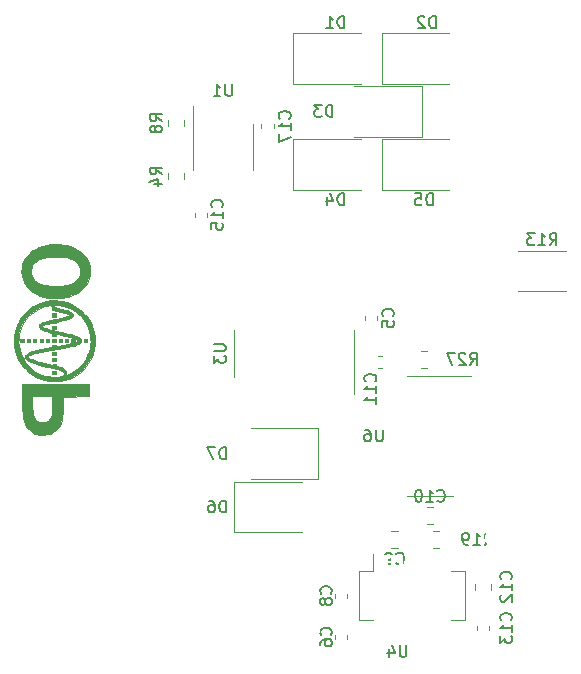
<source format=gbr>
%TF.GenerationSoftware,KiCad,Pcbnew,(5.1.4)-1*%
%TF.CreationDate,2019-11-16T22:30:01-08:00*%
%TF.ProjectId,Keithley1950,4b656974-686c-4657-9931-3935302e6b69,B*%
%TF.SameCoordinates,Original*%
%TF.FileFunction,Legend,Bot*%
%TF.FilePolarity,Positive*%
%FSLAX46Y46*%
G04 Gerber Fmt 4.6, Leading zero omitted, Abs format (unit mm)*
G04 Created by KiCad (PCBNEW (5.1.4)-1) date 2019-11-16 22:30:01*
%MOMM*%
%LPD*%
G04 APERTURE LIST*
%ADD10C,0.120000*%
%ADD11C,0.010000*%
%ADD12C,0.150000*%
%ADD13C,1.540000*%
%ADD14C,0.100000*%
%ADD15C,1.015000*%
%ADD16R,2.540000X2.340000*%
%ADD17C,0.840000*%
%ADD18C,6.440000*%
%ADD19C,0.640000*%
%ADD20R,0.450000X1.640000*%
%ADD21C,2.240000*%
%ADD22C,1.390000*%
%ADD23C,3.040000*%
%ADD24C,2.540000*%
%ADD25R,1.440000X1.440000*%
%ADD26C,1.440000*%
%ADD27C,2.640000*%
%ADD28R,2.640000X2.640000*%
%ADD29O,2.440000X1.640000*%
%ADD30R,2.440000X1.640000*%
%ADD31C,2.340000*%
%ADD32C,2.440000*%
%ADD33C,0.915000*%
G04 APERTURE END LIST*
D10*
X74758578Y-72460000D02*
X74241422Y-72460000D01*
X74758578Y-71040000D02*
X74241422Y-71040000D01*
X71241422Y-73040000D02*
X71758578Y-73040000D01*
X71241422Y-74460000D02*
X71758578Y-74460000D01*
D11*
G36*
X40100250Y-57038875D02*
G01*
X40100250Y-56769000D01*
X39830375Y-56769000D01*
X39830375Y-57038875D01*
X40100250Y-57038875D01*
X40100250Y-57038875D01*
G37*
X40100250Y-57038875D02*
X40100250Y-56769000D01*
X39830375Y-56769000D01*
X39830375Y-57038875D01*
X40100250Y-57038875D01*
G36*
X40640000Y-57038875D02*
G01*
X40640000Y-56769000D01*
X40370125Y-56769000D01*
X40370125Y-57038875D01*
X40640000Y-57038875D01*
X40640000Y-57038875D01*
G37*
X40640000Y-57038875D02*
X40640000Y-56769000D01*
X40370125Y-56769000D01*
X40370125Y-57038875D01*
X40640000Y-57038875D01*
G36*
X41179750Y-57038875D02*
G01*
X41179750Y-56769000D01*
X40909875Y-56769000D01*
X40909875Y-57038875D01*
X41179750Y-57038875D01*
X41179750Y-57038875D01*
G37*
X41179750Y-57038875D02*
X41179750Y-56769000D01*
X40909875Y-56769000D01*
X40909875Y-57038875D01*
X41179750Y-57038875D01*
G36*
X41719500Y-57038875D02*
G01*
X41719500Y-56769000D01*
X41449625Y-56769000D01*
X41449625Y-57038875D01*
X41719500Y-57038875D01*
X41719500Y-57038875D01*
G37*
X41719500Y-57038875D02*
X41719500Y-56769000D01*
X41449625Y-56769000D01*
X41449625Y-57038875D01*
X41719500Y-57038875D01*
G36*
X42259250Y-57038875D02*
G01*
X42259250Y-56769000D01*
X41989375Y-56769000D01*
X41989375Y-57038875D01*
X42259250Y-57038875D01*
X42259250Y-57038875D01*
G37*
X42259250Y-57038875D02*
X42259250Y-56769000D01*
X41989375Y-56769000D01*
X41989375Y-57038875D01*
X42259250Y-57038875D01*
G36*
X42814875Y-59737625D02*
G01*
X42814875Y-59467750D01*
X42545000Y-59467750D01*
X42545000Y-59737625D01*
X42814875Y-59737625D01*
X42814875Y-59737625D01*
G37*
X42814875Y-59737625D02*
X42814875Y-59467750D01*
X42545000Y-59467750D01*
X42545000Y-59737625D01*
X42814875Y-59737625D01*
G36*
X42814875Y-57038875D02*
G01*
X42814875Y-56769000D01*
X42529125Y-56769000D01*
X42529125Y-57038875D01*
X42814875Y-57038875D01*
X42814875Y-57038875D01*
G37*
X42814875Y-57038875D02*
X42814875Y-56769000D01*
X42529125Y-56769000D01*
X42529125Y-57038875D01*
X42814875Y-57038875D01*
G36*
X42814875Y-54879875D02*
G01*
X42814875Y-54610000D01*
X42545000Y-54610000D01*
X42545000Y-54879875D01*
X42814875Y-54879875D01*
X42814875Y-54879875D01*
G37*
X42814875Y-54879875D02*
X42814875Y-54610000D01*
X42545000Y-54610000D01*
X42545000Y-54879875D01*
X42814875Y-54879875D01*
G36*
X43338750Y-57038875D02*
G01*
X43338750Y-56769000D01*
X43068875Y-56769000D01*
X43068875Y-57038875D01*
X43338750Y-57038875D01*
X43338750Y-57038875D01*
G37*
X43338750Y-57038875D02*
X43338750Y-56769000D01*
X43068875Y-56769000D01*
X43068875Y-57038875D01*
X43338750Y-57038875D01*
G36*
X43878500Y-57038875D02*
G01*
X43878500Y-56769000D01*
X43608625Y-56769000D01*
X43608625Y-57038875D01*
X43878500Y-57038875D01*
X43878500Y-57038875D01*
G37*
X43878500Y-57038875D02*
X43878500Y-56769000D01*
X43608625Y-56769000D01*
X43608625Y-57038875D01*
X43878500Y-57038875D01*
G36*
X44418250Y-57038875D02*
G01*
X44418250Y-56769000D01*
X44148375Y-56769000D01*
X44148375Y-57038875D01*
X44418250Y-57038875D01*
X44418250Y-57038875D01*
G37*
X44418250Y-57038875D02*
X44418250Y-56769000D01*
X44148375Y-56769000D01*
X44148375Y-57038875D01*
X44418250Y-57038875D01*
G36*
X42814875Y-58658125D02*
G01*
X42814875Y-58388250D01*
X42545000Y-58388250D01*
X42545000Y-58658125D01*
X42814875Y-58658125D01*
X42814875Y-58658125D01*
G37*
X42814875Y-58658125D02*
X42814875Y-58388250D01*
X42545000Y-58388250D01*
X42545000Y-58658125D01*
X42814875Y-58658125D01*
G36*
X42814875Y-58118375D02*
G01*
X42814875Y-57848500D01*
X42545000Y-57848500D01*
X42545000Y-58118375D01*
X42814875Y-58118375D01*
X42814875Y-58118375D01*
G37*
X42814875Y-58118375D02*
X42814875Y-57848500D01*
X42545000Y-57848500D01*
X42545000Y-58118375D01*
X42814875Y-58118375D01*
G36*
X42814875Y-55959375D02*
G01*
X42814875Y-55689500D01*
X42545000Y-55689500D01*
X42545000Y-55959375D01*
X42814875Y-55959375D01*
X42814875Y-55959375D01*
G37*
X42814875Y-55959375D02*
X42814875Y-55689500D01*
X42545000Y-55689500D01*
X42545000Y-55959375D01*
X42814875Y-55959375D01*
G36*
X45497750Y-57038875D02*
G01*
X45497750Y-56769000D01*
X45227875Y-56769000D01*
X45227875Y-57038875D01*
X45497750Y-57038875D01*
X45497750Y-57038875D01*
G37*
X45497750Y-57038875D02*
X45497750Y-56769000D01*
X45227875Y-56769000D01*
X45227875Y-57038875D01*
X45497750Y-57038875D01*
G36*
X39998188Y-61797406D02*
G01*
X39999808Y-62053191D01*
X40001382Y-62279350D01*
X40002967Y-62478007D01*
X40004622Y-62651287D01*
X40006404Y-62801314D01*
X40008371Y-62930211D01*
X40010582Y-63040102D01*
X40013093Y-63133112D01*
X40015964Y-63211365D01*
X40019252Y-63276985D01*
X40023014Y-63332096D01*
X40027309Y-63378821D01*
X40032195Y-63419286D01*
X40037729Y-63455614D01*
X40043970Y-63489929D01*
X40044386Y-63492062D01*
X40101419Y-63724899D01*
X40177279Y-63933477D01*
X40273433Y-64120117D01*
X40391343Y-64287140D01*
X40532475Y-64436870D01*
X40698293Y-64571626D01*
X40746424Y-64605030D01*
X40911318Y-64704329D01*
X41076429Y-64778969D01*
X41248902Y-64831216D01*
X41435883Y-64863335D01*
X41601574Y-64876096D01*
X41846571Y-64872711D01*
X42077464Y-64841295D01*
X42293795Y-64782025D01*
X42495109Y-64695077D01*
X42680948Y-64580628D01*
X42850855Y-64438856D01*
X42923882Y-64364139D01*
X43055385Y-64205529D01*
X43162869Y-64040452D01*
X43249716Y-63862437D01*
X43319312Y-63665015D01*
X43351020Y-63547625D01*
X43359902Y-63510996D01*
X43367426Y-63477384D01*
X43373735Y-63443822D01*
X43378974Y-63407345D01*
X43383286Y-63364989D01*
X43386815Y-63313789D01*
X43389705Y-63250780D01*
X43392099Y-63172996D01*
X43394142Y-63077474D01*
X43395977Y-62961248D01*
X43397749Y-62821352D01*
X43399600Y-62654823D01*
X43401074Y-62515750D01*
X43410187Y-61650562D01*
X45640625Y-61642410D01*
X45640625Y-60626625D01*
X42530869Y-60626625D01*
X42530869Y-61642625D01*
X42525290Y-62376843D01*
X42523832Y-62552816D01*
X42522286Y-62700058D01*
X42520529Y-62821591D01*
X42518443Y-62920432D01*
X42515906Y-62999604D01*
X42512799Y-63062124D01*
X42509000Y-63111013D01*
X42504388Y-63149292D01*
X42498845Y-63179979D01*
X42492248Y-63206094D01*
X42492185Y-63206312D01*
X42432576Y-63362447D01*
X42350754Y-63498534D01*
X42248703Y-63612703D01*
X42128410Y-63703085D01*
X41991860Y-63767808D01*
X41859621Y-63802089D01*
X41700827Y-63815590D01*
X41542338Y-63804115D01*
X41391587Y-63768871D01*
X41256010Y-63711065D01*
X41238680Y-63701250D01*
X41122738Y-63617755D01*
X41028308Y-63514772D01*
X40953523Y-63389710D01*
X40896521Y-63239981D01*
X40889796Y-63216696D01*
X40881770Y-63186407D01*
X40875074Y-63156119D01*
X40869560Y-63122636D01*
X40865078Y-63082761D01*
X40861478Y-63033297D01*
X40858611Y-62971047D01*
X40856328Y-62892816D01*
X40854478Y-62795405D01*
X40852913Y-62675618D01*
X40851482Y-62530259D01*
X40850137Y-62368906D01*
X40844355Y-61642625D01*
X42530869Y-61642625D01*
X42530869Y-60626625D01*
X39991014Y-60626625D01*
X39998188Y-61797406D01*
X39998188Y-61797406D01*
G37*
X39998188Y-61797406D02*
X39999808Y-62053191D01*
X40001382Y-62279350D01*
X40002967Y-62478007D01*
X40004622Y-62651287D01*
X40006404Y-62801314D01*
X40008371Y-62930211D01*
X40010582Y-63040102D01*
X40013093Y-63133112D01*
X40015964Y-63211365D01*
X40019252Y-63276985D01*
X40023014Y-63332096D01*
X40027309Y-63378821D01*
X40032195Y-63419286D01*
X40037729Y-63455614D01*
X40043970Y-63489929D01*
X40044386Y-63492062D01*
X40101419Y-63724899D01*
X40177279Y-63933477D01*
X40273433Y-64120117D01*
X40391343Y-64287140D01*
X40532475Y-64436870D01*
X40698293Y-64571626D01*
X40746424Y-64605030D01*
X40911318Y-64704329D01*
X41076429Y-64778969D01*
X41248902Y-64831216D01*
X41435883Y-64863335D01*
X41601574Y-64876096D01*
X41846571Y-64872711D01*
X42077464Y-64841295D01*
X42293795Y-64782025D01*
X42495109Y-64695077D01*
X42680948Y-64580628D01*
X42850855Y-64438856D01*
X42923882Y-64364139D01*
X43055385Y-64205529D01*
X43162869Y-64040452D01*
X43249716Y-63862437D01*
X43319312Y-63665015D01*
X43351020Y-63547625D01*
X43359902Y-63510996D01*
X43367426Y-63477384D01*
X43373735Y-63443822D01*
X43378974Y-63407345D01*
X43383286Y-63364989D01*
X43386815Y-63313789D01*
X43389705Y-63250780D01*
X43392099Y-63172996D01*
X43394142Y-63077474D01*
X43395977Y-62961248D01*
X43397749Y-62821352D01*
X43399600Y-62654823D01*
X43401074Y-62515750D01*
X43410187Y-61650562D01*
X45640625Y-61642410D01*
X45640625Y-60626625D01*
X42530869Y-60626625D01*
X42530869Y-61642625D01*
X42525290Y-62376843D01*
X42523832Y-62552816D01*
X42522286Y-62700058D01*
X42520529Y-62821591D01*
X42518443Y-62920432D01*
X42515906Y-62999604D01*
X42512799Y-63062124D01*
X42509000Y-63111013D01*
X42504388Y-63149292D01*
X42498845Y-63179979D01*
X42492248Y-63206094D01*
X42492185Y-63206312D01*
X42432576Y-63362447D01*
X42350754Y-63498534D01*
X42248703Y-63612703D01*
X42128410Y-63703085D01*
X41991860Y-63767808D01*
X41859621Y-63802089D01*
X41700827Y-63815590D01*
X41542338Y-63804115D01*
X41391587Y-63768871D01*
X41256010Y-63711065D01*
X41238680Y-63701250D01*
X41122738Y-63617755D01*
X41028308Y-63514772D01*
X40953523Y-63389710D01*
X40896521Y-63239981D01*
X40889796Y-63216696D01*
X40881770Y-63186407D01*
X40875074Y-63156119D01*
X40869560Y-63122636D01*
X40865078Y-63082761D01*
X40861478Y-63033297D01*
X40858611Y-62971047D01*
X40856328Y-62892816D01*
X40854478Y-62795405D01*
X40852913Y-62675618D01*
X40851482Y-62530259D01*
X40850137Y-62368906D01*
X40844355Y-61642625D01*
X42530869Y-61642625D01*
X42530869Y-60626625D01*
X39991014Y-60626625D01*
X39998188Y-61797406D01*
G36*
X39919623Y-51149323D02*
G01*
X39925081Y-51283153D01*
X39935373Y-51401928D01*
X39946255Y-51475506D01*
X40006838Y-51718638D01*
X40094825Y-51946377D01*
X40210361Y-52158898D01*
X40353591Y-52356377D01*
X40524659Y-52538987D01*
X40723709Y-52706905D01*
X40950885Y-52860306D01*
X41199880Y-52996198D01*
X41321575Y-53053757D01*
X41432593Y-53100532D01*
X41543627Y-53140382D01*
X41665372Y-53177167D01*
X41798875Y-53212333D01*
X42114433Y-53276736D01*
X42446135Y-53316159D01*
X42790106Y-53330271D01*
X43080690Y-53322603D01*
X43399955Y-53294550D01*
X43696280Y-53247147D01*
X43972548Y-53179518D01*
X44231640Y-53090788D01*
X44476440Y-52980082D01*
X44709829Y-52846524D01*
X44763922Y-52811334D01*
X44979241Y-52651530D01*
X45166602Y-52477115D01*
X45326730Y-52287090D01*
X45460349Y-52080458D01*
X45568186Y-51856223D01*
X45650964Y-51613387D01*
X45660587Y-51577875D01*
X45677120Y-51513029D01*
X45689487Y-51457416D01*
X45698390Y-51404319D01*
X45704527Y-51347023D01*
X45708599Y-51278811D01*
X45711306Y-51192968D01*
X45713349Y-51082777D01*
X45713548Y-51069875D01*
X45714607Y-50927695D01*
X45712856Y-50812287D01*
X45708103Y-50718780D01*
X45700152Y-50642303D01*
X45695286Y-50611035D01*
X45637591Y-50368295D01*
X45551740Y-50140059D01*
X45438081Y-49926844D01*
X45296963Y-49729172D01*
X45128734Y-49547560D01*
X44933743Y-49382527D01*
X44814273Y-49298393D01*
X44558753Y-49146038D01*
X44292058Y-49019288D01*
X44011854Y-48917422D01*
X43715808Y-48839714D01*
X43401585Y-48785443D01*
X43066851Y-48753884D01*
X43054742Y-48753182D01*
X42894371Y-48750161D01*
X42894371Y-49801805D01*
X43072777Y-49803669D01*
X43232111Y-49810419D01*
X43378582Y-49822470D01*
X43518400Y-49840238D01*
X43657772Y-49864137D01*
X43695937Y-49871655D01*
X43938349Y-49930504D01*
X44152727Y-50003683D01*
X44339568Y-50091596D01*
X44499371Y-50194648D01*
X44632634Y-50313243D01*
X44739857Y-50447785D01*
X44821537Y-50598681D01*
X44878173Y-50766333D01*
X44895183Y-50844939D01*
X44905077Y-50943872D01*
X44903812Y-51059813D01*
X44892335Y-51180420D01*
X44871594Y-51293351D01*
X44856591Y-51347687D01*
X44800081Y-51492091D01*
X44726201Y-51620945D01*
X44629523Y-51742869D01*
X44566742Y-51808062D01*
X44468109Y-51898382D01*
X44370957Y-51972076D01*
X44268452Y-52032736D01*
X44153759Y-52083950D01*
X44020043Y-52129308D01*
X43884520Y-52166396D01*
X43737555Y-52199839D01*
X43587541Y-52226108D01*
X43427964Y-52245959D01*
X43252313Y-52260143D01*
X43054074Y-52269415D01*
X42973625Y-52271753D01*
X42637192Y-52271732D01*
X42326628Y-52254204D01*
X42042045Y-52219194D01*
X41783556Y-52166728D01*
X41551275Y-52096831D01*
X41345316Y-52009527D01*
X41165792Y-51904841D01*
X41103859Y-51859995D01*
X40988999Y-51752498D01*
X40891456Y-51621944D01*
X40814576Y-51473784D01*
X40761705Y-51313471D01*
X40757559Y-51295602D01*
X40742673Y-51195152D01*
X40736904Y-51077142D01*
X40739836Y-50952503D01*
X40751048Y-50832162D01*
X40770125Y-50727050D01*
X40780763Y-50688875D01*
X40848905Y-50526821D01*
X40944386Y-50380662D01*
X41066913Y-50250657D01*
X41216195Y-50137063D01*
X41391937Y-50040138D01*
X41593848Y-49960139D01*
X41617252Y-49952508D01*
X41756901Y-49911222D01*
X41894752Y-49877932D01*
X42036674Y-49851826D01*
X42188538Y-49832097D01*
X42356213Y-49817933D01*
X42545569Y-49808526D01*
X42690684Y-49804411D01*
X42894371Y-49801805D01*
X42894371Y-48750161D01*
X42703030Y-48746555D01*
X42364437Y-48767162D01*
X42039772Y-48814762D01*
X41729844Y-48889118D01*
X41435461Y-48989987D01*
X41157432Y-49117132D01*
X40896563Y-49270311D01*
X40653665Y-49449286D01*
X40623447Y-49474437D01*
X40445567Y-49645088D01*
X40290444Y-49836671D01*
X40159638Y-50046484D01*
X40054706Y-50271823D01*
X39977208Y-50509987D01*
X39946140Y-50649187D01*
X39932256Y-50750370D01*
X39923208Y-50873645D01*
X39918998Y-51009725D01*
X39919623Y-51149323D01*
X39919623Y-51149323D01*
G37*
X39919623Y-51149323D02*
X39925081Y-51283153D01*
X39935373Y-51401928D01*
X39946255Y-51475506D01*
X40006838Y-51718638D01*
X40094825Y-51946377D01*
X40210361Y-52158898D01*
X40353591Y-52356377D01*
X40524659Y-52538987D01*
X40723709Y-52706905D01*
X40950885Y-52860306D01*
X41199880Y-52996198D01*
X41321575Y-53053757D01*
X41432593Y-53100532D01*
X41543627Y-53140382D01*
X41665372Y-53177167D01*
X41798875Y-53212333D01*
X42114433Y-53276736D01*
X42446135Y-53316159D01*
X42790106Y-53330271D01*
X43080690Y-53322603D01*
X43399955Y-53294550D01*
X43696280Y-53247147D01*
X43972548Y-53179518D01*
X44231640Y-53090788D01*
X44476440Y-52980082D01*
X44709829Y-52846524D01*
X44763922Y-52811334D01*
X44979241Y-52651530D01*
X45166602Y-52477115D01*
X45326730Y-52287090D01*
X45460349Y-52080458D01*
X45568186Y-51856223D01*
X45650964Y-51613387D01*
X45660587Y-51577875D01*
X45677120Y-51513029D01*
X45689487Y-51457416D01*
X45698390Y-51404319D01*
X45704527Y-51347023D01*
X45708599Y-51278811D01*
X45711306Y-51192968D01*
X45713349Y-51082777D01*
X45713548Y-51069875D01*
X45714607Y-50927695D01*
X45712856Y-50812287D01*
X45708103Y-50718780D01*
X45700152Y-50642303D01*
X45695286Y-50611035D01*
X45637591Y-50368295D01*
X45551740Y-50140059D01*
X45438081Y-49926844D01*
X45296963Y-49729172D01*
X45128734Y-49547560D01*
X44933743Y-49382527D01*
X44814273Y-49298393D01*
X44558753Y-49146038D01*
X44292058Y-49019288D01*
X44011854Y-48917422D01*
X43715808Y-48839714D01*
X43401585Y-48785443D01*
X43066851Y-48753884D01*
X43054742Y-48753182D01*
X42894371Y-48750161D01*
X42894371Y-49801805D01*
X43072777Y-49803669D01*
X43232111Y-49810419D01*
X43378582Y-49822470D01*
X43518400Y-49840238D01*
X43657772Y-49864137D01*
X43695937Y-49871655D01*
X43938349Y-49930504D01*
X44152727Y-50003683D01*
X44339568Y-50091596D01*
X44499371Y-50194648D01*
X44632634Y-50313243D01*
X44739857Y-50447785D01*
X44821537Y-50598681D01*
X44878173Y-50766333D01*
X44895183Y-50844939D01*
X44905077Y-50943872D01*
X44903812Y-51059813D01*
X44892335Y-51180420D01*
X44871594Y-51293351D01*
X44856591Y-51347687D01*
X44800081Y-51492091D01*
X44726201Y-51620945D01*
X44629523Y-51742869D01*
X44566742Y-51808062D01*
X44468109Y-51898382D01*
X44370957Y-51972076D01*
X44268452Y-52032736D01*
X44153759Y-52083950D01*
X44020043Y-52129308D01*
X43884520Y-52166396D01*
X43737555Y-52199839D01*
X43587541Y-52226108D01*
X43427964Y-52245959D01*
X43252313Y-52260143D01*
X43054074Y-52269415D01*
X42973625Y-52271753D01*
X42637192Y-52271732D01*
X42326628Y-52254204D01*
X42042045Y-52219194D01*
X41783556Y-52166728D01*
X41551275Y-52096831D01*
X41345316Y-52009527D01*
X41165792Y-51904841D01*
X41103859Y-51859995D01*
X40988999Y-51752498D01*
X40891456Y-51621944D01*
X40814576Y-51473784D01*
X40761705Y-51313471D01*
X40757559Y-51295602D01*
X40742673Y-51195152D01*
X40736904Y-51077142D01*
X40739836Y-50952503D01*
X40751048Y-50832162D01*
X40770125Y-50727050D01*
X40780763Y-50688875D01*
X40848905Y-50526821D01*
X40944386Y-50380662D01*
X41066913Y-50250657D01*
X41216195Y-50137063D01*
X41391937Y-50040138D01*
X41593848Y-49960139D01*
X41617252Y-49952508D01*
X41756901Y-49911222D01*
X41894752Y-49877932D01*
X42036674Y-49851826D01*
X42188538Y-49832097D01*
X42356213Y-49817933D01*
X42545569Y-49808526D01*
X42690684Y-49804411D01*
X42894371Y-49801805D01*
X42894371Y-48750161D01*
X42703030Y-48746555D01*
X42364437Y-48767162D01*
X42039772Y-48814762D01*
X41729844Y-48889118D01*
X41435461Y-48989987D01*
X41157432Y-49117132D01*
X40896563Y-49270311D01*
X40653665Y-49449286D01*
X40623447Y-49474437D01*
X40445567Y-49645088D01*
X40290444Y-49836671D01*
X40159638Y-50046484D01*
X40054706Y-50271823D01*
X39977208Y-50509987D01*
X39946140Y-50649187D01*
X39932256Y-50750370D01*
X39923208Y-50873645D01*
X39918998Y-51009725D01*
X39919623Y-51149323D01*
G36*
X39280168Y-57065472D02*
G01*
X39309245Y-57395561D01*
X39367644Y-57715615D01*
X39454141Y-58024267D01*
X39567513Y-58320150D01*
X39706539Y-58601894D01*
X39869994Y-58868133D01*
X40056657Y-59117499D01*
X40265303Y-59348624D01*
X40494712Y-59560140D01*
X40743659Y-59750680D01*
X41010921Y-59918876D01*
X41295277Y-60063360D01*
X41595502Y-60182764D01*
X41910375Y-60275721D01*
X42203687Y-60335384D01*
X42316721Y-60349176D01*
X42452603Y-60358647D01*
X42602849Y-60363799D01*
X42758975Y-60364633D01*
X42912499Y-60361152D01*
X43054936Y-60353357D01*
X43177804Y-60341250D01*
X43219687Y-60335181D01*
X43548461Y-60266377D01*
X43863700Y-60169817D01*
X44164135Y-60046754D01*
X44448496Y-59898441D01*
X44715513Y-59726130D01*
X44963918Y-59531075D01*
X45192440Y-59314527D01*
X45399810Y-59077739D01*
X45584758Y-58821964D01*
X45746015Y-58548455D01*
X45882311Y-58258464D01*
X45992378Y-57953244D01*
X46074944Y-57634047D01*
X46101929Y-57491312D01*
X46116870Y-57379839D01*
X46128678Y-57246382D01*
X46137047Y-57100102D01*
X46141676Y-56950158D01*
X46142260Y-56805713D01*
X46138495Y-56675925D01*
X46131908Y-56586437D01*
X46083363Y-56264732D01*
X46006244Y-55954408D01*
X45902060Y-55656708D01*
X45772326Y-55372875D01*
X45618552Y-55104150D01*
X45442251Y-54851776D01*
X45244935Y-54616997D01*
X45028116Y-54401055D01*
X44793307Y-54205193D01*
X44542019Y-54030652D01*
X44275765Y-53878677D01*
X43996056Y-53750509D01*
X43704406Y-53647391D01*
X43402325Y-53570566D01*
X43091327Y-53521276D01*
X42772923Y-53500764D01*
X42687875Y-53503257D01*
X42687875Y-53879750D01*
X42779253Y-53879750D01*
X42866395Y-53883222D01*
X42974821Y-53892790D01*
X43094932Y-53907178D01*
X43217129Y-53925110D01*
X43331815Y-53945311D01*
X43426062Y-53965686D01*
X43721639Y-54053778D01*
X44002210Y-54168591D01*
X44266583Y-54308413D01*
X44513566Y-54471534D01*
X44741966Y-54656242D01*
X44950590Y-54860823D01*
X45138247Y-55083568D01*
X45303742Y-55322764D01*
X45445885Y-55576699D01*
X45563482Y-55843661D01*
X45655340Y-56121939D01*
X45720268Y-56409822D01*
X45757072Y-56705596D01*
X45764560Y-57007551D01*
X45744104Y-57292972D01*
X45692723Y-57594866D01*
X45612072Y-57887522D01*
X45503571Y-58169005D01*
X45368641Y-58437382D01*
X45208702Y-58690719D01*
X45025175Y-58927083D01*
X44819479Y-59144541D01*
X44593035Y-59341158D01*
X44347263Y-59515001D01*
X44083584Y-59664136D01*
X43959286Y-59722750D01*
X43871651Y-59761913D01*
X43809290Y-59788745D01*
X43767943Y-59802568D01*
X43743349Y-59802702D01*
X43731247Y-59788470D01*
X43727377Y-59759190D01*
X43727479Y-59714186D01*
X43727687Y-59685841D01*
X43726258Y-59615721D01*
X43720416Y-59566181D01*
X43707827Y-59526117D01*
X43686158Y-59484427D01*
X43684909Y-59482297D01*
X43615164Y-59388569D01*
X43521559Y-59305304D01*
X43402453Y-59231557D01*
X43256204Y-59166382D01*
X43081173Y-59108834D01*
X42997437Y-59086397D01*
X42822812Y-59042297D01*
X42817885Y-58985148D01*
X42812958Y-58928000D01*
X42678979Y-58928000D01*
X42611792Y-58929028D01*
X42570763Y-58932770D01*
X42550349Y-58940211D01*
X42545000Y-58951812D01*
X42532222Y-58972644D01*
X42520286Y-58975625D01*
X42498159Y-58972101D01*
X42449960Y-58962235D01*
X42380495Y-58947083D01*
X42294567Y-58927703D01*
X42196982Y-58905153D01*
X42151193Y-58894405D01*
X41868589Y-58825492D01*
X41608202Y-58757374D01*
X41371142Y-58690435D01*
X41158516Y-58625059D01*
X40971436Y-58561628D01*
X40811010Y-58500526D01*
X40678347Y-58442138D01*
X40574556Y-58386846D01*
X40500748Y-58335034D01*
X40481478Y-58317048D01*
X40450072Y-58283385D01*
X40438356Y-58262781D01*
X40443847Y-58245569D01*
X40458630Y-58228112D01*
X40510092Y-58186984D01*
X40591782Y-58143340D01*
X40702308Y-58097591D01*
X40840283Y-58050145D01*
X41004317Y-58001410D01*
X41193023Y-57951795D01*
X41405009Y-57901708D01*
X41638889Y-57851557D01*
X41893273Y-57801753D01*
X41933812Y-57794208D01*
X42021618Y-57778172D01*
X42134679Y-57757833D01*
X42266955Y-57734258D01*
X42412409Y-57708518D01*
X42565003Y-57681681D01*
X42718699Y-57654816D01*
X42838687Y-57633973D01*
X43063260Y-57594864D01*
X43260008Y-57560098D01*
X43432456Y-57528993D01*
X43584129Y-57500874D01*
X43718553Y-57475061D01*
X43839253Y-57450876D01*
X43949754Y-57427640D01*
X44053582Y-57404676D01*
X44154262Y-57381305D01*
X44164250Y-57378930D01*
X44359315Y-57329207D01*
X44524595Y-57279848D01*
X44662028Y-57229990D01*
X44773555Y-57178773D01*
X44861116Y-57125335D01*
X44926650Y-57068815D01*
X44961864Y-57024864D01*
X44983975Y-56967474D01*
X44988538Y-56897209D01*
X44975745Y-56827525D01*
X44958465Y-56789323D01*
X44911675Y-56732300D01*
X44840567Y-56675496D01*
X44744363Y-56618644D01*
X44622287Y-56561473D01*
X44473563Y-56503715D01*
X44297413Y-56445101D01*
X44093060Y-56385363D01*
X43859728Y-56324231D01*
X43596639Y-56261437D01*
X43303017Y-56196711D01*
X43158609Y-56166448D01*
X42867279Y-56104116D01*
X42604269Y-56043326D01*
X42370137Y-55984233D01*
X42165442Y-55926993D01*
X41990742Y-55871763D01*
X41846597Y-55818698D01*
X41736598Y-55769492D01*
X41669874Y-55734126D01*
X41631859Y-55707252D01*
X41622139Y-55684716D01*
X41640300Y-55662362D01*
X41685931Y-55636035D01*
X41721608Y-55618816D01*
X41807370Y-55582928D01*
X41917879Y-55543604D01*
X42046609Y-55502874D01*
X42187030Y-55462767D01*
X42332614Y-55425311D01*
X42382281Y-55413505D01*
X42456859Y-55396937D01*
X42505547Y-55388348D01*
X42533063Y-55387279D01*
X42544125Y-55393271D01*
X42545000Y-55397652D01*
X42552398Y-55408846D01*
X42577901Y-55415689D01*
X42626466Y-55418989D01*
X42679937Y-55419625D01*
X42814875Y-55419625D01*
X42815057Y-55368031D01*
X42815240Y-55316437D01*
X43192088Y-55233643D01*
X43406126Y-55185156D01*
X43590789Y-55140015D01*
X43748189Y-55097486D01*
X43880438Y-55056833D01*
X43989648Y-55017321D01*
X44077931Y-54978213D01*
X44147398Y-54938775D01*
X44200163Y-54898272D01*
X44223551Y-54874451D01*
X44268679Y-54811808D01*
X44287230Y-54753140D01*
X44281606Y-54689454D01*
X44277260Y-54673534D01*
X44249313Y-54616815D01*
X44199434Y-54562459D01*
X44126372Y-54509940D01*
X44028875Y-54458737D01*
X43905691Y-54408324D01*
X43755569Y-54358178D01*
X43577254Y-54307775D01*
X43369497Y-54256591D01*
X43180000Y-54214463D01*
X43064156Y-54189552D01*
X42975728Y-54169910D01*
X42911037Y-54154384D01*
X42866404Y-54141819D01*
X42838152Y-54131063D01*
X42822602Y-54120960D01*
X42816075Y-54110359D01*
X42814875Y-54099936D01*
X42805777Y-54077454D01*
X42774021Y-54070293D01*
X42769798Y-54070250D01*
X42727419Y-54056232D01*
X42699834Y-54015448D01*
X42688190Y-53949799D01*
X42687875Y-53934565D01*
X42687875Y-53879750D01*
X42687875Y-53503257D01*
X42448625Y-53510273D01*
X42444979Y-53510580D01*
X42444979Y-53892437D01*
X42454429Y-53984006D01*
X42467867Y-54053253D01*
X42491215Y-54124555D01*
X42504440Y-54153753D01*
X42527810Y-54208749D01*
X42542469Y-54262384D01*
X42545000Y-54286027D01*
X42545000Y-54340125D01*
X42631991Y-54340125D01*
X42694708Y-54344446D01*
X42755254Y-54355415D01*
X42778834Y-54362549D01*
X42812011Y-54372573D01*
X42870683Y-54387829D01*
X42949285Y-54406972D01*
X43042252Y-54428657D01*
X43144019Y-54451541D01*
X43177238Y-54458832D01*
X43344509Y-54497268D01*
X43502862Y-54537417D01*
X43647979Y-54577996D01*
X43775542Y-54617719D01*
X43881232Y-54655299D01*
X43960732Y-54689453D01*
X43972933Y-54695666D01*
X44043554Y-54732924D01*
X43996746Y-54756852D01*
X43943738Y-54781652D01*
X43880296Y-54806807D01*
X43804054Y-54832948D01*
X43712649Y-54860706D01*
X43603713Y-54890712D01*
X43474883Y-54923597D01*
X43323792Y-54959992D01*
X43148076Y-55000528D01*
X42945370Y-55045835D01*
X42767250Y-55084839D01*
X42632226Y-55114564D01*
X42497138Y-55144977D01*
X42367751Y-55174733D01*
X42249833Y-55202483D01*
X42149150Y-55226881D01*
X42071469Y-55246580D01*
X42048264Y-55252805D01*
X41867911Y-55306152D01*
X41717855Y-55359086D01*
X41596668Y-55412498D01*
X41502924Y-55467282D01*
X41435195Y-55524328D01*
X41392055Y-55584529D01*
X41372077Y-55648778D01*
X41370250Y-55676760D01*
X41378672Y-55740614D01*
X41404936Y-55800921D01*
X41450535Y-55858467D01*
X41516962Y-55914041D01*
X41605711Y-55968431D01*
X41718275Y-56022424D01*
X41856147Y-56076807D01*
X42020821Y-56132370D01*
X42213791Y-56189899D01*
X42436550Y-56250181D01*
X42477531Y-56260771D01*
X42545000Y-56278098D01*
X42545000Y-56499125D01*
X42814875Y-56499125D01*
X42814875Y-56341168D01*
X42866468Y-56350590D01*
X43079815Y-56391463D01*
X43294337Y-56436172D01*
X43506241Y-56483721D01*
X43711731Y-56533113D01*
X43907015Y-56583352D01*
X44088298Y-56633443D01*
X44251786Y-56682389D01*
X44393684Y-56729194D01*
X44510199Y-56772862D01*
X44565093Y-56796563D01*
X44624791Y-56824825D01*
X44661200Y-56845396D01*
X44680063Y-56863443D01*
X44687120Y-56884134D01*
X44688125Y-56907314D01*
X44685797Y-56938267D01*
X44674222Y-56959561D01*
X44646507Y-56978425D01*
X44599282Y-57000537D01*
X44517541Y-57032146D01*
X44407575Y-57067489D01*
X44272571Y-57105654D01*
X44115711Y-57145734D01*
X43973718Y-57179228D01*
X43898719Y-57195563D01*
X43801537Y-57215575D01*
X43687898Y-57238192D01*
X43563523Y-57262337D01*
X43434137Y-57286939D01*
X43305464Y-57310921D01*
X43183226Y-57333210D01*
X43073149Y-57352732D01*
X42980954Y-57368412D01*
X42912367Y-57379177D01*
X42896722Y-57381357D01*
X42848981Y-57386883D01*
X42824727Y-57384975D01*
X42816009Y-57372633D01*
X42814875Y-57350482D01*
X42814875Y-57308750D01*
X42545000Y-57308750D01*
X42545000Y-57444379D01*
X42326718Y-57481132D01*
X42204095Y-57502536D01*
X42065673Y-57527993D01*
X41916493Y-57556467D01*
X41761594Y-57586924D01*
X41606017Y-57618328D01*
X41454802Y-57649645D01*
X41312990Y-57679839D01*
X41185620Y-57707877D01*
X41077732Y-57732723D01*
X40994368Y-57753342D01*
X40972811Y-57759121D01*
X40769757Y-57820400D01*
X40598040Y-57883707D01*
X40457295Y-57949347D01*
X40347156Y-58017625D01*
X40267259Y-58088843D01*
X40217237Y-58163306D01*
X40196725Y-58241318D01*
X40205357Y-58323183D01*
X40226802Y-58379387D01*
X40268062Y-58442700D01*
X40330804Y-58505558D01*
X40415906Y-58568283D01*
X40524242Y-58631197D01*
X40656691Y-58694624D01*
X40814129Y-58758885D01*
X40997433Y-58824303D01*
X41207479Y-58891201D01*
X41445145Y-58959901D01*
X41711307Y-59030726D01*
X42006842Y-59103998D01*
X42332627Y-59180040D01*
X42514170Y-59220759D01*
X42679655Y-59257888D01*
X42817809Y-59290099D01*
X42932473Y-59318518D01*
X43027485Y-59344269D01*
X43106685Y-59368479D01*
X43173911Y-59392273D01*
X43233003Y-59416779D01*
X43287801Y-59443121D01*
X43307482Y-59453412D01*
X43399297Y-59511340D01*
X43460454Y-59572314D01*
X43492044Y-59639021D01*
X43495156Y-59714149D01*
X43470880Y-59800384D01*
X43459145Y-59827271D01*
X43435339Y-59874459D01*
X43412841Y-59901266D01*
X43380730Y-59916615D01*
X43336268Y-59927635D01*
X43284873Y-59937324D01*
X43212632Y-59948853D01*
X43130256Y-59960586D01*
X43068875Y-59968462D01*
X42765150Y-59989988D01*
X42466167Y-59981206D01*
X42173561Y-59943407D01*
X41888966Y-59877881D01*
X41614017Y-59785918D01*
X41350347Y-59668808D01*
X41099592Y-59527841D01*
X40863385Y-59364307D01*
X40643362Y-59179496D01*
X40441156Y-58974699D01*
X40258403Y-58751205D01*
X40096736Y-58510305D01*
X39957790Y-58253288D01*
X39843200Y-57981446D01*
X39754599Y-57696067D01*
X39693623Y-57398442D01*
X39679270Y-57292972D01*
X39658444Y-56986845D01*
X39668151Y-56684780D01*
X39707257Y-56388586D01*
X39774625Y-56100075D01*
X39869118Y-55821057D01*
X39989601Y-55553344D01*
X40134939Y-55298746D01*
X40303994Y-55059074D01*
X40495631Y-54836139D01*
X40708713Y-54631752D01*
X40942105Y-54447723D01*
X41194671Y-54285864D01*
X41465274Y-54147985D01*
X41714444Y-54048961D01*
X41829141Y-54012550D01*
X41957792Y-53977508D01*
X42089983Y-53946264D01*
X42215299Y-53921247D01*
X42323328Y-53904885D01*
X42340208Y-53903039D01*
X42444979Y-53892437D01*
X42444979Y-53510580D01*
X42394187Y-53514857D01*
X42073376Y-53559727D01*
X41763228Y-53633351D01*
X41465059Y-53734227D01*
X41180186Y-53860853D01*
X40909926Y-54011729D01*
X40655596Y-54185352D01*
X40418512Y-54380222D01*
X40199992Y-54594836D01*
X40001352Y-54827694D01*
X39823909Y-55077294D01*
X39668980Y-55342134D01*
X39537882Y-55620714D01*
X39431931Y-55911530D01*
X39352444Y-56213084D01*
X39300739Y-56523872D01*
X39278131Y-56842393D01*
X39280168Y-57065472D01*
X39280168Y-57065472D01*
G37*
X39280168Y-57065472D02*
X39309245Y-57395561D01*
X39367644Y-57715615D01*
X39454141Y-58024267D01*
X39567513Y-58320150D01*
X39706539Y-58601894D01*
X39869994Y-58868133D01*
X40056657Y-59117499D01*
X40265303Y-59348624D01*
X40494712Y-59560140D01*
X40743659Y-59750680D01*
X41010921Y-59918876D01*
X41295277Y-60063360D01*
X41595502Y-60182764D01*
X41910375Y-60275721D01*
X42203687Y-60335384D01*
X42316721Y-60349176D01*
X42452603Y-60358647D01*
X42602849Y-60363799D01*
X42758975Y-60364633D01*
X42912499Y-60361152D01*
X43054936Y-60353357D01*
X43177804Y-60341250D01*
X43219687Y-60335181D01*
X43548461Y-60266377D01*
X43863700Y-60169817D01*
X44164135Y-60046754D01*
X44448496Y-59898441D01*
X44715513Y-59726130D01*
X44963918Y-59531075D01*
X45192440Y-59314527D01*
X45399810Y-59077739D01*
X45584758Y-58821964D01*
X45746015Y-58548455D01*
X45882311Y-58258464D01*
X45992378Y-57953244D01*
X46074944Y-57634047D01*
X46101929Y-57491312D01*
X46116870Y-57379839D01*
X46128678Y-57246382D01*
X46137047Y-57100102D01*
X46141676Y-56950158D01*
X46142260Y-56805713D01*
X46138495Y-56675925D01*
X46131908Y-56586437D01*
X46083363Y-56264732D01*
X46006244Y-55954408D01*
X45902060Y-55656708D01*
X45772326Y-55372875D01*
X45618552Y-55104150D01*
X45442251Y-54851776D01*
X45244935Y-54616997D01*
X45028116Y-54401055D01*
X44793307Y-54205193D01*
X44542019Y-54030652D01*
X44275765Y-53878677D01*
X43996056Y-53750509D01*
X43704406Y-53647391D01*
X43402325Y-53570566D01*
X43091327Y-53521276D01*
X42772923Y-53500764D01*
X42687875Y-53503257D01*
X42687875Y-53879750D01*
X42779253Y-53879750D01*
X42866395Y-53883222D01*
X42974821Y-53892790D01*
X43094932Y-53907178D01*
X43217129Y-53925110D01*
X43331815Y-53945311D01*
X43426062Y-53965686D01*
X43721639Y-54053778D01*
X44002210Y-54168591D01*
X44266583Y-54308413D01*
X44513566Y-54471534D01*
X44741966Y-54656242D01*
X44950590Y-54860823D01*
X45138247Y-55083568D01*
X45303742Y-55322764D01*
X45445885Y-55576699D01*
X45563482Y-55843661D01*
X45655340Y-56121939D01*
X45720268Y-56409822D01*
X45757072Y-56705596D01*
X45764560Y-57007551D01*
X45744104Y-57292972D01*
X45692723Y-57594866D01*
X45612072Y-57887522D01*
X45503571Y-58169005D01*
X45368641Y-58437382D01*
X45208702Y-58690719D01*
X45025175Y-58927083D01*
X44819479Y-59144541D01*
X44593035Y-59341158D01*
X44347263Y-59515001D01*
X44083584Y-59664136D01*
X43959286Y-59722750D01*
X43871651Y-59761913D01*
X43809290Y-59788745D01*
X43767943Y-59802568D01*
X43743349Y-59802702D01*
X43731247Y-59788470D01*
X43727377Y-59759190D01*
X43727479Y-59714186D01*
X43727687Y-59685841D01*
X43726258Y-59615721D01*
X43720416Y-59566181D01*
X43707827Y-59526117D01*
X43686158Y-59484427D01*
X43684909Y-59482297D01*
X43615164Y-59388569D01*
X43521559Y-59305304D01*
X43402453Y-59231557D01*
X43256204Y-59166382D01*
X43081173Y-59108834D01*
X42997437Y-59086397D01*
X42822812Y-59042297D01*
X42817885Y-58985148D01*
X42812958Y-58928000D01*
X42678979Y-58928000D01*
X42611792Y-58929028D01*
X42570763Y-58932770D01*
X42550349Y-58940211D01*
X42545000Y-58951812D01*
X42532222Y-58972644D01*
X42520286Y-58975625D01*
X42498159Y-58972101D01*
X42449960Y-58962235D01*
X42380495Y-58947083D01*
X42294567Y-58927703D01*
X42196982Y-58905153D01*
X42151193Y-58894405D01*
X41868589Y-58825492D01*
X41608202Y-58757374D01*
X41371142Y-58690435D01*
X41158516Y-58625059D01*
X40971436Y-58561628D01*
X40811010Y-58500526D01*
X40678347Y-58442138D01*
X40574556Y-58386846D01*
X40500748Y-58335034D01*
X40481478Y-58317048D01*
X40450072Y-58283385D01*
X40438356Y-58262781D01*
X40443847Y-58245569D01*
X40458630Y-58228112D01*
X40510092Y-58186984D01*
X40591782Y-58143340D01*
X40702308Y-58097591D01*
X40840283Y-58050145D01*
X41004317Y-58001410D01*
X41193023Y-57951795D01*
X41405009Y-57901708D01*
X41638889Y-57851557D01*
X41893273Y-57801753D01*
X41933812Y-57794208D01*
X42021618Y-57778172D01*
X42134679Y-57757833D01*
X42266955Y-57734258D01*
X42412409Y-57708518D01*
X42565003Y-57681681D01*
X42718699Y-57654816D01*
X42838687Y-57633973D01*
X43063260Y-57594864D01*
X43260008Y-57560098D01*
X43432456Y-57528993D01*
X43584129Y-57500874D01*
X43718553Y-57475061D01*
X43839253Y-57450876D01*
X43949754Y-57427640D01*
X44053582Y-57404676D01*
X44154262Y-57381305D01*
X44164250Y-57378930D01*
X44359315Y-57329207D01*
X44524595Y-57279848D01*
X44662028Y-57229990D01*
X44773555Y-57178773D01*
X44861116Y-57125335D01*
X44926650Y-57068815D01*
X44961864Y-57024864D01*
X44983975Y-56967474D01*
X44988538Y-56897209D01*
X44975745Y-56827525D01*
X44958465Y-56789323D01*
X44911675Y-56732300D01*
X44840567Y-56675496D01*
X44744363Y-56618644D01*
X44622287Y-56561473D01*
X44473563Y-56503715D01*
X44297413Y-56445101D01*
X44093060Y-56385363D01*
X43859728Y-56324231D01*
X43596639Y-56261437D01*
X43303017Y-56196711D01*
X43158609Y-56166448D01*
X42867279Y-56104116D01*
X42604269Y-56043326D01*
X42370137Y-55984233D01*
X42165442Y-55926993D01*
X41990742Y-55871763D01*
X41846597Y-55818698D01*
X41736598Y-55769492D01*
X41669874Y-55734126D01*
X41631859Y-55707252D01*
X41622139Y-55684716D01*
X41640300Y-55662362D01*
X41685931Y-55636035D01*
X41721608Y-55618816D01*
X41807370Y-55582928D01*
X41917879Y-55543604D01*
X42046609Y-55502874D01*
X42187030Y-55462767D01*
X42332614Y-55425311D01*
X42382281Y-55413505D01*
X42456859Y-55396937D01*
X42505547Y-55388348D01*
X42533063Y-55387279D01*
X42544125Y-55393271D01*
X42545000Y-55397652D01*
X42552398Y-55408846D01*
X42577901Y-55415689D01*
X42626466Y-55418989D01*
X42679937Y-55419625D01*
X42814875Y-55419625D01*
X42815057Y-55368031D01*
X42815240Y-55316437D01*
X43192088Y-55233643D01*
X43406126Y-55185156D01*
X43590789Y-55140015D01*
X43748189Y-55097486D01*
X43880438Y-55056833D01*
X43989648Y-55017321D01*
X44077931Y-54978213D01*
X44147398Y-54938775D01*
X44200163Y-54898272D01*
X44223551Y-54874451D01*
X44268679Y-54811808D01*
X44287230Y-54753140D01*
X44281606Y-54689454D01*
X44277260Y-54673534D01*
X44249313Y-54616815D01*
X44199434Y-54562459D01*
X44126372Y-54509940D01*
X44028875Y-54458737D01*
X43905691Y-54408324D01*
X43755569Y-54358178D01*
X43577254Y-54307775D01*
X43369497Y-54256591D01*
X43180000Y-54214463D01*
X43064156Y-54189552D01*
X42975728Y-54169910D01*
X42911037Y-54154384D01*
X42866404Y-54141819D01*
X42838152Y-54131063D01*
X42822602Y-54120960D01*
X42816075Y-54110359D01*
X42814875Y-54099936D01*
X42805777Y-54077454D01*
X42774021Y-54070293D01*
X42769798Y-54070250D01*
X42727419Y-54056232D01*
X42699834Y-54015448D01*
X42688190Y-53949799D01*
X42687875Y-53934565D01*
X42687875Y-53879750D01*
X42687875Y-53503257D01*
X42448625Y-53510273D01*
X42444979Y-53510580D01*
X42444979Y-53892437D01*
X42454429Y-53984006D01*
X42467867Y-54053253D01*
X42491215Y-54124555D01*
X42504440Y-54153753D01*
X42527810Y-54208749D01*
X42542469Y-54262384D01*
X42545000Y-54286027D01*
X42545000Y-54340125D01*
X42631991Y-54340125D01*
X42694708Y-54344446D01*
X42755254Y-54355415D01*
X42778834Y-54362549D01*
X42812011Y-54372573D01*
X42870683Y-54387829D01*
X42949285Y-54406972D01*
X43042252Y-54428657D01*
X43144019Y-54451541D01*
X43177238Y-54458832D01*
X43344509Y-54497268D01*
X43502862Y-54537417D01*
X43647979Y-54577996D01*
X43775542Y-54617719D01*
X43881232Y-54655299D01*
X43960732Y-54689453D01*
X43972933Y-54695666D01*
X44043554Y-54732924D01*
X43996746Y-54756852D01*
X43943738Y-54781652D01*
X43880296Y-54806807D01*
X43804054Y-54832948D01*
X43712649Y-54860706D01*
X43603713Y-54890712D01*
X43474883Y-54923597D01*
X43323792Y-54959992D01*
X43148076Y-55000528D01*
X42945370Y-55045835D01*
X42767250Y-55084839D01*
X42632226Y-55114564D01*
X42497138Y-55144977D01*
X42367751Y-55174733D01*
X42249833Y-55202483D01*
X42149150Y-55226881D01*
X42071469Y-55246580D01*
X42048264Y-55252805D01*
X41867911Y-55306152D01*
X41717855Y-55359086D01*
X41596668Y-55412498D01*
X41502924Y-55467282D01*
X41435195Y-55524328D01*
X41392055Y-55584529D01*
X41372077Y-55648778D01*
X41370250Y-55676760D01*
X41378672Y-55740614D01*
X41404936Y-55800921D01*
X41450535Y-55858467D01*
X41516962Y-55914041D01*
X41605711Y-55968431D01*
X41718275Y-56022424D01*
X41856147Y-56076807D01*
X42020821Y-56132370D01*
X42213791Y-56189899D01*
X42436550Y-56250181D01*
X42477531Y-56260771D01*
X42545000Y-56278098D01*
X42545000Y-56499125D01*
X42814875Y-56499125D01*
X42814875Y-56341168D01*
X42866468Y-56350590D01*
X43079815Y-56391463D01*
X43294337Y-56436172D01*
X43506241Y-56483721D01*
X43711731Y-56533113D01*
X43907015Y-56583352D01*
X44088298Y-56633443D01*
X44251786Y-56682389D01*
X44393684Y-56729194D01*
X44510199Y-56772862D01*
X44565093Y-56796563D01*
X44624791Y-56824825D01*
X44661200Y-56845396D01*
X44680063Y-56863443D01*
X44687120Y-56884134D01*
X44688125Y-56907314D01*
X44685797Y-56938267D01*
X44674222Y-56959561D01*
X44646507Y-56978425D01*
X44599282Y-57000537D01*
X44517541Y-57032146D01*
X44407575Y-57067489D01*
X44272571Y-57105654D01*
X44115711Y-57145734D01*
X43973718Y-57179228D01*
X43898719Y-57195563D01*
X43801537Y-57215575D01*
X43687898Y-57238192D01*
X43563523Y-57262337D01*
X43434137Y-57286939D01*
X43305464Y-57310921D01*
X43183226Y-57333210D01*
X43073149Y-57352732D01*
X42980954Y-57368412D01*
X42912367Y-57379177D01*
X42896722Y-57381357D01*
X42848981Y-57386883D01*
X42824727Y-57384975D01*
X42816009Y-57372633D01*
X42814875Y-57350482D01*
X42814875Y-57308750D01*
X42545000Y-57308750D01*
X42545000Y-57444379D01*
X42326718Y-57481132D01*
X42204095Y-57502536D01*
X42065673Y-57527993D01*
X41916493Y-57556467D01*
X41761594Y-57586924D01*
X41606017Y-57618328D01*
X41454802Y-57649645D01*
X41312990Y-57679839D01*
X41185620Y-57707877D01*
X41077732Y-57732723D01*
X40994368Y-57753342D01*
X40972811Y-57759121D01*
X40769757Y-57820400D01*
X40598040Y-57883707D01*
X40457295Y-57949347D01*
X40347156Y-58017625D01*
X40267259Y-58088843D01*
X40217237Y-58163306D01*
X40196725Y-58241318D01*
X40205357Y-58323183D01*
X40226802Y-58379387D01*
X40268062Y-58442700D01*
X40330804Y-58505558D01*
X40415906Y-58568283D01*
X40524242Y-58631197D01*
X40656691Y-58694624D01*
X40814129Y-58758885D01*
X40997433Y-58824303D01*
X41207479Y-58891201D01*
X41445145Y-58959901D01*
X41711307Y-59030726D01*
X42006842Y-59103998D01*
X42332627Y-59180040D01*
X42514170Y-59220759D01*
X42679655Y-59257888D01*
X42817809Y-59290099D01*
X42932473Y-59318518D01*
X43027485Y-59344269D01*
X43106685Y-59368479D01*
X43173911Y-59392273D01*
X43233003Y-59416779D01*
X43287801Y-59443121D01*
X43307482Y-59453412D01*
X43399297Y-59511340D01*
X43460454Y-59572314D01*
X43492044Y-59639021D01*
X43495156Y-59714149D01*
X43470880Y-59800384D01*
X43459145Y-59827271D01*
X43435339Y-59874459D01*
X43412841Y-59901266D01*
X43380730Y-59916615D01*
X43336268Y-59927635D01*
X43284873Y-59937324D01*
X43212632Y-59948853D01*
X43130256Y-59960586D01*
X43068875Y-59968462D01*
X42765150Y-59989988D01*
X42466167Y-59981206D01*
X42173561Y-59943407D01*
X41888966Y-59877881D01*
X41614017Y-59785918D01*
X41350347Y-59668808D01*
X41099592Y-59527841D01*
X40863385Y-59364307D01*
X40643362Y-59179496D01*
X40441156Y-58974699D01*
X40258403Y-58751205D01*
X40096736Y-58510305D01*
X39957790Y-58253288D01*
X39843200Y-57981446D01*
X39754599Y-57696067D01*
X39693623Y-57398442D01*
X39679270Y-57292972D01*
X39658444Y-56986845D01*
X39668151Y-56684780D01*
X39707257Y-56388586D01*
X39774625Y-56100075D01*
X39869118Y-55821057D01*
X39989601Y-55553344D01*
X40134939Y-55298746D01*
X40303994Y-55059074D01*
X40495631Y-54836139D01*
X40708713Y-54631752D01*
X40942105Y-54447723D01*
X41194671Y-54285864D01*
X41465274Y-54147985D01*
X41714444Y-54048961D01*
X41829141Y-54012550D01*
X41957792Y-53977508D01*
X42089983Y-53946264D01*
X42215299Y-53921247D01*
X42323328Y-53904885D01*
X42340208Y-53903039D01*
X42444979Y-53892437D01*
X42444979Y-53510580D01*
X42394187Y-53514857D01*
X42073376Y-53559727D01*
X41763228Y-53633351D01*
X41465059Y-53734227D01*
X41180186Y-53860853D01*
X40909926Y-54011729D01*
X40655596Y-54185352D01*
X40418512Y-54380222D01*
X40199992Y-54594836D01*
X40001352Y-54827694D01*
X39823909Y-55077294D01*
X39668980Y-55342134D01*
X39537882Y-55620714D01*
X39431931Y-55911530D01*
X39352444Y-56213084D01*
X39300739Y-56523872D01*
X39278131Y-56842393D01*
X39280168Y-57065472D01*
D10*
X79710000Y-77491422D02*
X79710000Y-78008578D01*
X78290000Y-77491422D02*
X78290000Y-78008578D01*
X65050000Y-64350000D02*
X59350000Y-64350000D01*
X65050000Y-68650000D02*
X59350000Y-68650000D01*
X65050000Y-64350000D02*
X65050000Y-68650000D01*
X57950000Y-73150000D02*
X63650000Y-73150000D01*
X57950000Y-68850000D02*
X63650000Y-68850000D01*
X57950000Y-73150000D02*
X57950000Y-68850000D01*
X70450000Y-44150000D02*
X76150000Y-44150000D01*
X70450000Y-39850000D02*
X76150000Y-39850000D01*
X70450000Y-44150000D02*
X70450000Y-39850000D01*
X62950000Y-44150000D02*
X68650000Y-44150000D01*
X62950000Y-39850000D02*
X68650000Y-39850000D01*
X62950000Y-44150000D02*
X62950000Y-39850000D01*
X73800000Y-35350000D02*
X68100000Y-35350000D01*
X73800000Y-39650000D02*
X68100000Y-39650000D01*
X73800000Y-35350000D02*
X73800000Y-39650000D01*
X70450000Y-35150000D02*
X76150000Y-35150000D01*
X70450000Y-30850000D02*
X76150000Y-30850000D01*
X70450000Y-35150000D02*
X70450000Y-30850000D01*
X62950000Y-35150000D02*
X68650000Y-35150000D01*
X62950000Y-30850000D02*
X68650000Y-30850000D01*
X62950000Y-35150000D02*
X62950000Y-30850000D01*
X74500000Y-59940000D02*
X77950000Y-59940000D01*
X74500000Y-59940000D02*
X72550000Y-59940000D01*
X74500000Y-70060000D02*
X76450000Y-70060000D01*
X74500000Y-70060000D02*
X72550000Y-70060000D01*
X69700000Y-80575000D02*
X68525000Y-80575000D01*
X69700000Y-76425000D02*
X68525000Y-76425000D01*
X76300000Y-80575000D02*
X77475000Y-80575000D01*
X69700000Y-75000000D02*
X69700000Y-76425000D01*
X68525000Y-76425000D02*
X68525000Y-80575000D01*
X77475000Y-76425000D02*
X77475000Y-80575000D01*
X76300000Y-76425000D02*
X77475000Y-76425000D01*
X68060000Y-58000000D02*
X68060000Y-61450000D01*
X68060000Y-58000000D02*
X68060000Y-56050000D01*
X57940000Y-58000000D02*
X57940000Y-59950000D01*
X57940000Y-58000000D02*
X57940000Y-56050000D01*
X54440000Y-40500000D02*
X54440000Y-37050000D01*
X54440000Y-40500000D02*
X54440000Y-42450000D01*
X59560000Y-40500000D02*
X59560000Y-38550000D01*
X59560000Y-40500000D02*
X59560000Y-42450000D01*
X74258578Y-59210000D02*
X73741422Y-59210000D01*
X74258578Y-57790000D02*
X73741422Y-57790000D01*
X75258578Y-74460000D02*
X74741422Y-74460000D01*
X75258578Y-73040000D02*
X74741422Y-73040000D01*
X86052064Y-52710000D02*
X81947936Y-52710000D01*
X86052064Y-49290000D02*
X81947936Y-49290000D01*
X53710000Y-38241422D02*
X53710000Y-38758578D01*
X52290000Y-38241422D02*
X52290000Y-38758578D01*
X53710000Y-42741422D02*
X53710000Y-43258578D01*
X52290000Y-42741422D02*
X52290000Y-43258578D01*
X61260000Y-38587221D02*
X61260000Y-38912779D01*
X60240000Y-38587221D02*
X60240000Y-38912779D01*
X54590000Y-46412779D02*
X54590000Y-46087221D01*
X55610000Y-46412779D02*
X55610000Y-46087221D01*
X79510000Y-81087221D02*
X79510000Y-81412779D01*
X78490000Y-81087221D02*
X78490000Y-81412779D01*
X70412779Y-59260000D02*
X70087221Y-59260000D01*
X70412779Y-58240000D02*
X70087221Y-58240000D01*
X67510000Y-78337221D02*
X67510000Y-78662779D01*
X66490000Y-78337221D02*
X66490000Y-78662779D01*
X67510000Y-81837221D02*
X67510000Y-82162779D01*
X66490000Y-81837221D02*
X66490000Y-82162779D01*
X70010000Y-54837221D02*
X70010000Y-55162779D01*
X68990000Y-54837221D02*
X68990000Y-55162779D01*
D12*
X75142857Y-70457142D02*
X75190476Y-70504761D01*
X75333333Y-70552380D01*
X75428571Y-70552380D01*
X75571428Y-70504761D01*
X75666666Y-70409523D01*
X75714285Y-70314285D01*
X75761904Y-70123809D01*
X75761904Y-69980952D01*
X75714285Y-69790476D01*
X75666666Y-69695238D01*
X75571428Y-69600000D01*
X75428571Y-69552380D01*
X75333333Y-69552380D01*
X75190476Y-69600000D01*
X75142857Y-69647619D01*
X74190476Y-70552380D02*
X74761904Y-70552380D01*
X74476190Y-70552380D02*
X74476190Y-69552380D01*
X74571428Y-69695238D01*
X74666666Y-69790476D01*
X74761904Y-69838095D01*
X73571428Y-69552380D02*
X73476190Y-69552380D01*
X73380952Y-69600000D01*
X73333333Y-69647619D01*
X73285714Y-69742857D01*
X73238095Y-69933333D01*
X73238095Y-70171428D01*
X73285714Y-70361904D01*
X73333333Y-70457142D01*
X73380952Y-70504761D01*
X73476190Y-70552380D01*
X73571428Y-70552380D01*
X73666666Y-70504761D01*
X73714285Y-70457142D01*
X73761904Y-70361904D01*
X73809523Y-70171428D01*
X73809523Y-69933333D01*
X73761904Y-69742857D01*
X73714285Y-69647619D01*
X73666666Y-69600000D01*
X73571428Y-69552380D01*
X71666666Y-75757142D02*
X71714285Y-75804761D01*
X71857142Y-75852380D01*
X71952380Y-75852380D01*
X72095238Y-75804761D01*
X72190476Y-75709523D01*
X72238095Y-75614285D01*
X72285714Y-75423809D01*
X72285714Y-75280952D01*
X72238095Y-75090476D01*
X72190476Y-74995238D01*
X72095238Y-74900000D01*
X71952380Y-74852380D01*
X71857142Y-74852380D01*
X71714285Y-74900000D01*
X71666666Y-74947619D01*
X71190476Y-75852380D02*
X71000000Y-75852380D01*
X70904761Y-75804761D01*
X70857142Y-75757142D01*
X70761904Y-75614285D01*
X70714285Y-75423809D01*
X70714285Y-75042857D01*
X70761904Y-74947619D01*
X70809523Y-74900000D01*
X70904761Y-74852380D01*
X71095238Y-74852380D01*
X71190476Y-74900000D01*
X71238095Y-74947619D01*
X71285714Y-75042857D01*
X71285714Y-75280952D01*
X71238095Y-75376190D01*
X71190476Y-75423809D01*
X71095238Y-75471428D01*
X70904761Y-75471428D01*
X70809523Y-75423809D01*
X70761904Y-75376190D01*
X70714285Y-75280952D01*
X81357142Y-77107142D02*
X81404761Y-77059523D01*
X81452380Y-76916666D01*
X81452380Y-76821428D01*
X81404761Y-76678571D01*
X81309523Y-76583333D01*
X81214285Y-76535714D01*
X81023809Y-76488095D01*
X80880952Y-76488095D01*
X80690476Y-76535714D01*
X80595238Y-76583333D01*
X80500000Y-76678571D01*
X80452380Y-76821428D01*
X80452380Y-76916666D01*
X80500000Y-77059523D01*
X80547619Y-77107142D01*
X81452380Y-78059523D02*
X81452380Y-77488095D01*
X81452380Y-77773809D02*
X80452380Y-77773809D01*
X80595238Y-77678571D01*
X80690476Y-77583333D01*
X80738095Y-77488095D01*
X80547619Y-78440476D02*
X80500000Y-78488095D01*
X80452380Y-78583333D01*
X80452380Y-78821428D01*
X80500000Y-78916666D01*
X80547619Y-78964285D01*
X80642857Y-79011904D01*
X80738095Y-79011904D01*
X80880952Y-78964285D01*
X81452380Y-78392857D01*
X81452380Y-79011904D01*
X57238095Y-66952380D02*
X57238095Y-65952380D01*
X57000000Y-65952380D01*
X56857142Y-66000000D01*
X56761904Y-66095238D01*
X56714285Y-66190476D01*
X56666666Y-66380952D01*
X56666666Y-66523809D01*
X56714285Y-66714285D01*
X56761904Y-66809523D01*
X56857142Y-66904761D01*
X57000000Y-66952380D01*
X57238095Y-66952380D01*
X56333333Y-65952380D02*
X55666666Y-65952380D01*
X56095238Y-66952380D01*
X57238095Y-71452380D02*
X57238095Y-70452380D01*
X57000000Y-70452380D01*
X56857142Y-70500000D01*
X56761904Y-70595238D01*
X56714285Y-70690476D01*
X56666666Y-70880952D01*
X56666666Y-71023809D01*
X56714285Y-71214285D01*
X56761904Y-71309523D01*
X56857142Y-71404761D01*
X57000000Y-71452380D01*
X57238095Y-71452380D01*
X55809523Y-70452380D02*
X56000000Y-70452380D01*
X56095238Y-70500000D01*
X56142857Y-70547619D01*
X56238095Y-70690476D01*
X56285714Y-70880952D01*
X56285714Y-71261904D01*
X56238095Y-71357142D01*
X56190476Y-71404761D01*
X56095238Y-71452380D01*
X55904761Y-71452380D01*
X55809523Y-71404761D01*
X55761904Y-71357142D01*
X55714285Y-71261904D01*
X55714285Y-71023809D01*
X55761904Y-70928571D01*
X55809523Y-70880952D01*
X55904761Y-70833333D01*
X56095238Y-70833333D01*
X56190476Y-70880952D01*
X56238095Y-70928571D01*
X56285714Y-71023809D01*
X74738095Y-45452380D02*
X74738095Y-44452380D01*
X74500000Y-44452380D01*
X74357142Y-44500000D01*
X74261904Y-44595238D01*
X74214285Y-44690476D01*
X74166666Y-44880952D01*
X74166666Y-45023809D01*
X74214285Y-45214285D01*
X74261904Y-45309523D01*
X74357142Y-45404761D01*
X74500000Y-45452380D01*
X74738095Y-45452380D01*
X73261904Y-44452380D02*
X73738095Y-44452380D01*
X73785714Y-44928571D01*
X73738095Y-44880952D01*
X73642857Y-44833333D01*
X73404761Y-44833333D01*
X73309523Y-44880952D01*
X73261904Y-44928571D01*
X73214285Y-45023809D01*
X73214285Y-45261904D01*
X73261904Y-45357142D01*
X73309523Y-45404761D01*
X73404761Y-45452380D01*
X73642857Y-45452380D01*
X73738095Y-45404761D01*
X73785714Y-45357142D01*
X67238095Y-45452380D02*
X67238095Y-44452380D01*
X67000000Y-44452380D01*
X66857142Y-44500000D01*
X66761904Y-44595238D01*
X66714285Y-44690476D01*
X66666666Y-44880952D01*
X66666666Y-45023809D01*
X66714285Y-45214285D01*
X66761904Y-45309523D01*
X66857142Y-45404761D01*
X67000000Y-45452380D01*
X67238095Y-45452380D01*
X65809523Y-44785714D02*
X65809523Y-45452380D01*
X66047619Y-44404761D02*
X66285714Y-45119047D01*
X65666666Y-45119047D01*
X66238095Y-37952380D02*
X66238095Y-36952380D01*
X66000000Y-36952380D01*
X65857142Y-37000000D01*
X65761904Y-37095238D01*
X65714285Y-37190476D01*
X65666666Y-37380952D01*
X65666666Y-37523809D01*
X65714285Y-37714285D01*
X65761904Y-37809523D01*
X65857142Y-37904761D01*
X66000000Y-37952380D01*
X66238095Y-37952380D01*
X65333333Y-36952380D02*
X64714285Y-36952380D01*
X65047619Y-37333333D01*
X64904761Y-37333333D01*
X64809523Y-37380952D01*
X64761904Y-37428571D01*
X64714285Y-37523809D01*
X64714285Y-37761904D01*
X64761904Y-37857142D01*
X64809523Y-37904761D01*
X64904761Y-37952380D01*
X65190476Y-37952380D01*
X65285714Y-37904761D01*
X65333333Y-37857142D01*
X74988095Y-30452380D02*
X74988095Y-29452380D01*
X74750000Y-29452380D01*
X74607142Y-29500000D01*
X74511904Y-29595238D01*
X74464285Y-29690476D01*
X74416666Y-29880952D01*
X74416666Y-30023809D01*
X74464285Y-30214285D01*
X74511904Y-30309523D01*
X74607142Y-30404761D01*
X74750000Y-30452380D01*
X74988095Y-30452380D01*
X74035714Y-29547619D02*
X73988095Y-29500000D01*
X73892857Y-29452380D01*
X73654761Y-29452380D01*
X73559523Y-29500000D01*
X73511904Y-29547619D01*
X73464285Y-29642857D01*
X73464285Y-29738095D01*
X73511904Y-29880952D01*
X74083333Y-30452380D01*
X73464285Y-30452380D01*
X67238095Y-30452380D02*
X67238095Y-29452380D01*
X67000000Y-29452380D01*
X66857142Y-29500000D01*
X66761904Y-29595238D01*
X66714285Y-29690476D01*
X66666666Y-29880952D01*
X66666666Y-30023809D01*
X66714285Y-30214285D01*
X66761904Y-30309523D01*
X66857142Y-30404761D01*
X67000000Y-30452380D01*
X67238095Y-30452380D01*
X65714285Y-30452380D02*
X66285714Y-30452380D01*
X66000000Y-30452380D02*
X66000000Y-29452380D01*
X66095238Y-29595238D01*
X66190476Y-29690476D01*
X66285714Y-29738095D01*
X70511904Y-64452380D02*
X70511904Y-65261904D01*
X70464285Y-65357142D01*
X70416666Y-65404761D01*
X70321428Y-65452380D01*
X70130952Y-65452380D01*
X70035714Y-65404761D01*
X69988095Y-65357142D01*
X69940476Y-65261904D01*
X69940476Y-64452380D01*
X69035714Y-64452380D02*
X69226190Y-64452380D01*
X69321428Y-64500000D01*
X69369047Y-64547619D01*
X69464285Y-64690476D01*
X69511904Y-64880952D01*
X69511904Y-65261904D01*
X69464285Y-65357142D01*
X69416666Y-65404761D01*
X69321428Y-65452380D01*
X69130952Y-65452380D01*
X69035714Y-65404761D01*
X68988095Y-65357142D01*
X68940476Y-65261904D01*
X68940476Y-65023809D01*
X68988095Y-64928571D01*
X69035714Y-64880952D01*
X69130952Y-64833333D01*
X69321428Y-64833333D01*
X69416666Y-64880952D01*
X69464285Y-64928571D01*
X69511904Y-65023809D01*
X72511904Y-82702380D02*
X72511904Y-83511904D01*
X72464285Y-83607142D01*
X72416666Y-83654761D01*
X72321428Y-83702380D01*
X72130952Y-83702380D01*
X72035714Y-83654761D01*
X71988095Y-83607142D01*
X71940476Y-83511904D01*
X71940476Y-82702380D01*
X71035714Y-83035714D02*
X71035714Y-83702380D01*
X71273809Y-82654761D02*
X71511904Y-83369047D01*
X70892857Y-83369047D01*
X56202380Y-57238095D02*
X57011904Y-57238095D01*
X57107142Y-57285714D01*
X57154761Y-57333333D01*
X57202380Y-57428571D01*
X57202380Y-57619047D01*
X57154761Y-57714285D01*
X57107142Y-57761904D01*
X57011904Y-57809523D01*
X56202380Y-57809523D01*
X56202380Y-58190476D02*
X56202380Y-58809523D01*
X56583333Y-58476190D01*
X56583333Y-58619047D01*
X56630952Y-58714285D01*
X56678571Y-58761904D01*
X56773809Y-58809523D01*
X57011904Y-58809523D01*
X57107142Y-58761904D01*
X57154761Y-58714285D01*
X57202380Y-58619047D01*
X57202380Y-58333333D01*
X57154761Y-58238095D01*
X57107142Y-58190476D01*
X57761904Y-35202380D02*
X57761904Y-36011904D01*
X57714285Y-36107142D01*
X57666666Y-36154761D01*
X57571428Y-36202380D01*
X57380952Y-36202380D01*
X57285714Y-36154761D01*
X57238095Y-36107142D01*
X57190476Y-36011904D01*
X57190476Y-35202380D01*
X56190476Y-36202380D02*
X56761904Y-36202380D01*
X56476190Y-36202380D02*
X56476190Y-35202380D01*
X56571428Y-35345238D01*
X56666666Y-35440476D01*
X56761904Y-35488095D01*
X77892857Y-58952380D02*
X78226190Y-58476190D01*
X78464285Y-58952380D02*
X78464285Y-57952380D01*
X78083333Y-57952380D01*
X77988095Y-58000000D01*
X77940476Y-58047619D01*
X77892857Y-58142857D01*
X77892857Y-58285714D01*
X77940476Y-58380952D01*
X77988095Y-58428571D01*
X78083333Y-58476190D01*
X78464285Y-58476190D01*
X77511904Y-58047619D02*
X77464285Y-58000000D01*
X77369047Y-57952380D01*
X77130952Y-57952380D01*
X77035714Y-58000000D01*
X76988095Y-58047619D01*
X76940476Y-58142857D01*
X76940476Y-58238095D01*
X76988095Y-58380952D01*
X77559523Y-58952380D01*
X76940476Y-58952380D01*
X76607142Y-57952380D02*
X75940476Y-57952380D01*
X76369047Y-58952380D01*
X79142857Y-74202380D02*
X79476190Y-73726190D01*
X79714285Y-74202380D02*
X79714285Y-73202380D01*
X79333333Y-73202380D01*
X79238095Y-73250000D01*
X79190476Y-73297619D01*
X79142857Y-73392857D01*
X79142857Y-73535714D01*
X79190476Y-73630952D01*
X79238095Y-73678571D01*
X79333333Y-73726190D01*
X79714285Y-73726190D01*
X78190476Y-74202380D02*
X78761904Y-74202380D01*
X78476190Y-74202380D02*
X78476190Y-73202380D01*
X78571428Y-73345238D01*
X78666666Y-73440476D01*
X78761904Y-73488095D01*
X77714285Y-74202380D02*
X77523809Y-74202380D01*
X77428571Y-74154761D01*
X77380952Y-74107142D01*
X77285714Y-73964285D01*
X77238095Y-73773809D01*
X77238095Y-73392857D01*
X77285714Y-73297619D01*
X77333333Y-73250000D01*
X77428571Y-73202380D01*
X77619047Y-73202380D01*
X77714285Y-73250000D01*
X77761904Y-73297619D01*
X77809523Y-73392857D01*
X77809523Y-73630952D01*
X77761904Y-73726190D01*
X77714285Y-73773809D01*
X77619047Y-73821428D01*
X77428571Y-73821428D01*
X77333333Y-73773809D01*
X77285714Y-73726190D01*
X77238095Y-73630952D01*
X84642857Y-48832380D02*
X84976190Y-48356190D01*
X85214285Y-48832380D02*
X85214285Y-47832380D01*
X84833333Y-47832380D01*
X84738095Y-47880000D01*
X84690476Y-47927619D01*
X84642857Y-48022857D01*
X84642857Y-48165714D01*
X84690476Y-48260952D01*
X84738095Y-48308571D01*
X84833333Y-48356190D01*
X85214285Y-48356190D01*
X83690476Y-48832380D02*
X84261904Y-48832380D01*
X83976190Y-48832380D02*
X83976190Y-47832380D01*
X84071428Y-47975238D01*
X84166666Y-48070476D01*
X84261904Y-48118095D01*
X83357142Y-47832380D02*
X82738095Y-47832380D01*
X83071428Y-48213333D01*
X82928571Y-48213333D01*
X82833333Y-48260952D01*
X82785714Y-48308571D01*
X82738095Y-48403809D01*
X82738095Y-48641904D01*
X82785714Y-48737142D01*
X82833333Y-48784761D01*
X82928571Y-48832380D01*
X83214285Y-48832380D01*
X83309523Y-48784761D01*
X83357142Y-48737142D01*
X51802380Y-38333333D02*
X51326190Y-38000000D01*
X51802380Y-37761904D02*
X50802380Y-37761904D01*
X50802380Y-38142857D01*
X50850000Y-38238095D01*
X50897619Y-38285714D01*
X50992857Y-38333333D01*
X51135714Y-38333333D01*
X51230952Y-38285714D01*
X51278571Y-38238095D01*
X51326190Y-38142857D01*
X51326190Y-37761904D01*
X51230952Y-38904761D02*
X51183333Y-38809523D01*
X51135714Y-38761904D01*
X51040476Y-38714285D01*
X50992857Y-38714285D01*
X50897619Y-38761904D01*
X50850000Y-38809523D01*
X50802380Y-38904761D01*
X50802380Y-39095238D01*
X50850000Y-39190476D01*
X50897619Y-39238095D01*
X50992857Y-39285714D01*
X51040476Y-39285714D01*
X51135714Y-39238095D01*
X51183333Y-39190476D01*
X51230952Y-39095238D01*
X51230952Y-38904761D01*
X51278571Y-38809523D01*
X51326190Y-38761904D01*
X51421428Y-38714285D01*
X51611904Y-38714285D01*
X51707142Y-38761904D01*
X51754761Y-38809523D01*
X51802380Y-38904761D01*
X51802380Y-39095238D01*
X51754761Y-39190476D01*
X51707142Y-39238095D01*
X51611904Y-39285714D01*
X51421428Y-39285714D01*
X51326190Y-39238095D01*
X51278571Y-39190476D01*
X51230952Y-39095238D01*
X51802380Y-42833333D02*
X51326190Y-42500000D01*
X51802380Y-42261904D02*
X50802380Y-42261904D01*
X50802380Y-42642857D01*
X50850000Y-42738095D01*
X50897619Y-42785714D01*
X50992857Y-42833333D01*
X51135714Y-42833333D01*
X51230952Y-42785714D01*
X51278571Y-42738095D01*
X51326190Y-42642857D01*
X51326190Y-42261904D01*
X51135714Y-43690476D02*
X51802380Y-43690476D01*
X50754761Y-43452380D02*
X51469047Y-43214285D01*
X51469047Y-43833333D01*
X62607142Y-38107142D02*
X62654761Y-38059523D01*
X62702380Y-37916666D01*
X62702380Y-37821428D01*
X62654761Y-37678571D01*
X62559523Y-37583333D01*
X62464285Y-37535714D01*
X62273809Y-37488095D01*
X62130952Y-37488095D01*
X61940476Y-37535714D01*
X61845238Y-37583333D01*
X61750000Y-37678571D01*
X61702380Y-37821428D01*
X61702380Y-37916666D01*
X61750000Y-38059523D01*
X61797619Y-38107142D01*
X62702380Y-39059523D02*
X62702380Y-38488095D01*
X62702380Y-38773809D02*
X61702380Y-38773809D01*
X61845238Y-38678571D01*
X61940476Y-38583333D01*
X61988095Y-38488095D01*
X61702380Y-39392857D02*
X61702380Y-40059523D01*
X62702380Y-39630952D01*
X56887142Y-45607142D02*
X56934761Y-45559523D01*
X56982380Y-45416666D01*
X56982380Y-45321428D01*
X56934761Y-45178571D01*
X56839523Y-45083333D01*
X56744285Y-45035714D01*
X56553809Y-44988095D01*
X56410952Y-44988095D01*
X56220476Y-45035714D01*
X56125238Y-45083333D01*
X56030000Y-45178571D01*
X55982380Y-45321428D01*
X55982380Y-45416666D01*
X56030000Y-45559523D01*
X56077619Y-45607142D01*
X56982380Y-46559523D02*
X56982380Y-45988095D01*
X56982380Y-46273809D02*
X55982380Y-46273809D01*
X56125238Y-46178571D01*
X56220476Y-46083333D01*
X56268095Y-45988095D01*
X55982380Y-47464285D02*
X55982380Y-46988095D01*
X56458571Y-46940476D01*
X56410952Y-46988095D01*
X56363333Y-47083333D01*
X56363333Y-47321428D01*
X56410952Y-47416666D01*
X56458571Y-47464285D01*
X56553809Y-47511904D01*
X56791904Y-47511904D01*
X56887142Y-47464285D01*
X56934761Y-47416666D01*
X56982380Y-47321428D01*
X56982380Y-47083333D01*
X56934761Y-46988095D01*
X56887142Y-46940476D01*
X81357142Y-80607142D02*
X81404761Y-80559523D01*
X81452380Y-80416666D01*
X81452380Y-80321428D01*
X81404761Y-80178571D01*
X81309523Y-80083333D01*
X81214285Y-80035714D01*
X81023809Y-79988095D01*
X80880952Y-79988095D01*
X80690476Y-80035714D01*
X80595238Y-80083333D01*
X80500000Y-80178571D01*
X80452380Y-80321428D01*
X80452380Y-80416666D01*
X80500000Y-80559523D01*
X80547619Y-80607142D01*
X81452380Y-81559523D02*
X81452380Y-80988095D01*
X81452380Y-81273809D02*
X80452380Y-81273809D01*
X80595238Y-81178571D01*
X80690476Y-81083333D01*
X80738095Y-80988095D01*
X80452380Y-81892857D02*
X80452380Y-82511904D01*
X80833333Y-82178571D01*
X80833333Y-82321428D01*
X80880952Y-82416666D01*
X80928571Y-82464285D01*
X81023809Y-82511904D01*
X81261904Y-82511904D01*
X81357142Y-82464285D01*
X81404761Y-82416666D01*
X81452380Y-82321428D01*
X81452380Y-82035714D01*
X81404761Y-81940476D01*
X81357142Y-81892857D01*
X69857142Y-60357142D02*
X69904761Y-60309523D01*
X69952380Y-60166666D01*
X69952380Y-60071428D01*
X69904761Y-59928571D01*
X69809523Y-59833333D01*
X69714285Y-59785714D01*
X69523809Y-59738095D01*
X69380952Y-59738095D01*
X69190476Y-59785714D01*
X69095238Y-59833333D01*
X69000000Y-59928571D01*
X68952380Y-60071428D01*
X68952380Y-60166666D01*
X69000000Y-60309523D01*
X69047619Y-60357142D01*
X69952380Y-61309523D02*
X69952380Y-60738095D01*
X69952380Y-61023809D02*
X68952380Y-61023809D01*
X69095238Y-60928571D01*
X69190476Y-60833333D01*
X69238095Y-60738095D01*
X69952380Y-62261904D02*
X69952380Y-61690476D01*
X69952380Y-61976190D02*
X68952380Y-61976190D01*
X69095238Y-61880952D01*
X69190476Y-61785714D01*
X69238095Y-61690476D01*
X66107142Y-78333333D02*
X66154761Y-78285714D01*
X66202380Y-78142857D01*
X66202380Y-78047619D01*
X66154761Y-77904761D01*
X66059523Y-77809523D01*
X65964285Y-77761904D01*
X65773809Y-77714285D01*
X65630952Y-77714285D01*
X65440476Y-77761904D01*
X65345238Y-77809523D01*
X65250000Y-77904761D01*
X65202380Y-78047619D01*
X65202380Y-78142857D01*
X65250000Y-78285714D01*
X65297619Y-78333333D01*
X65630952Y-78904761D02*
X65583333Y-78809523D01*
X65535714Y-78761904D01*
X65440476Y-78714285D01*
X65392857Y-78714285D01*
X65297619Y-78761904D01*
X65250000Y-78809523D01*
X65202380Y-78904761D01*
X65202380Y-79095238D01*
X65250000Y-79190476D01*
X65297619Y-79238095D01*
X65392857Y-79285714D01*
X65440476Y-79285714D01*
X65535714Y-79238095D01*
X65583333Y-79190476D01*
X65630952Y-79095238D01*
X65630952Y-78904761D01*
X65678571Y-78809523D01*
X65726190Y-78761904D01*
X65821428Y-78714285D01*
X66011904Y-78714285D01*
X66107142Y-78761904D01*
X66154761Y-78809523D01*
X66202380Y-78904761D01*
X66202380Y-79095238D01*
X66154761Y-79190476D01*
X66107142Y-79238095D01*
X66011904Y-79285714D01*
X65821428Y-79285714D01*
X65726190Y-79238095D01*
X65678571Y-79190476D01*
X65630952Y-79095238D01*
X66107142Y-81833333D02*
X66154761Y-81785714D01*
X66202380Y-81642857D01*
X66202380Y-81547619D01*
X66154761Y-81404761D01*
X66059523Y-81309523D01*
X65964285Y-81261904D01*
X65773809Y-81214285D01*
X65630952Y-81214285D01*
X65440476Y-81261904D01*
X65345238Y-81309523D01*
X65250000Y-81404761D01*
X65202380Y-81547619D01*
X65202380Y-81642857D01*
X65250000Y-81785714D01*
X65297619Y-81833333D01*
X65202380Y-82690476D02*
X65202380Y-82500000D01*
X65250000Y-82404761D01*
X65297619Y-82357142D01*
X65440476Y-82261904D01*
X65630952Y-82214285D01*
X66011904Y-82214285D01*
X66107142Y-82261904D01*
X66154761Y-82309523D01*
X66202380Y-82404761D01*
X66202380Y-82595238D01*
X66154761Y-82690476D01*
X66107142Y-82738095D01*
X66011904Y-82785714D01*
X65773809Y-82785714D01*
X65678571Y-82738095D01*
X65630952Y-82690476D01*
X65583333Y-82595238D01*
X65583333Y-82404761D01*
X65630952Y-82309523D01*
X65678571Y-82261904D01*
X65773809Y-82214285D01*
X71357142Y-54833333D02*
X71404761Y-54785714D01*
X71452380Y-54642857D01*
X71452380Y-54547619D01*
X71404761Y-54404761D01*
X71309523Y-54309523D01*
X71214285Y-54261904D01*
X71023809Y-54214285D01*
X70880952Y-54214285D01*
X70690476Y-54261904D01*
X70595238Y-54309523D01*
X70500000Y-54404761D01*
X70452380Y-54547619D01*
X70452380Y-54642857D01*
X70500000Y-54785714D01*
X70547619Y-54833333D01*
X70452380Y-55738095D02*
X70452380Y-55261904D01*
X70928571Y-55214285D01*
X70880952Y-55261904D01*
X70833333Y-55357142D01*
X70833333Y-55595238D01*
X70880952Y-55690476D01*
X70928571Y-55738095D01*
X71023809Y-55785714D01*
X71261904Y-55785714D01*
X71357142Y-55738095D01*
X71404761Y-55690476D01*
X71452380Y-55595238D01*
X71452380Y-55357142D01*
X71404761Y-55261904D01*
X71357142Y-55214285D01*
%LPC*%
D13*
X68580000Y-75438000D03*
D14*
G36*
X73841122Y-71031222D02*
G01*
X73865754Y-71034876D01*
X73889910Y-71040926D01*
X73913356Y-71049316D01*
X73935867Y-71059962D01*
X73957226Y-71072765D01*
X73977227Y-71087599D01*
X73995678Y-71104322D01*
X74012401Y-71122773D01*
X74027235Y-71142774D01*
X74040038Y-71164133D01*
X74050684Y-71186644D01*
X74059074Y-71210090D01*
X74065124Y-71234246D01*
X74068778Y-71258878D01*
X74070000Y-71283750D01*
X74070000Y-72216250D01*
X74068778Y-72241122D01*
X74065124Y-72265754D01*
X74059074Y-72289910D01*
X74050684Y-72313356D01*
X74040038Y-72335867D01*
X74027235Y-72357226D01*
X74012401Y-72377227D01*
X73995678Y-72395678D01*
X73977227Y-72412401D01*
X73957226Y-72427235D01*
X73935867Y-72440038D01*
X73913356Y-72450684D01*
X73889910Y-72459074D01*
X73865754Y-72465124D01*
X73841122Y-72468778D01*
X73816250Y-72470000D01*
X73308750Y-72470000D01*
X73283878Y-72468778D01*
X73259246Y-72465124D01*
X73235090Y-72459074D01*
X73211644Y-72450684D01*
X73189133Y-72440038D01*
X73167774Y-72427235D01*
X73147773Y-72412401D01*
X73129322Y-72395678D01*
X73112599Y-72377227D01*
X73097765Y-72357226D01*
X73084962Y-72335867D01*
X73074316Y-72313356D01*
X73065926Y-72289910D01*
X73059876Y-72265754D01*
X73056222Y-72241122D01*
X73055000Y-72216250D01*
X73055000Y-71283750D01*
X73056222Y-71258878D01*
X73059876Y-71234246D01*
X73065926Y-71210090D01*
X73074316Y-71186644D01*
X73084962Y-71164133D01*
X73097765Y-71142774D01*
X73112599Y-71122773D01*
X73129322Y-71104322D01*
X73147773Y-71087599D01*
X73167774Y-71072765D01*
X73189133Y-71059962D01*
X73211644Y-71049316D01*
X73235090Y-71040926D01*
X73259246Y-71034876D01*
X73283878Y-71031222D01*
X73308750Y-71030000D01*
X73816250Y-71030000D01*
X73841122Y-71031222D01*
X73841122Y-71031222D01*
G37*
D15*
X73562500Y-71750000D03*
D14*
G36*
X75716122Y-71031222D02*
G01*
X75740754Y-71034876D01*
X75764910Y-71040926D01*
X75788356Y-71049316D01*
X75810867Y-71059962D01*
X75832226Y-71072765D01*
X75852227Y-71087599D01*
X75870678Y-71104322D01*
X75887401Y-71122773D01*
X75902235Y-71142774D01*
X75915038Y-71164133D01*
X75925684Y-71186644D01*
X75934074Y-71210090D01*
X75940124Y-71234246D01*
X75943778Y-71258878D01*
X75945000Y-71283750D01*
X75945000Y-72216250D01*
X75943778Y-72241122D01*
X75940124Y-72265754D01*
X75934074Y-72289910D01*
X75925684Y-72313356D01*
X75915038Y-72335867D01*
X75902235Y-72357226D01*
X75887401Y-72377227D01*
X75870678Y-72395678D01*
X75852227Y-72412401D01*
X75832226Y-72427235D01*
X75810867Y-72440038D01*
X75788356Y-72450684D01*
X75764910Y-72459074D01*
X75740754Y-72465124D01*
X75716122Y-72468778D01*
X75691250Y-72470000D01*
X75183750Y-72470000D01*
X75158878Y-72468778D01*
X75134246Y-72465124D01*
X75110090Y-72459074D01*
X75086644Y-72450684D01*
X75064133Y-72440038D01*
X75042774Y-72427235D01*
X75022773Y-72412401D01*
X75004322Y-72395678D01*
X74987599Y-72377227D01*
X74972765Y-72357226D01*
X74959962Y-72335867D01*
X74949316Y-72313356D01*
X74940926Y-72289910D01*
X74934876Y-72265754D01*
X74931222Y-72241122D01*
X74930000Y-72216250D01*
X74930000Y-71283750D01*
X74931222Y-71258878D01*
X74934876Y-71234246D01*
X74940926Y-71210090D01*
X74949316Y-71186644D01*
X74959962Y-71164133D01*
X74972765Y-71142774D01*
X74987599Y-71122773D01*
X75004322Y-71104322D01*
X75022773Y-71087599D01*
X75042774Y-71072765D01*
X75064133Y-71059962D01*
X75086644Y-71049316D01*
X75110090Y-71040926D01*
X75134246Y-71034876D01*
X75158878Y-71031222D01*
X75183750Y-71030000D01*
X75691250Y-71030000D01*
X75716122Y-71031222D01*
X75716122Y-71031222D01*
G37*
D15*
X75437500Y-71750000D03*
D14*
G36*
X72716122Y-73031222D02*
G01*
X72740754Y-73034876D01*
X72764910Y-73040926D01*
X72788356Y-73049316D01*
X72810867Y-73059962D01*
X72832226Y-73072765D01*
X72852227Y-73087599D01*
X72870678Y-73104322D01*
X72887401Y-73122773D01*
X72902235Y-73142774D01*
X72915038Y-73164133D01*
X72925684Y-73186644D01*
X72934074Y-73210090D01*
X72940124Y-73234246D01*
X72943778Y-73258878D01*
X72945000Y-73283750D01*
X72945000Y-74216250D01*
X72943778Y-74241122D01*
X72940124Y-74265754D01*
X72934074Y-74289910D01*
X72925684Y-74313356D01*
X72915038Y-74335867D01*
X72902235Y-74357226D01*
X72887401Y-74377227D01*
X72870678Y-74395678D01*
X72852227Y-74412401D01*
X72832226Y-74427235D01*
X72810867Y-74440038D01*
X72788356Y-74450684D01*
X72764910Y-74459074D01*
X72740754Y-74465124D01*
X72716122Y-74468778D01*
X72691250Y-74470000D01*
X72183750Y-74470000D01*
X72158878Y-74468778D01*
X72134246Y-74465124D01*
X72110090Y-74459074D01*
X72086644Y-74450684D01*
X72064133Y-74440038D01*
X72042774Y-74427235D01*
X72022773Y-74412401D01*
X72004322Y-74395678D01*
X71987599Y-74377227D01*
X71972765Y-74357226D01*
X71959962Y-74335867D01*
X71949316Y-74313356D01*
X71940926Y-74289910D01*
X71934876Y-74265754D01*
X71931222Y-74241122D01*
X71930000Y-74216250D01*
X71930000Y-73283750D01*
X71931222Y-73258878D01*
X71934876Y-73234246D01*
X71940926Y-73210090D01*
X71949316Y-73186644D01*
X71959962Y-73164133D01*
X71972765Y-73142774D01*
X71987599Y-73122773D01*
X72004322Y-73104322D01*
X72022773Y-73087599D01*
X72042774Y-73072765D01*
X72064133Y-73059962D01*
X72086644Y-73049316D01*
X72110090Y-73040926D01*
X72134246Y-73034876D01*
X72158878Y-73031222D01*
X72183750Y-73030000D01*
X72691250Y-73030000D01*
X72716122Y-73031222D01*
X72716122Y-73031222D01*
G37*
D15*
X72437500Y-73750000D03*
D14*
G36*
X70841122Y-73031222D02*
G01*
X70865754Y-73034876D01*
X70889910Y-73040926D01*
X70913356Y-73049316D01*
X70935867Y-73059962D01*
X70957226Y-73072765D01*
X70977227Y-73087599D01*
X70995678Y-73104322D01*
X71012401Y-73122773D01*
X71027235Y-73142774D01*
X71040038Y-73164133D01*
X71050684Y-73186644D01*
X71059074Y-73210090D01*
X71065124Y-73234246D01*
X71068778Y-73258878D01*
X71070000Y-73283750D01*
X71070000Y-74216250D01*
X71068778Y-74241122D01*
X71065124Y-74265754D01*
X71059074Y-74289910D01*
X71050684Y-74313356D01*
X71040038Y-74335867D01*
X71027235Y-74357226D01*
X71012401Y-74377227D01*
X70995678Y-74395678D01*
X70977227Y-74412401D01*
X70957226Y-74427235D01*
X70935867Y-74440038D01*
X70913356Y-74450684D01*
X70889910Y-74459074D01*
X70865754Y-74465124D01*
X70841122Y-74468778D01*
X70816250Y-74470000D01*
X70308750Y-74470000D01*
X70283878Y-74468778D01*
X70259246Y-74465124D01*
X70235090Y-74459074D01*
X70211644Y-74450684D01*
X70189133Y-74440038D01*
X70167774Y-74427235D01*
X70147773Y-74412401D01*
X70129322Y-74395678D01*
X70112599Y-74377227D01*
X70097765Y-74357226D01*
X70084962Y-74335867D01*
X70074316Y-74313356D01*
X70065926Y-74289910D01*
X70059876Y-74265754D01*
X70056222Y-74241122D01*
X70055000Y-74216250D01*
X70055000Y-73283750D01*
X70056222Y-73258878D01*
X70059876Y-73234246D01*
X70065926Y-73210090D01*
X70074316Y-73186644D01*
X70084962Y-73164133D01*
X70097765Y-73142774D01*
X70112599Y-73122773D01*
X70129322Y-73104322D01*
X70147773Y-73087599D01*
X70167774Y-73072765D01*
X70189133Y-73059962D01*
X70211644Y-73049316D01*
X70235090Y-73040926D01*
X70259246Y-73034876D01*
X70283878Y-73031222D01*
X70308750Y-73030000D01*
X70816250Y-73030000D01*
X70841122Y-73031222D01*
X70841122Y-73031222D01*
G37*
D15*
X70562500Y-73750000D03*
D14*
G36*
X79491122Y-78181222D02*
G01*
X79515754Y-78184876D01*
X79539910Y-78190926D01*
X79563356Y-78199316D01*
X79585867Y-78209962D01*
X79607226Y-78222765D01*
X79627227Y-78237599D01*
X79645678Y-78254322D01*
X79662401Y-78272773D01*
X79677235Y-78292774D01*
X79690038Y-78314133D01*
X79700684Y-78336644D01*
X79709074Y-78360090D01*
X79715124Y-78384246D01*
X79718778Y-78408878D01*
X79720000Y-78433750D01*
X79720000Y-78941250D01*
X79718778Y-78966122D01*
X79715124Y-78990754D01*
X79709074Y-79014910D01*
X79700684Y-79038356D01*
X79690038Y-79060867D01*
X79677235Y-79082226D01*
X79662401Y-79102227D01*
X79645678Y-79120678D01*
X79627227Y-79137401D01*
X79607226Y-79152235D01*
X79585867Y-79165038D01*
X79563356Y-79175684D01*
X79539910Y-79184074D01*
X79515754Y-79190124D01*
X79491122Y-79193778D01*
X79466250Y-79195000D01*
X78533750Y-79195000D01*
X78508878Y-79193778D01*
X78484246Y-79190124D01*
X78460090Y-79184074D01*
X78436644Y-79175684D01*
X78414133Y-79165038D01*
X78392774Y-79152235D01*
X78372773Y-79137401D01*
X78354322Y-79120678D01*
X78337599Y-79102227D01*
X78322765Y-79082226D01*
X78309962Y-79060867D01*
X78299316Y-79038356D01*
X78290926Y-79014910D01*
X78284876Y-78990754D01*
X78281222Y-78966122D01*
X78280000Y-78941250D01*
X78280000Y-78433750D01*
X78281222Y-78408878D01*
X78284876Y-78384246D01*
X78290926Y-78360090D01*
X78299316Y-78336644D01*
X78309962Y-78314133D01*
X78322765Y-78292774D01*
X78337599Y-78272773D01*
X78354322Y-78254322D01*
X78372773Y-78237599D01*
X78392774Y-78222765D01*
X78414133Y-78209962D01*
X78436644Y-78199316D01*
X78460090Y-78190926D01*
X78484246Y-78184876D01*
X78508878Y-78181222D01*
X78533750Y-78180000D01*
X79466250Y-78180000D01*
X79491122Y-78181222D01*
X79491122Y-78181222D01*
G37*
D15*
X79000000Y-78687500D03*
D14*
G36*
X79491122Y-76306222D02*
G01*
X79515754Y-76309876D01*
X79539910Y-76315926D01*
X79563356Y-76324316D01*
X79585867Y-76334962D01*
X79607226Y-76347765D01*
X79627227Y-76362599D01*
X79645678Y-76379322D01*
X79662401Y-76397773D01*
X79677235Y-76417774D01*
X79690038Y-76439133D01*
X79700684Y-76461644D01*
X79709074Y-76485090D01*
X79715124Y-76509246D01*
X79718778Y-76533878D01*
X79720000Y-76558750D01*
X79720000Y-77066250D01*
X79718778Y-77091122D01*
X79715124Y-77115754D01*
X79709074Y-77139910D01*
X79700684Y-77163356D01*
X79690038Y-77185867D01*
X79677235Y-77207226D01*
X79662401Y-77227227D01*
X79645678Y-77245678D01*
X79627227Y-77262401D01*
X79607226Y-77277235D01*
X79585867Y-77290038D01*
X79563356Y-77300684D01*
X79539910Y-77309074D01*
X79515754Y-77315124D01*
X79491122Y-77318778D01*
X79466250Y-77320000D01*
X78533750Y-77320000D01*
X78508878Y-77318778D01*
X78484246Y-77315124D01*
X78460090Y-77309074D01*
X78436644Y-77300684D01*
X78414133Y-77290038D01*
X78392774Y-77277235D01*
X78372773Y-77262401D01*
X78354322Y-77245678D01*
X78337599Y-77227227D01*
X78322765Y-77207226D01*
X78309962Y-77185867D01*
X78299316Y-77163356D01*
X78290926Y-77139910D01*
X78284876Y-77115754D01*
X78281222Y-77091122D01*
X78280000Y-77066250D01*
X78280000Y-76558750D01*
X78281222Y-76533878D01*
X78284876Y-76509246D01*
X78290926Y-76485090D01*
X78299316Y-76461644D01*
X78309962Y-76439133D01*
X78322765Y-76417774D01*
X78337599Y-76397773D01*
X78354322Y-76379322D01*
X78372773Y-76362599D01*
X78392774Y-76347765D01*
X78414133Y-76334962D01*
X78436644Y-76324316D01*
X78460090Y-76315926D01*
X78484246Y-76309876D01*
X78508878Y-76306222D01*
X78533750Y-76305000D01*
X79466250Y-76305000D01*
X79491122Y-76306222D01*
X79491122Y-76306222D01*
G37*
D15*
X79000000Y-76812500D03*
D16*
X59350000Y-66500000D03*
X63650000Y-66500000D03*
X63650000Y-71000000D03*
X59350000Y-71000000D03*
X76150000Y-42000000D03*
X71850000Y-42000000D03*
X68650000Y-42000000D03*
X64350000Y-42000000D03*
X68100000Y-37500000D03*
X72400000Y-37500000D03*
X76150000Y-33000000D03*
X71850000Y-33000000D03*
X68650000Y-33000000D03*
X64350000Y-33000000D03*
D17*
X86697056Y-23302944D03*
X85000000Y-22600000D03*
X83302944Y-23302944D03*
X82600000Y-25000000D03*
X83302944Y-26697056D03*
X85000000Y-27400000D03*
X86697056Y-26697056D03*
X87400000Y-25000000D03*
D18*
X85000000Y-25000000D03*
D17*
X36697056Y-56302944D03*
X35000000Y-55600000D03*
X33302944Y-56302944D03*
X32600000Y-58000000D03*
X33302944Y-59697056D03*
X35000000Y-60400000D03*
X36697056Y-59697056D03*
X37400000Y-58000000D03*
D18*
X35000000Y-58000000D03*
D17*
X86697056Y-93302944D03*
X85000000Y-92600000D03*
X83302944Y-93302944D03*
X82600000Y-95000000D03*
X83302944Y-96697056D03*
X85000000Y-97400000D03*
X86697056Y-96697056D03*
X87400000Y-95000000D03*
D18*
X85000000Y-95000000D03*
D14*
G36*
X72875683Y-60235770D02*
G01*
X72891214Y-60238074D01*
X72906446Y-60241890D01*
X72921229Y-60247179D01*
X72935423Y-60253893D01*
X72948891Y-60261965D01*
X72961503Y-60271318D01*
X72973137Y-60281863D01*
X72983682Y-60293497D01*
X72993035Y-60306109D01*
X73001107Y-60319577D01*
X73007821Y-60333771D01*
X73013110Y-60348554D01*
X73016926Y-60363786D01*
X73019230Y-60379317D01*
X73020000Y-60395000D01*
X73020000Y-60715000D01*
X73019230Y-60730683D01*
X73016926Y-60746214D01*
X73013110Y-60761446D01*
X73007821Y-60776229D01*
X73001107Y-60790423D01*
X72993035Y-60803891D01*
X72983682Y-60816503D01*
X72973137Y-60828137D01*
X72961503Y-60838682D01*
X72948891Y-60848035D01*
X72935423Y-60856107D01*
X72921229Y-60862821D01*
X72906446Y-60868110D01*
X72891214Y-60871926D01*
X72875683Y-60874230D01*
X72860000Y-60875000D01*
X71190000Y-60875000D01*
X71174317Y-60874230D01*
X71158786Y-60871926D01*
X71143554Y-60868110D01*
X71128771Y-60862821D01*
X71114577Y-60856107D01*
X71101109Y-60848035D01*
X71088497Y-60838682D01*
X71076863Y-60828137D01*
X71066318Y-60816503D01*
X71056965Y-60803891D01*
X71048893Y-60790423D01*
X71042179Y-60776229D01*
X71036890Y-60761446D01*
X71033074Y-60746214D01*
X71030770Y-60730683D01*
X71030000Y-60715000D01*
X71030000Y-60395000D01*
X71030770Y-60379317D01*
X71033074Y-60363786D01*
X71036890Y-60348554D01*
X71042179Y-60333771D01*
X71048893Y-60319577D01*
X71056965Y-60306109D01*
X71066318Y-60293497D01*
X71076863Y-60281863D01*
X71088497Y-60271318D01*
X71101109Y-60261965D01*
X71114577Y-60253893D01*
X71128771Y-60247179D01*
X71143554Y-60241890D01*
X71158786Y-60238074D01*
X71174317Y-60235770D01*
X71190000Y-60235000D01*
X72860000Y-60235000D01*
X72875683Y-60235770D01*
X72875683Y-60235770D01*
G37*
D19*
X72025000Y-60555000D03*
D14*
G36*
X72875683Y-61505770D02*
G01*
X72891214Y-61508074D01*
X72906446Y-61511890D01*
X72921229Y-61517179D01*
X72935423Y-61523893D01*
X72948891Y-61531965D01*
X72961503Y-61541318D01*
X72973137Y-61551863D01*
X72983682Y-61563497D01*
X72993035Y-61576109D01*
X73001107Y-61589577D01*
X73007821Y-61603771D01*
X73013110Y-61618554D01*
X73016926Y-61633786D01*
X73019230Y-61649317D01*
X73020000Y-61665000D01*
X73020000Y-61985000D01*
X73019230Y-62000683D01*
X73016926Y-62016214D01*
X73013110Y-62031446D01*
X73007821Y-62046229D01*
X73001107Y-62060423D01*
X72993035Y-62073891D01*
X72983682Y-62086503D01*
X72973137Y-62098137D01*
X72961503Y-62108682D01*
X72948891Y-62118035D01*
X72935423Y-62126107D01*
X72921229Y-62132821D01*
X72906446Y-62138110D01*
X72891214Y-62141926D01*
X72875683Y-62144230D01*
X72860000Y-62145000D01*
X71190000Y-62145000D01*
X71174317Y-62144230D01*
X71158786Y-62141926D01*
X71143554Y-62138110D01*
X71128771Y-62132821D01*
X71114577Y-62126107D01*
X71101109Y-62118035D01*
X71088497Y-62108682D01*
X71076863Y-62098137D01*
X71066318Y-62086503D01*
X71056965Y-62073891D01*
X71048893Y-62060423D01*
X71042179Y-62046229D01*
X71036890Y-62031446D01*
X71033074Y-62016214D01*
X71030770Y-62000683D01*
X71030000Y-61985000D01*
X71030000Y-61665000D01*
X71030770Y-61649317D01*
X71033074Y-61633786D01*
X71036890Y-61618554D01*
X71042179Y-61603771D01*
X71048893Y-61589577D01*
X71056965Y-61576109D01*
X71066318Y-61563497D01*
X71076863Y-61551863D01*
X71088497Y-61541318D01*
X71101109Y-61531965D01*
X71114577Y-61523893D01*
X71128771Y-61517179D01*
X71143554Y-61511890D01*
X71158786Y-61508074D01*
X71174317Y-61505770D01*
X71190000Y-61505000D01*
X72860000Y-61505000D01*
X72875683Y-61505770D01*
X72875683Y-61505770D01*
G37*
D19*
X72025000Y-61825000D03*
D14*
G36*
X72875683Y-62775770D02*
G01*
X72891214Y-62778074D01*
X72906446Y-62781890D01*
X72921229Y-62787179D01*
X72935423Y-62793893D01*
X72948891Y-62801965D01*
X72961503Y-62811318D01*
X72973137Y-62821863D01*
X72983682Y-62833497D01*
X72993035Y-62846109D01*
X73001107Y-62859577D01*
X73007821Y-62873771D01*
X73013110Y-62888554D01*
X73016926Y-62903786D01*
X73019230Y-62919317D01*
X73020000Y-62935000D01*
X73020000Y-63255000D01*
X73019230Y-63270683D01*
X73016926Y-63286214D01*
X73013110Y-63301446D01*
X73007821Y-63316229D01*
X73001107Y-63330423D01*
X72993035Y-63343891D01*
X72983682Y-63356503D01*
X72973137Y-63368137D01*
X72961503Y-63378682D01*
X72948891Y-63388035D01*
X72935423Y-63396107D01*
X72921229Y-63402821D01*
X72906446Y-63408110D01*
X72891214Y-63411926D01*
X72875683Y-63414230D01*
X72860000Y-63415000D01*
X71190000Y-63415000D01*
X71174317Y-63414230D01*
X71158786Y-63411926D01*
X71143554Y-63408110D01*
X71128771Y-63402821D01*
X71114577Y-63396107D01*
X71101109Y-63388035D01*
X71088497Y-63378682D01*
X71076863Y-63368137D01*
X71066318Y-63356503D01*
X71056965Y-63343891D01*
X71048893Y-63330423D01*
X71042179Y-63316229D01*
X71036890Y-63301446D01*
X71033074Y-63286214D01*
X71030770Y-63270683D01*
X71030000Y-63255000D01*
X71030000Y-62935000D01*
X71030770Y-62919317D01*
X71033074Y-62903786D01*
X71036890Y-62888554D01*
X71042179Y-62873771D01*
X71048893Y-62859577D01*
X71056965Y-62846109D01*
X71066318Y-62833497D01*
X71076863Y-62821863D01*
X71088497Y-62811318D01*
X71101109Y-62801965D01*
X71114577Y-62793893D01*
X71128771Y-62787179D01*
X71143554Y-62781890D01*
X71158786Y-62778074D01*
X71174317Y-62775770D01*
X71190000Y-62775000D01*
X72860000Y-62775000D01*
X72875683Y-62775770D01*
X72875683Y-62775770D01*
G37*
D19*
X72025000Y-63095000D03*
D14*
G36*
X72875683Y-64045770D02*
G01*
X72891214Y-64048074D01*
X72906446Y-64051890D01*
X72921229Y-64057179D01*
X72935423Y-64063893D01*
X72948891Y-64071965D01*
X72961503Y-64081318D01*
X72973137Y-64091863D01*
X72983682Y-64103497D01*
X72993035Y-64116109D01*
X73001107Y-64129577D01*
X73007821Y-64143771D01*
X73013110Y-64158554D01*
X73016926Y-64173786D01*
X73019230Y-64189317D01*
X73020000Y-64205000D01*
X73020000Y-64525000D01*
X73019230Y-64540683D01*
X73016926Y-64556214D01*
X73013110Y-64571446D01*
X73007821Y-64586229D01*
X73001107Y-64600423D01*
X72993035Y-64613891D01*
X72983682Y-64626503D01*
X72973137Y-64638137D01*
X72961503Y-64648682D01*
X72948891Y-64658035D01*
X72935423Y-64666107D01*
X72921229Y-64672821D01*
X72906446Y-64678110D01*
X72891214Y-64681926D01*
X72875683Y-64684230D01*
X72860000Y-64685000D01*
X71190000Y-64685000D01*
X71174317Y-64684230D01*
X71158786Y-64681926D01*
X71143554Y-64678110D01*
X71128771Y-64672821D01*
X71114577Y-64666107D01*
X71101109Y-64658035D01*
X71088497Y-64648682D01*
X71076863Y-64638137D01*
X71066318Y-64626503D01*
X71056965Y-64613891D01*
X71048893Y-64600423D01*
X71042179Y-64586229D01*
X71036890Y-64571446D01*
X71033074Y-64556214D01*
X71030770Y-64540683D01*
X71030000Y-64525000D01*
X71030000Y-64205000D01*
X71030770Y-64189317D01*
X71033074Y-64173786D01*
X71036890Y-64158554D01*
X71042179Y-64143771D01*
X71048893Y-64129577D01*
X71056965Y-64116109D01*
X71066318Y-64103497D01*
X71076863Y-64091863D01*
X71088497Y-64081318D01*
X71101109Y-64071965D01*
X71114577Y-64063893D01*
X71128771Y-64057179D01*
X71143554Y-64051890D01*
X71158786Y-64048074D01*
X71174317Y-64045770D01*
X71190000Y-64045000D01*
X72860000Y-64045000D01*
X72875683Y-64045770D01*
X72875683Y-64045770D01*
G37*
D19*
X72025000Y-64365000D03*
D14*
G36*
X72875683Y-65315770D02*
G01*
X72891214Y-65318074D01*
X72906446Y-65321890D01*
X72921229Y-65327179D01*
X72935423Y-65333893D01*
X72948891Y-65341965D01*
X72961503Y-65351318D01*
X72973137Y-65361863D01*
X72983682Y-65373497D01*
X72993035Y-65386109D01*
X73001107Y-65399577D01*
X73007821Y-65413771D01*
X73013110Y-65428554D01*
X73016926Y-65443786D01*
X73019230Y-65459317D01*
X73020000Y-65475000D01*
X73020000Y-65795000D01*
X73019230Y-65810683D01*
X73016926Y-65826214D01*
X73013110Y-65841446D01*
X73007821Y-65856229D01*
X73001107Y-65870423D01*
X72993035Y-65883891D01*
X72983682Y-65896503D01*
X72973137Y-65908137D01*
X72961503Y-65918682D01*
X72948891Y-65928035D01*
X72935423Y-65936107D01*
X72921229Y-65942821D01*
X72906446Y-65948110D01*
X72891214Y-65951926D01*
X72875683Y-65954230D01*
X72860000Y-65955000D01*
X71190000Y-65955000D01*
X71174317Y-65954230D01*
X71158786Y-65951926D01*
X71143554Y-65948110D01*
X71128771Y-65942821D01*
X71114577Y-65936107D01*
X71101109Y-65928035D01*
X71088497Y-65918682D01*
X71076863Y-65908137D01*
X71066318Y-65896503D01*
X71056965Y-65883891D01*
X71048893Y-65870423D01*
X71042179Y-65856229D01*
X71036890Y-65841446D01*
X71033074Y-65826214D01*
X71030770Y-65810683D01*
X71030000Y-65795000D01*
X71030000Y-65475000D01*
X71030770Y-65459317D01*
X71033074Y-65443786D01*
X71036890Y-65428554D01*
X71042179Y-65413771D01*
X71048893Y-65399577D01*
X71056965Y-65386109D01*
X71066318Y-65373497D01*
X71076863Y-65361863D01*
X71088497Y-65351318D01*
X71101109Y-65341965D01*
X71114577Y-65333893D01*
X71128771Y-65327179D01*
X71143554Y-65321890D01*
X71158786Y-65318074D01*
X71174317Y-65315770D01*
X71190000Y-65315000D01*
X72860000Y-65315000D01*
X72875683Y-65315770D01*
X72875683Y-65315770D01*
G37*
D19*
X72025000Y-65635000D03*
D14*
G36*
X72875683Y-66585770D02*
G01*
X72891214Y-66588074D01*
X72906446Y-66591890D01*
X72921229Y-66597179D01*
X72935423Y-66603893D01*
X72948891Y-66611965D01*
X72961503Y-66621318D01*
X72973137Y-66631863D01*
X72983682Y-66643497D01*
X72993035Y-66656109D01*
X73001107Y-66669577D01*
X73007821Y-66683771D01*
X73013110Y-66698554D01*
X73016926Y-66713786D01*
X73019230Y-66729317D01*
X73020000Y-66745000D01*
X73020000Y-67065000D01*
X73019230Y-67080683D01*
X73016926Y-67096214D01*
X73013110Y-67111446D01*
X73007821Y-67126229D01*
X73001107Y-67140423D01*
X72993035Y-67153891D01*
X72983682Y-67166503D01*
X72973137Y-67178137D01*
X72961503Y-67188682D01*
X72948891Y-67198035D01*
X72935423Y-67206107D01*
X72921229Y-67212821D01*
X72906446Y-67218110D01*
X72891214Y-67221926D01*
X72875683Y-67224230D01*
X72860000Y-67225000D01*
X71190000Y-67225000D01*
X71174317Y-67224230D01*
X71158786Y-67221926D01*
X71143554Y-67218110D01*
X71128771Y-67212821D01*
X71114577Y-67206107D01*
X71101109Y-67198035D01*
X71088497Y-67188682D01*
X71076863Y-67178137D01*
X71066318Y-67166503D01*
X71056965Y-67153891D01*
X71048893Y-67140423D01*
X71042179Y-67126229D01*
X71036890Y-67111446D01*
X71033074Y-67096214D01*
X71030770Y-67080683D01*
X71030000Y-67065000D01*
X71030000Y-66745000D01*
X71030770Y-66729317D01*
X71033074Y-66713786D01*
X71036890Y-66698554D01*
X71042179Y-66683771D01*
X71048893Y-66669577D01*
X71056965Y-66656109D01*
X71066318Y-66643497D01*
X71076863Y-66631863D01*
X71088497Y-66621318D01*
X71101109Y-66611965D01*
X71114577Y-66603893D01*
X71128771Y-66597179D01*
X71143554Y-66591890D01*
X71158786Y-66588074D01*
X71174317Y-66585770D01*
X71190000Y-66585000D01*
X72860000Y-66585000D01*
X72875683Y-66585770D01*
X72875683Y-66585770D01*
G37*
D19*
X72025000Y-66905000D03*
D14*
G36*
X72875683Y-67855770D02*
G01*
X72891214Y-67858074D01*
X72906446Y-67861890D01*
X72921229Y-67867179D01*
X72935423Y-67873893D01*
X72948891Y-67881965D01*
X72961503Y-67891318D01*
X72973137Y-67901863D01*
X72983682Y-67913497D01*
X72993035Y-67926109D01*
X73001107Y-67939577D01*
X73007821Y-67953771D01*
X73013110Y-67968554D01*
X73016926Y-67983786D01*
X73019230Y-67999317D01*
X73020000Y-68015000D01*
X73020000Y-68335000D01*
X73019230Y-68350683D01*
X73016926Y-68366214D01*
X73013110Y-68381446D01*
X73007821Y-68396229D01*
X73001107Y-68410423D01*
X72993035Y-68423891D01*
X72983682Y-68436503D01*
X72973137Y-68448137D01*
X72961503Y-68458682D01*
X72948891Y-68468035D01*
X72935423Y-68476107D01*
X72921229Y-68482821D01*
X72906446Y-68488110D01*
X72891214Y-68491926D01*
X72875683Y-68494230D01*
X72860000Y-68495000D01*
X71190000Y-68495000D01*
X71174317Y-68494230D01*
X71158786Y-68491926D01*
X71143554Y-68488110D01*
X71128771Y-68482821D01*
X71114577Y-68476107D01*
X71101109Y-68468035D01*
X71088497Y-68458682D01*
X71076863Y-68448137D01*
X71066318Y-68436503D01*
X71056965Y-68423891D01*
X71048893Y-68410423D01*
X71042179Y-68396229D01*
X71036890Y-68381446D01*
X71033074Y-68366214D01*
X71030770Y-68350683D01*
X71030000Y-68335000D01*
X71030000Y-68015000D01*
X71030770Y-67999317D01*
X71033074Y-67983786D01*
X71036890Y-67968554D01*
X71042179Y-67953771D01*
X71048893Y-67939577D01*
X71056965Y-67926109D01*
X71066318Y-67913497D01*
X71076863Y-67901863D01*
X71088497Y-67891318D01*
X71101109Y-67881965D01*
X71114577Y-67873893D01*
X71128771Y-67867179D01*
X71143554Y-67861890D01*
X71158786Y-67858074D01*
X71174317Y-67855770D01*
X71190000Y-67855000D01*
X72860000Y-67855000D01*
X72875683Y-67855770D01*
X72875683Y-67855770D01*
G37*
D19*
X72025000Y-68175000D03*
D14*
G36*
X72875683Y-69125770D02*
G01*
X72891214Y-69128074D01*
X72906446Y-69131890D01*
X72921229Y-69137179D01*
X72935423Y-69143893D01*
X72948891Y-69151965D01*
X72961503Y-69161318D01*
X72973137Y-69171863D01*
X72983682Y-69183497D01*
X72993035Y-69196109D01*
X73001107Y-69209577D01*
X73007821Y-69223771D01*
X73013110Y-69238554D01*
X73016926Y-69253786D01*
X73019230Y-69269317D01*
X73020000Y-69285000D01*
X73020000Y-69605000D01*
X73019230Y-69620683D01*
X73016926Y-69636214D01*
X73013110Y-69651446D01*
X73007821Y-69666229D01*
X73001107Y-69680423D01*
X72993035Y-69693891D01*
X72983682Y-69706503D01*
X72973137Y-69718137D01*
X72961503Y-69728682D01*
X72948891Y-69738035D01*
X72935423Y-69746107D01*
X72921229Y-69752821D01*
X72906446Y-69758110D01*
X72891214Y-69761926D01*
X72875683Y-69764230D01*
X72860000Y-69765000D01*
X71190000Y-69765000D01*
X71174317Y-69764230D01*
X71158786Y-69761926D01*
X71143554Y-69758110D01*
X71128771Y-69752821D01*
X71114577Y-69746107D01*
X71101109Y-69738035D01*
X71088497Y-69728682D01*
X71076863Y-69718137D01*
X71066318Y-69706503D01*
X71056965Y-69693891D01*
X71048893Y-69680423D01*
X71042179Y-69666229D01*
X71036890Y-69651446D01*
X71033074Y-69636214D01*
X71030770Y-69620683D01*
X71030000Y-69605000D01*
X71030000Y-69285000D01*
X71030770Y-69269317D01*
X71033074Y-69253786D01*
X71036890Y-69238554D01*
X71042179Y-69223771D01*
X71048893Y-69209577D01*
X71056965Y-69196109D01*
X71066318Y-69183497D01*
X71076863Y-69171863D01*
X71088497Y-69161318D01*
X71101109Y-69151965D01*
X71114577Y-69143893D01*
X71128771Y-69137179D01*
X71143554Y-69131890D01*
X71158786Y-69128074D01*
X71174317Y-69125770D01*
X71190000Y-69125000D01*
X72860000Y-69125000D01*
X72875683Y-69125770D01*
X72875683Y-69125770D01*
G37*
D19*
X72025000Y-69445000D03*
D14*
G36*
X77825683Y-69125770D02*
G01*
X77841214Y-69128074D01*
X77856446Y-69131890D01*
X77871229Y-69137179D01*
X77885423Y-69143893D01*
X77898891Y-69151965D01*
X77911503Y-69161318D01*
X77923137Y-69171863D01*
X77933682Y-69183497D01*
X77943035Y-69196109D01*
X77951107Y-69209577D01*
X77957821Y-69223771D01*
X77963110Y-69238554D01*
X77966926Y-69253786D01*
X77969230Y-69269317D01*
X77970000Y-69285000D01*
X77970000Y-69605000D01*
X77969230Y-69620683D01*
X77966926Y-69636214D01*
X77963110Y-69651446D01*
X77957821Y-69666229D01*
X77951107Y-69680423D01*
X77943035Y-69693891D01*
X77933682Y-69706503D01*
X77923137Y-69718137D01*
X77911503Y-69728682D01*
X77898891Y-69738035D01*
X77885423Y-69746107D01*
X77871229Y-69752821D01*
X77856446Y-69758110D01*
X77841214Y-69761926D01*
X77825683Y-69764230D01*
X77810000Y-69765000D01*
X76140000Y-69765000D01*
X76124317Y-69764230D01*
X76108786Y-69761926D01*
X76093554Y-69758110D01*
X76078771Y-69752821D01*
X76064577Y-69746107D01*
X76051109Y-69738035D01*
X76038497Y-69728682D01*
X76026863Y-69718137D01*
X76016318Y-69706503D01*
X76006965Y-69693891D01*
X75998893Y-69680423D01*
X75992179Y-69666229D01*
X75986890Y-69651446D01*
X75983074Y-69636214D01*
X75980770Y-69620683D01*
X75980000Y-69605000D01*
X75980000Y-69285000D01*
X75980770Y-69269317D01*
X75983074Y-69253786D01*
X75986890Y-69238554D01*
X75992179Y-69223771D01*
X75998893Y-69209577D01*
X76006965Y-69196109D01*
X76016318Y-69183497D01*
X76026863Y-69171863D01*
X76038497Y-69161318D01*
X76051109Y-69151965D01*
X76064577Y-69143893D01*
X76078771Y-69137179D01*
X76093554Y-69131890D01*
X76108786Y-69128074D01*
X76124317Y-69125770D01*
X76140000Y-69125000D01*
X77810000Y-69125000D01*
X77825683Y-69125770D01*
X77825683Y-69125770D01*
G37*
D19*
X76975000Y-69445000D03*
D14*
G36*
X77825683Y-67855770D02*
G01*
X77841214Y-67858074D01*
X77856446Y-67861890D01*
X77871229Y-67867179D01*
X77885423Y-67873893D01*
X77898891Y-67881965D01*
X77911503Y-67891318D01*
X77923137Y-67901863D01*
X77933682Y-67913497D01*
X77943035Y-67926109D01*
X77951107Y-67939577D01*
X77957821Y-67953771D01*
X77963110Y-67968554D01*
X77966926Y-67983786D01*
X77969230Y-67999317D01*
X77970000Y-68015000D01*
X77970000Y-68335000D01*
X77969230Y-68350683D01*
X77966926Y-68366214D01*
X77963110Y-68381446D01*
X77957821Y-68396229D01*
X77951107Y-68410423D01*
X77943035Y-68423891D01*
X77933682Y-68436503D01*
X77923137Y-68448137D01*
X77911503Y-68458682D01*
X77898891Y-68468035D01*
X77885423Y-68476107D01*
X77871229Y-68482821D01*
X77856446Y-68488110D01*
X77841214Y-68491926D01*
X77825683Y-68494230D01*
X77810000Y-68495000D01*
X76140000Y-68495000D01*
X76124317Y-68494230D01*
X76108786Y-68491926D01*
X76093554Y-68488110D01*
X76078771Y-68482821D01*
X76064577Y-68476107D01*
X76051109Y-68468035D01*
X76038497Y-68458682D01*
X76026863Y-68448137D01*
X76016318Y-68436503D01*
X76006965Y-68423891D01*
X75998893Y-68410423D01*
X75992179Y-68396229D01*
X75986890Y-68381446D01*
X75983074Y-68366214D01*
X75980770Y-68350683D01*
X75980000Y-68335000D01*
X75980000Y-68015000D01*
X75980770Y-67999317D01*
X75983074Y-67983786D01*
X75986890Y-67968554D01*
X75992179Y-67953771D01*
X75998893Y-67939577D01*
X76006965Y-67926109D01*
X76016318Y-67913497D01*
X76026863Y-67901863D01*
X76038497Y-67891318D01*
X76051109Y-67881965D01*
X76064577Y-67873893D01*
X76078771Y-67867179D01*
X76093554Y-67861890D01*
X76108786Y-67858074D01*
X76124317Y-67855770D01*
X76140000Y-67855000D01*
X77810000Y-67855000D01*
X77825683Y-67855770D01*
X77825683Y-67855770D01*
G37*
D19*
X76975000Y-68175000D03*
D14*
G36*
X77825683Y-66585770D02*
G01*
X77841214Y-66588074D01*
X77856446Y-66591890D01*
X77871229Y-66597179D01*
X77885423Y-66603893D01*
X77898891Y-66611965D01*
X77911503Y-66621318D01*
X77923137Y-66631863D01*
X77933682Y-66643497D01*
X77943035Y-66656109D01*
X77951107Y-66669577D01*
X77957821Y-66683771D01*
X77963110Y-66698554D01*
X77966926Y-66713786D01*
X77969230Y-66729317D01*
X77970000Y-66745000D01*
X77970000Y-67065000D01*
X77969230Y-67080683D01*
X77966926Y-67096214D01*
X77963110Y-67111446D01*
X77957821Y-67126229D01*
X77951107Y-67140423D01*
X77943035Y-67153891D01*
X77933682Y-67166503D01*
X77923137Y-67178137D01*
X77911503Y-67188682D01*
X77898891Y-67198035D01*
X77885423Y-67206107D01*
X77871229Y-67212821D01*
X77856446Y-67218110D01*
X77841214Y-67221926D01*
X77825683Y-67224230D01*
X77810000Y-67225000D01*
X76140000Y-67225000D01*
X76124317Y-67224230D01*
X76108786Y-67221926D01*
X76093554Y-67218110D01*
X76078771Y-67212821D01*
X76064577Y-67206107D01*
X76051109Y-67198035D01*
X76038497Y-67188682D01*
X76026863Y-67178137D01*
X76016318Y-67166503D01*
X76006965Y-67153891D01*
X75998893Y-67140423D01*
X75992179Y-67126229D01*
X75986890Y-67111446D01*
X75983074Y-67096214D01*
X75980770Y-67080683D01*
X75980000Y-67065000D01*
X75980000Y-66745000D01*
X75980770Y-66729317D01*
X75983074Y-66713786D01*
X75986890Y-66698554D01*
X75992179Y-66683771D01*
X75998893Y-66669577D01*
X76006965Y-66656109D01*
X76016318Y-66643497D01*
X76026863Y-66631863D01*
X76038497Y-66621318D01*
X76051109Y-66611965D01*
X76064577Y-66603893D01*
X76078771Y-66597179D01*
X76093554Y-66591890D01*
X76108786Y-66588074D01*
X76124317Y-66585770D01*
X76140000Y-66585000D01*
X77810000Y-66585000D01*
X77825683Y-66585770D01*
X77825683Y-66585770D01*
G37*
D19*
X76975000Y-66905000D03*
D14*
G36*
X77825683Y-65315770D02*
G01*
X77841214Y-65318074D01*
X77856446Y-65321890D01*
X77871229Y-65327179D01*
X77885423Y-65333893D01*
X77898891Y-65341965D01*
X77911503Y-65351318D01*
X77923137Y-65361863D01*
X77933682Y-65373497D01*
X77943035Y-65386109D01*
X77951107Y-65399577D01*
X77957821Y-65413771D01*
X77963110Y-65428554D01*
X77966926Y-65443786D01*
X77969230Y-65459317D01*
X77970000Y-65475000D01*
X77970000Y-65795000D01*
X77969230Y-65810683D01*
X77966926Y-65826214D01*
X77963110Y-65841446D01*
X77957821Y-65856229D01*
X77951107Y-65870423D01*
X77943035Y-65883891D01*
X77933682Y-65896503D01*
X77923137Y-65908137D01*
X77911503Y-65918682D01*
X77898891Y-65928035D01*
X77885423Y-65936107D01*
X77871229Y-65942821D01*
X77856446Y-65948110D01*
X77841214Y-65951926D01*
X77825683Y-65954230D01*
X77810000Y-65955000D01*
X76140000Y-65955000D01*
X76124317Y-65954230D01*
X76108786Y-65951926D01*
X76093554Y-65948110D01*
X76078771Y-65942821D01*
X76064577Y-65936107D01*
X76051109Y-65928035D01*
X76038497Y-65918682D01*
X76026863Y-65908137D01*
X76016318Y-65896503D01*
X76006965Y-65883891D01*
X75998893Y-65870423D01*
X75992179Y-65856229D01*
X75986890Y-65841446D01*
X75983074Y-65826214D01*
X75980770Y-65810683D01*
X75980000Y-65795000D01*
X75980000Y-65475000D01*
X75980770Y-65459317D01*
X75983074Y-65443786D01*
X75986890Y-65428554D01*
X75992179Y-65413771D01*
X75998893Y-65399577D01*
X76006965Y-65386109D01*
X76016318Y-65373497D01*
X76026863Y-65361863D01*
X76038497Y-65351318D01*
X76051109Y-65341965D01*
X76064577Y-65333893D01*
X76078771Y-65327179D01*
X76093554Y-65321890D01*
X76108786Y-65318074D01*
X76124317Y-65315770D01*
X76140000Y-65315000D01*
X77810000Y-65315000D01*
X77825683Y-65315770D01*
X77825683Y-65315770D01*
G37*
D19*
X76975000Y-65635000D03*
D14*
G36*
X77825683Y-64045770D02*
G01*
X77841214Y-64048074D01*
X77856446Y-64051890D01*
X77871229Y-64057179D01*
X77885423Y-64063893D01*
X77898891Y-64071965D01*
X77911503Y-64081318D01*
X77923137Y-64091863D01*
X77933682Y-64103497D01*
X77943035Y-64116109D01*
X77951107Y-64129577D01*
X77957821Y-64143771D01*
X77963110Y-64158554D01*
X77966926Y-64173786D01*
X77969230Y-64189317D01*
X77970000Y-64205000D01*
X77970000Y-64525000D01*
X77969230Y-64540683D01*
X77966926Y-64556214D01*
X77963110Y-64571446D01*
X77957821Y-64586229D01*
X77951107Y-64600423D01*
X77943035Y-64613891D01*
X77933682Y-64626503D01*
X77923137Y-64638137D01*
X77911503Y-64648682D01*
X77898891Y-64658035D01*
X77885423Y-64666107D01*
X77871229Y-64672821D01*
X77856446Y-64678110D01*
X77841214Y-64681926D01*
X77825683Y-64684230D01*
X77810000Y-64685000D01*
X76140000Y-64685000D01*
X76124317Y-64684230D01*
X76108786Y-64681926D01*
X76093554Y-64678110D01*
X76078771Y-64672821D01*
X76064577Y-64666107D01*
X76051109Y-64658035D01*
X76038497Y-64648682D01*
X76026863Y-64638137D01*
X76016318Y-64626503D01*
X76006965Y-64613891D01*
X75998893Y-64600423D01*
X75992179Y-64586229D01*
X75986890Y-64571446D01*
X75983074Y-64556214D01*
X75980770Y-64540683D01*
X75980000Y-64525000D01*
X75980000Y-64205000D01*
X75980770Y-64189317D01*
X75983074Y-64173786D01*
X75986890Y-64158554D01*
X75992179Y-64143771D01*
X75998893Y-64129577D01*
X76006965Y-64116109D01*
X76016318Y-64103497D01*
X76026863Y-64091863D01*
X76038497Y-64081318D01*
X76051109Y-64071965D01*
X76064577Y-64063893D01*
X76078771Y-64057179D01*
X76093554Y-64051890D01*
X76108786Y-64048074D01*
X76124317Y-64045770D01*
X76140000Y-64045000D01*
X77810000Y-64045000D01*
X77825683Y-64045770D01*
X77825683Y-64045770D01*
G37*
D19*
X76975000Y-64365000D03*
D14*
G36*
X77825683Y-62775770D02*
G01*
X77841214Y-62778074D01*
X77856446Y-62781890D01*
X77871229Y-62787179D01*
X77885423Y-62793893D01*
X77898891Y-62801965D01*
X77911503Y-62811318D01*
X77923137Y-62821863D01*
X77933682Y-62833497D01*
X77943035Y-62846109D01*
X77951107Y-62859577D01*
X77957821Y-62873771D01*
X77963110Y-62888554D01*
X77966926Y-62903786D01*
X77969230Y-62919317D01*
X77970000Y-62935000D01*
X77970000Y-63255000D01*
X77969230Y-63270683D01*
X77966926Y-63286214D01*
X77963110Y-63301446D01*
X77957821Y-63316229D01*
X77951107Y-63330423D01*
X77943035Y-63343891D01*
X77933682Y-63356503D01*
X77923137Y-63368137D01*
X77911503Y-63378682D01*
X77898891Y-63388035D01*
X77885423Y-63396107D01*
X77871229Y-63402821D01*
X77856446Y-63408110D01*
X77841214Y-63411926D01*
X77825683Y-63414230D01*
X77810000Y-63415000D01*
X76140000Y-63415000D01*
X76124317Y-63414230D01*
X76108786Y-63411926D01*
X76093554Y-63408110D01*
X76078771Y-63402821D01*
X76064577Y-63396107D01*
X76051109Y-63388035D01*
X76038497Y-63378682D01*
X76026863Y-63368137D01*
X76016318Y-63356503D01*
X76006965Y-63343891D01*
X75998893Y-63330423D01*
X75992179Y-63316229D01*
X75986890Y-63301446D01*
X75983074Y-63286214D01*
X75980770Y-63270683D01*
X75980000Y-63255000D01*
X75980000Y-62935000D01*
X75980770Y-62919317D01*
X75983074Y-62903786D01*
X75986890Y-62888554D01*
X75992179Y-62873771D01*
X75998893Y-62859577D01*
X76006965Y-62846109D01*
X76016318Y-62833497D01*
X76026863Y-62821863D01*
X76038497Y-62811318D01*
X76051109Y-62801965D01*
X76064577Y-62793893D01*
X76078771Y-62787179D01*
X76093554Y-62781890D01*
X76108786Y-62778074D01*
X76124317Y-62775770D01*
X76140000Y-62775000D01*
X77810000Y-62775000D01*
X77825683Y-62775770D01*
X77825683Y-62775770D01*
G37*
D19*
X76975000Y-63095000D03*
D14*
G36*
X77825683Y-61505770D02*
G01*
X77841214Y-61508074D01*
X77856446Y-61511890D01*
X77871229Y-61517179D01*
X77885423Y-61523893D01*
X77898891Y-61531965D01*
X77911503Y-61541318D01*
X77923137Y-61551863D01*
X77933682Y-61563497D01*
X77943035Y-61576109D01*
X77951107Y-61589577D01*
X77957821Y-61603771D01*
X77963110Y-61618554D01*
X77966926Y-61633786D01*
X77969230Y-61649317D01*
X77970000Y-61665000D01*
X77970000Y-61985000D01*
X77969230Y-62000683D01*
X77966926Y-62016214D01*
X77963110Y-62031446D01*
X77957821Y-62046229D01*
X77951107Y-62060423D01*
X77943035Y-62073891D01*
X77933682Y-62086503D01*
X77923137Y-62098137D01*
X77911503Y-62108682D01*
X77898891Y-62118035D01*
X77885423Y-62126107D01*
X77871229Y-62132821D01*
X77856446Y-62138110D01*
X77841214Y-62141926D01*
X77825683Y-62144230D01*
X77810000Y-62145000D01*
X76140000Y-62145000D01*
X76124317Y-62144230D01*
X76108786Y-62141926D01*
X76093554Y-62138110D01*
X76078771Y-62132821D01*
X76064577Y-62126107D01*
X76051109Y-62118035D01*
X76038497Y-62108682D01*
X76026863Y-62098137D01*
X76016318Y-62086503D01*
X76006965Y-62073891D01*
X75998893Y-62060423D01*
X75992179Y-62046229D01*
X75986890Y-62031446D01*
X75983074Y-62016214D01*
X75980770Y-62000683D01*
X75980000Y-61985000D01*
X75980000Y-61665000D01*
X75980770Y-61649317D01*
X75983074Y-61633786D01*
X75986890Y-61618554D01*
X75992179Y-61603771D01*
X75998893Y-61589577D01*
X76006965Y-61576109D01*
X76016318Y-61563497D01*
X76026863Y-61551863D01*
X76038497Y-61541318D01*
X76051109Y-61531965D01*
X76064577Y-61523893D01*
X76078771Y-61517179D01*
X76093554Y-61511890D01*
X76108786Y-61508074D01*
X76124317Y-61505770D01*
X76140000Y-61505000D01*
X77810000Y-61505000D01*
X77825683Y-61505770D01*
X77825683Y-61505770D01*
G37*
D19*
X76975000Y-61825000D03*
D14*
G36*
X77825683Y-60235770D02*
G01*
X77841214Y-60238074D01*
X77856446Y-60241890D01*
X77871229Y-60247179D01*
X77885423Y-60253893D01*
X77898891Y-60261965D01*
X77911503Y-60271318D01*
X77923137Y-60281863D01*
X77933682Y-60293497D01*
X77943035Y-60306109D01*
X77951107Y-60319577D01*
X77957821Y-60333771D01*
X77963110Y-60348554D01*
X77966926Y-60363786D01*
X77969230Y-60379317D01*
X77970000Y-60395000D01*
X77970000Y-60715000D01*
X77969230Y-60730683D01*
X77966926Y-60746214D01*
X77963110Y-60761446D01*
X77957821Y-60776229D01*
X77951107Y-60790423D01*
X77943035Y-60803891D01*
X77933682Y-60816503D01*
X77923137Y-60828137D01*
X77911503Y-60838682D01*
X77898891Y-60848035D01*
X77885423Y-60856107D01*
X77871229Y-60862821D01*
X77856446Y-60868110D01*
X77841214Y-60871926D01*
X77825683Y-60874230D01*
X77810000Y-60875000D01*
X76140000Y-60875000D01*
X76124317Y-60874230D01*
X76108786Y-60871926D01*
X76093554Y-60868110D01*
X76078771Y-60862821D01*
X76064577Y-60856107D01*
X76051109Y-60848035D01*
X76038497Y-60838682D01*
X76026863Y-60828137D01*
X76016318Y-60816503D01*
X76006965Y-60803891D01*
X75998893Y-60790423D01*
X75992179Y-60776229D01*
X75986890Y-60761446D01*
X75983074Y-60746214D01*
X75980770Y-60730683D01*
X75980000Y-60715000D01*
X75980000Y-60395000D01*
X75980770Y-60379317D01*
X75983074Y-60363786D01*
X75986890Y-60348554D01*
X75992179Y-60333771D01*
X75998893Y-60319577D01*
X76006965Y-60306109D01*
X76016318Y-60293497D01*
X76026863Y-60281863D01*
X76038497Y-60271318D01*
X76051109Y-60261965D01*
X76064577Y-60253893D01*
X76078771Y-60247179D01*
X76093554Y-60241890D01*
X76108786Y-60238074D01*
X76124317Y-60235770D01*
X76140000Y-60235000D01*
X77810000Y-60235000D01*
X77825683Y-60235770D01*
X77825683Y-60235770D01*
G37*
D19*
X76975000Y-60555000D03*
D20*
X70142500Y-81154300D03*
X70777500Y-81154300D03*
X71412500Y-81154300D03*
X74587500Y-81154300D03*
X75222500Y-81154300D03*
X75857500Y-81154300D03*
X75857500Y-75845700D03*
X75222500Y-75845700D03*
X74587500Y-75845700D03*
X71412500Y-75845700D03*
X70777500Y-75845700D03*
X70142500Y-75845700D03*
X72047500Y-75845700D03*
X72682500Y-75845700D03*
X72682500Y-81154300D03*
X72047500Y-81154300D03*
X73317500Y-75845700D03*
X73952500Y-75845700D03*
X73317500Y-81154300D03*
X73952500Y-81154300D03*
D14*
G36*
X67620683Y-54530770D02*
G01*
X67636214Y-54533074D01*
X67651446Y-54536890D01*
X67666229Y-54542179D01*
X67680423Y-54548893D01*
X67693891Y-54556965D01*
X67706503Y-54566318D01*
X67718137Y-54576863D01*
X67728682Y-54588497D01*
X67738035Y-54601109D01*
X67746107Y-54614577D01*
X67752821Y-54628771D01*
X67758110Y-54643554D01*
X67761926Y-54658786D01*
X67764230Y-54674317D01*
X67765000Y-54690000D01*
X67765000Y-56360000D01*
X67764230Y-56375683D01*
X67761926Y-56391214D01*
X67758110Y-56406446D01*
X67752821Y-56421229D01*
X67746107Y-56435423D01*
X67738035Y-56448891D01*
X67728682Y-56461503D01*
X67718137Y-56473137D01*
X67706503Y-56483682D01*
X67693891Y-56493035D01*
X67680423Y-56501107D01*
X67666229Y-56507821D01*
X67651446Y-56513110D01*
X67636214Y-56516926D01*
X67620683Y-56519230D01*
X67605000Y-56520000D01*
X67285000Y-56520000D01*
X67269317Y-56519230D01*
X67253786Y-56516926D01*
X67238554Y-56513110D01*
X67223771Y-56507821D01*
X67209577Y-56501107D01*
X67196109Y-56493035D01*
X67183497Y-56483682D01*
X67171863Y-56473137D01*
X67161318Y-56461503D01*
X67151965Y-56448891D01*
X67143893Y-56435423D01*
X67137179Y-56421229D01*
X67131890Y-56406446D01*
X67128074Y-56391214D01*
X67125770Y-56375683D01*
X67125000Y-56360000D01*
X67125000Y-54690000D01*
X67125770Y-54674317D01*
X67128074Y-54658786D01*
X67131890Y-54643554D01*
X67137179Y-54628771D01*
X67143893Y-54614577D01*
X67151965Y-54601109D01*
X67161318Y-54588497D01*
X67171863Y-54576863D01*
X67183497Y-54566318D01*
X67196109Y-54556965D01*
X67209577Y-54548893D01*
X67223771Y-54542179D01*
X67238554Y-54536890D01*
X67253786Y-54533074D01*
X67269317Y-54530770D01*
X67285000Y-54530000D01*
X67605000Y-54530000D01*
X67620683Y-54530770D01*
X67620683Y-54530770D01*
G37*
D19*
X67445000Y-55525000D03*
D14*
G36*
X66350683Y-54530770D02*
G01*
X66366214Y-54533074D01*
X66381446Y-54536890D01*
X66396229Y-54542179D01*
X66410423Y-54548893D01*
X66423891Y-54556965D01*
X66436503Y-54566318D01*
X66448137Y-54576863D01*
X66458682Y-54588497D01*
X66468035Y-54601109D01*
X66476107Y-54614577D01*
X66482821Y-54628771D01*
X66488110Y-54643554D01*
X66491926Y-54658786D01*
X66494230Y-54674317D01*
X66495000Y-54690000D01*
X66495000Y-56360000D01*
X66494230Y-56375683D01*
X66491926Y-56391214D01*
X66488110Y-56406446D01*
X66482821Y-56421229D01*
X66476107Y-56435423D01*
X66468035Y-56448891D01*
X66458682Y-56461503D01*
X66448137Y-56473137D01*
X66436503Y-56483682D01*
X66423891Y-56493035D01*
X66410423Y-56501107D01*
X66396229Y-56507821D01*
X66381446Y-56513110D01*
X66366214Y-56516926D01*
X66350683Y-56519230D01*
X66335000Y-56520000D01*
X66015000Y-56520000D01*
X65999317Y-56519230D01*
X65983786Y-56516926D01*
X65968554Y-56513110D01*
X65953771Y-56507821D01*
X65939577Y-56501107D01*
X65926109Y-56493035D01*
X65913497Y-56483682D01*
X65901863Y-56473137D01*
X65891318Y-56461503D01*
X65881965Y-56448891D01*
X65873893Y-56435423D01*
X65867179Y-56421229D01*
X65861890Y-56406446D01*
X65858074Y-56391214D01*
X65855770Y-56375683D01*
X65855000Y-56360000D01*
X65855000Y-54690000D01*
X65855770Y-54674317D01*
X65858074Y-54658786D01*
X65861890Y-54643554D01*
X65867179Y-54628771D01*
X65873893Y-54614577D01*
X65881965Y-54601109D01*
X65891318Y-54588497D01*
X65901863Y-54576863D01*
X65913497Y-54566318D01*
X65926109Y-54556965D01*
X65939577Y-54548893D01*
X65953771Y-54542179D01*
X65968554Y-54536890D01*
X65983786Y-54533074D01*
X65999317Y-54530770D01*
X66015000Y-54530000D01*
X66335000Y-54530000D01*
X66350683Y-54530770D01*
X66350683Y-54530770D01*
G37*
D19*
X66175000Y-55525000D03*
D14*
G36*
X65080683Y-54530770D02*
G01*
X65096214Y-54533074D01*
X65111446Y-54536890D01*
X65126229Y-54542179D01*
X65140423Y-54548893D01*
X65153891Y-54556965D01*
X65166503Y-54566318D01*
X65178137Y-54576863D01*
X65188682Y-54588497D01*
X65198035Y-54601109D01*
X65206107Y-54614577D01*
X65212821Y-54628771D01*
X65218110Y-54643554D01*
X65221926Y-54658786D01*
X65224230Y-54674317D01*
X65225000Y-54690000D01*
X65225000Y-56360000D01*
X65224230Y-56375683D01*
X65221926Y-56391214D01*
X65218110Y-56406446D01*
X65212821Y-56421229D01*
X65206107Y-56435423D01*
X65198035Y-56448891D01*
X65188682Y-56461503D01*
X65178137Y-56473137D01*
X65166503Y-56483682D01*
X65153891Y-56493035D01*
X65140423Y-56501107D01*
X65126229Y-56507821D01*
X65111446Y-56513110D01*
X65096214Y-56516926D01*
X65080683Y-56519230D01*
X65065000Y-56520000D01*
X64745000Y-56520000D01*
X64729317Y-56519230D01*
X64713786Y-56516926D01*
X64698554Y-56513110D01*
X64683771Y-56507821D01*
X64669577Y-56501107D01*
X64656109Y-56493035D01*
X64643497Y-56483682D01*
X64631863Y-56473137D01*
X64621318Y-56461503D01*
X64611965Y-56448891D01*
X64603893Y-56435423D01*
X64597179Y-56421229D01*
X64591890Y-56406446D01*
X64588074Y-56391214D01*
X64585770Y-56375683D01*
X64585000Y-56360000D01*
X64585000Y-54690000D01*
X64585770Y-54674317D01*
X64588074Y-54658786D01*
X64591890Y-54643554D01*
X64597179Y-54628771D01*
X64603893Y-54614577D01*
X64611965Y-54601109D01*
X64621318Y-54588497D01*
X64631863Y-54576863D01*
X64643497Y-54566318D01*
X64656109Y-54556965D01*
X64669577Y-54548893D01*
X64683771Y-54542179D01*
X64698554Y-54536890D01*
X64713786Y-54533074D01*
X64729317Y-54530770D01*
X64745000Y-54530000D01*
X65065000Y-54530000D01*
X65080683Y-54530770D01*
X65080683Y-54530770D01*
G37*
D19*
X64905000Y-55525000D03*
D14*
G36*
X63810683Y-54530770D02*
G01*
X63826214Y-54533074D01*
X63841446Y-54536890D01*
X63856229Y-54542179D01*
X63870423Y-54548893D01*
X63883891Y-54556965D01*
X63896503Y-54566318D01*
X63908137Y-54576863D01*
X63918682Y-54588497D01*
X63928035Y-54601109D01*
X63936107Y-54614577D01*
X63942821Y-54628771D01*
X63948110Y-54643554D01*
X63951926Y-54658786D01*
X63954230Y-54674317D01*
X63955000Y-54690000D01*
X63955000Y-56360000D01*
X63954230Y-56375683D01*
X63951926Y-56391214D01*
X63948110Y-56406446D01*
X63942821Y-56421229D01*
X63936107Y-56435423D01*
X63928035Y-56448891D01*
X63918682Y-56461503D01*
X63908137Y-56473137D01*
X63896503Y-56483682D01*
X63883891Y-56493035D01*
X63870423Y-56501107D01*
X63856229Y-56507821D01*
X63841446Y-56513110D01*
X63826214Y-56516926D01*
X63810683Y-56519230D01*
X63795000Y-56520000D01*
X63475000Y-56520000D01*
X63459317Y-56519230D01*
X63443786Y-56516926D01*
X63428554Y-56513110D01*
X63413771Y-56507821D01*
X63399577Y-56501107D01*
X63386109Y-56493035D01*
X63373497Y-56483682D01*
X63361863Y-56473137D01*
X63351318Y-56461503D01*
X63341965Y-56448891D01*
X63333893Y-56435423D01*
X63327179Y-56421229D01*
X63321890Y-56406446D01*
X63318074Y-56391214D01*
X63315770Y-56375683D01*
X63315000Y-56360000D01*
X63315000Y-54690000D01*
X63315770Y-54674317D01*
X63318074Y-54658786D01*
X63321890Y-54643554D01*
X63327179Y-54628771D01*
X63333893Y-54614577D01*
X63341965Y-54601109D01*
X63351318Y-54588497D01*
X63361863Y-54576863D01*
X63373497Y-54566318D01*
X63386109Y-54556965D01*
X63399577Y-54548893D01*
X63413771Y-54542179D01*
X63428554Y-54536890D01*
X63443786Y-54533074D01*
X63459317Y-54530770D01*
X63475000Y-54530000D01*
X63795000Y-54530000D01*
X63810683Y-54530770D01*
X63810683Y-54530770D01*
G37*
D19*
X63635000Y-55525000D03*
D14*
G36*
X62540683Y-54530770D02*
G01*
X62556214Y-54533074D01*
X62571446Y-54536890D01*
X62586229Y-54542179D01*
X62600423Y-54548893D01*
X62613891Y-54556965D01*
X62626503Y-54566318D01*
X62638137Y-54576863D01*
X62648682Y-54588497D01*
X62658035Y-54601109D01*
X62666107Y-54614577D01*
X62672821Y-54628771D01*
X62678110Y-54643554D01*
X62681926Y-54658786D01*
X62684230Y-54674317D01*
X62685000Y-54690000D01*
X62685000Y-56360000D01*
X62684230Y-56375683D01*
X62681926Y-56391214D01*
X62678110Y-56406446D01*
X62672821Y-56421229D01*
X62666107Y-56435423D01*
X62658035Y-56448891D01*
X62648682Y-56461503D01*
X62638137Y-56473137D01*
X62626503Y-56483682D01*
X62613891Y-56493035D01*
X62600423Y-56501107D01*
X62586229Y-56507821D01*
X62571446Y-56513110D01*
X62556214Y-56516926D01*
X62540683Y-56519230D01*
X62525000Y-56520000D01*
X62205000Y-56520000D01*
X62189317Y-56519230D01*
X62173786Y-56516926D01*
X62158554Y-56513110D01*
X62143771Y-56507821D01*
X62129577Y-56501107D01*
X62116109Y-56493035D01*
X62103497Y-56483682D01*
X62091863Y-56473137D01*
X62081318Y-56461503D01*
X62071965Y-56448891D01*
X62063893Y-56435423D01*
X62057179Y-56421229D01*
X62051890Y-56406446D01*
X62048074Y-56391214D01*
X62045770Y-56375683D01*
X62045000Y-56360000D01*
X62045000Y-54690000D01*
X62045770Y-54674317D01*
X62048074Y-54658786D01*
X62051890Y-54643554D01*
X62057179Y-54628771D01*
X62063893Y-54614577D01*
X62071965Y-54601109D01*
X62081318Y-54588497D01*
X62091863Y-54576863D01*
X62103497Y-54566318D01*
X62116109Y-54556965D01*
X62129577Y-54548893D01*
X62143771Y-54542179D01*
X62158554Y-54536890D01*
X62173786Y-54533074D01*
X62189317Y-54530770D01*
X62205000Y-54530000D01*
X62525000Y-54530000D01*
X62540683Y-54530770D01*
X62540683Y-54530770D01*
G37*
D19*
X62365000Y-55525000D03*
D14*
G36*
X61270683Y-54530770D02*
G01*
X61286214Y-54533074D01*
X61301446Y-54536890D01*
X61316229Y-54542179D01*
X61330423Y-54548893D01*
X61343891Y-54556965D01*
X61356503Y-54566318D01*
X61368137Y-54576863D01*
X61378682Y-54588497D01*
X61388035Y-54601109D01*
X61396107Y-54614577D01*
X61402821Y-54628771D01*
X61408110Y-54643554D01*
X61411926Y-54658786D01*
X61414230Y-54674317D01*
X61415000Y-54690000D01*
X61415000Y-56360000D01*
X61414230Y-56375683D01*
X61411926Y-56391214D01*
X61408110Y-56406446D01*
X61402821Y-56421229D01*
X61396107Y-56435423D01*
X61388035Y-56448891D01*
X61378682Y-56461503D01*
X61368137Y-56473137D01*
X61356503Y-56483682D01*
X61343891Y-56493035D01*
X61330423Y-56501107D01*
X61316229Y-56507821D01*
X61301446Y-56513110D01*
X61286214Y-56516926D01*
X61270683Y-56519230D01*
X61255000Y-56520000D01*
X60935000Y-56520000D01*
X60919317Y-56519230D01*
X60903786Y-56516926D01*
X60888554Y-56513110D01*
X60873771Y-56507821D01*
X60859577Y-56501107D01*
X60846109Y-56493035D01*
X60833497Y-56483682D01*
X60821863Y-56473137D01*
X60811318Y-56461503D01*
X60801965Y-56448891D01*
X60793893Y-56435423D01*
X60787179Y-56421229D01*
X60781890Y-56406446D01*
X60778074Y-56391214D01*
X60775770Y-56375683D01*
X60775000Y-56360000D01*
X60775000Y-54690000D01*
X60775770Y-54674317D01*
X60778074Y-54658786D01*
X60781890Y-54643554D01*
X60787179Y-54628771D01*
X60793893Y-54614577D01*
X60801965Y-54601109D01*
X60811318Y-54588497D01*
X60821863Y-54576863D01*
X60833497Y-54566318D01*
X60846109Y-54556965D01*
X60859577Y-54548893D01*
X60873771Y-54542179D01*
X60888554Y-54536890D01*
X60903786Y-54533074D01*
X60919317Y-54530770D01*
X60935000Y-54530000D01*
X61255000Y-54530000D01*
X61270683Y-54530770D01*
X61270683Y-54530770D01*
G37*
D19*
X61095000Y-55525000D03*
D14*
G36*
X60000683Y-54530770D02*
G01*
X60016214Y-54533074D01*
X60031446Y-54536890D01*
X60046229Y-54542179D01*
X60060423Y-54548893D01*
X60073891Y-54556965D01*
X60086503Y-54566318D01*
X60098137Y-54576863D01*
X60108682Y-54588497D01*
X60118035Y-54601109D01*
X60126107Y-54614577D01*
X60132821Y-54628771D01*
X60138110Y-54643554D01*
X60141926Y-54658786D01*
X60144230Y-54674317D01*
X60145000Y-54690000D01*
X60145000Y-56360000D01*
X60144230Y-56375683D01*
X60141926Y-56391214D01*
X60138110Y-56406446D01*
X60132821Y-56421229D01*
X60126107Y-56435423D01*
X60118035Y-56448891D01*
X60108682Y-56461503D01*
X60098137Y-56473137D01*
X60086503Y-56483682D01*
X60073891Y-56493035D01*
X60060423Y-56501107D01*
X60046229Y-56507821D01*
X60031446Y-56513110D01*
X60016214Y-56516926D01*
X60000683Y-56519230D01*
X59985000Y-56520000D01*
X59665000Y-56520000D01*
X59649317Y-56519230D01*
X59633786Y-56516926D01*
X59618554Y-56513110D01*
X59603771Y-56507821D01*
X59589577Y-56501107D01*
X59576109Y-56493035D01*
X59563497Y-56483682D01*
X59551863Y-56473137D01*
X59541318Y-56461503D01*
X59531965Y-56448891D01*
X59523893Y-56435423D01*
X59517179Y-56421229D01*
X59511890Y-56406446D01*
X59508074Y-56391214D01*
X59505770Y-56375683D01*
X59505000Y-56360000D01*
X59505000Y-54690000D01*
X59505770Y-54674317D01*
X59508074Y-54658786D01*
X59511890Y-54643554D01*
X59517179Y-54628771D01*
X59523893Y-54614577D01*
X59531965Y-54601109D01*
X59541318Y-54588497D01*
X59551863Y-54576863D01*
X59563497Y-54566318D01*
X59576109Y-54556965D01*
X59589577Y-54548893D01*
X59603771Y-54542179D01*
X59618554Y-54536890D01*
X59633786Y-54533074D01*
X59649317Y-54530770D01*
X59665000Y-54530000D01*
X59985000Y-54530000D01*
X60000683Y-54530770D01*
X60000683Y-54530770D01*
G37*
D19*
X59825000Y-55525000D03*
D14*
G36*
X58730683Y-54530770D02*
G01*
X58746214Y-54533074D01*
X58761446Y-54536890D01*
X58776229Y-54542179D01*
X58790423Y-54548893D01*
X58803891Y-54556965D01*
X58816503Y-54566318D01*
X58828137Y-54576863D01*
X58838682Y-54588497D01*
X58848035Y-54601109D01*
X58856107Y-54614577D01*
X58862821Y-54628771D01*
X58868110Y-54643554D01*
X58871926Y-54658786D01*
X58874230Y-54674317D01*
X58875000Y-54690000D01*
X58875000Y-56360000D01*
X58874230Y-56375683D01*
X58871926Y-56391214D01*
X58868110Y-56406446D01*
X58862821Y-56421229D01*
X58856107Y-56435423D01*
X58848035Y-56448891D01*
X58838682Y-56461503D01*
X58828137Y-56473137D01*
X58816503Y-56483682D01*
X58803891Y-56493035D01*
X58790423Y-56501107D01*
X58776229Y-56507821D01*
X58761446Y-56513110D01*
X58746214Y-56516926D01*
X58730683Y-56519230D01*
X58715000Y-56520000D01*
X58395000Y-56520000D01*
X58379317Y-56519230D01*
X58363786Y-56516926D01*
X58348554Y-56513110D01*
X58333771Y-56507821D01*
X58319577Y-56501107D01*
X58306109Y-56493035D01*
X58293497Y-56483682D01*
X58281863Y-56473137D01*
X58271318Y-56461503D01*
X58261965Y-56448891D01*
X58253893Y-56435423D01*
X58247179Y-56421229D01*
X58241890Y-56406446D01*
X58238074Y-56391214D01*
X58235770Y-56375683D01*
X58235000Y-56360000D01*
X58235000Y-54690000D01*
X58235770Y-54674317D01*
X58238074Y-54658786D01*
X58241890Y-54643554D01*
X58247179Y-54628771D01*
X58253893Y-54614577D01*
X58261965Y-54601109D01*
X58271318Y-54588497D01*
X58281863Y-54576863D01*
X58293497Y-54566318D01*
X58306109Y-54556965D01*
X58319577Y-54548893D01*
X58333771Y-54542179D01*
X58348554Y-54536890D01*
X58363786Y-54533074D01*
X58379317Y-54530770D01*
X58395000Y-54530000D01*
X58715000Y-54530000D01*
X58730683Y-54530770D01*
X58730683Y-54530770D01*
G37*
D19*
X58555000Y-55525000D03*
D14*
G36*
X58730683Y-59480770D02*
G01*
X58746214Y-59483074D01*
X58761446Y-59486890D01*
X58776229Y-59492179D01*
X58790423Y-59498893D01*
X58803891Y-59506965D01*
X58816503Y-59516318D01*
X58828137Y-59526863D01*
X58838682Y-59538497D01*
X58848035Y-59551109D01*
X58856107Y-59564577D01*
X58862821Y-59578771D01*
X58868110Y-59593554D01*
X58871926Y-59608786D01*
X58874230Y-59624317D01*
X58875000Y-59640000D01*
X58875000Y-61310000D01*
X58874230Y-61325683D01*
X58871926Y-61341214D01*
X58868110Y-61356446D01*
X58862821Y-61371229D01*
X58856107Y-61385423D01*
X58848035Y-61398891D01*
X58838682Y-61411503D01*
X58828137Y-61423137D01*
X58816503Y-61433682D01*
X58803891Y-61443035D01*
X58790423Y-61451107D01*
X58776229Y-61457821D01*
X58761446Y-61463110D01*
X58746214Y-61466926D01*
X58730683Y-61469230D01*
X58715000Y-61470000D01*
X58395000Y-61470000D01*
X58379317Y-61469230D01*
X58363786Y-61466926D01*
X58348554Y-61463110D01*
X58333771Y-61457821D01*
X58319577Y-61451107D01*
X58306109Y-61443035D01*
X58293497Y-61433682D01*
X58281863Y-61423137D01*
X58271318Y-61411503D01*
X58261965Y-61398891D01*
X58253893Y-61385423D01*
X58247179Y-61371229D01*
X58241890Y-61356446D01*
X58238074Y-61341214D01*
X58235770Y-61325683D01*
X58235000Y-61310000D01*
X58235000Y-59640000D01*
X58235770Y-59624317D01*
X58238074Y-59608786D01*
X58241890Y-59593554D01*
X58247179Y-59578771D01*
X58253893Y-59564577D01*
X58261965Y-59551109D01*
X58271318Y-59538497D01*
X58281863Y-59526863D01*
X58293497Y-59516318D01*
X58306109Y-59506965D01*
X58319577Y-59498893D01*
X58333771Y-59492179D01*
X58348554Y-59486890D01*
X58363786Y-59483074D01*
X58379317Y-59480770D01*
X58395000Y-59480000D01*
X58715000Y-59480000D01*
X58730683Y-59480770D01*
X58730683Y-59480770D01*
G37*
D19*
X58555000Y-60475000D03*
D14*
G36*
X60000683Y-59480770D02*
G01*
X60016214Y-59483074D01*
X60031446Y-59486890D01*
X60046229Y-59492179D01*
X60060423Y-59498893D01*
X60073891Y-59506965D01*
X60086503Y-59516318D01*
X60098137Y-59526863D01*
X60108682Y-59538497D01*
X60118035Y-59551109D01*
X60126107Y-59564577D01*
X60132821Y-59578771D01*
X60138110Y-59593554D01*
X60141926Y-59608786D01*
X60144230Y-59624317D01*
X60145000Y-59640000D01*
X60145000Y-61310000D01*
X60144230Y-61325683D01*
X60141926Y-61341214D01*
X60138110Y-61356446D01*
X60132821Y-61371229D01*
X60126107Y-61385423D01*
X60118035Y-61398891D01*
X60108682Y-61411503D01*
X60098137Y-61423137D01*
X60086503Y-61433682D01*
X60073891Y-61443035D01*
X60060423Y-61451107D01*
X60046229Y-61457821D01*
X60031446Y-61463110D01*
X60016214Y-61466926D01*
X60000683Y-61469230D01*
X59985000Y-61470000D01*
X59665000Y-61470000D01*
X59649317Y-61469230D01*
X59633786Y-61466926D01*
X59618554Y-61463110D01*
X59603771Y-61457821D01*
X59589577Y-61451107D01*
X59576109Y-61443035D01*
X59563497Y-61433682D01*
X59551863Y-61423137D01*
X59541318Y-61411503D01*
X59531965Y-61398891D01*
X59523893Y-61385423D01*
X59517179Y-61371229D01*
X59511890Y-61356446D01*
X59508074Y-61341214D01*
X59505770Y-61325683D01*
X59505000Y-61310000D01*
X59505000Y-59640000D01*
X59505770Y-59624317D01*
X59508074Y-59608786D01*
X59511890Y-59593554D01*
X59517179Y-59578771D01*
X59523893Y-59564577D01*
X59531965Y-59551109D01*
X59541318Y-59538497D01*
X59551863Y-59526863D01*
X59563497Y-59516318D01*
X59576109Y-59506965D01*
X59589577Y-59498893D01*
X59603771Y-59492179D01*
X59618554Y-59486890D01*
X59633786Y-59483074D01*
X59649317Y-59480770D01*
X59665000Y-59480000D01*
X59985000Y-59480000D01*
X60000683Y-59480770D01*
X60000683Y-59480770D01*
G37*
D19*
X59825000Y-60475000D03*
D14*
G36*
X61270683Y-59480770D02*
G01*
X61286214Y-59483074D01*
X61301446Y-59486890D01*
X61316229Y-59492179D01*
X61330423Y-59498893D01*
X61343891Y-59506965D01*
X61356503Y-59516318D01*
X61368137Y-59526863D01*
X61378682Y-59538497D01*
X61388035Y-59551109D01*
X61396107Y-59564577D01*
X61402821Y-59578771D01*
X61408110Y-59593554D01*
X61411926Y-59608786D01*
X61414230Y-59624317D01*
X61415000Y-59640000D01*
X61415000Y-61310000D01*
X61414230Y-61325683D01*
X61411926Y-61341214D01*
X61408110Y-61356446D01*
X61402821Y-61371229D01*
X61396107Y-61385423D01*
X61388035Y-61398891D01*
X61378682Y-61411503D01*
X61368137Y-61423137D01*
X61356503Y-61433682D01*
X61343891Y-61443035D01*
X61330423Y-61451107D01*
X61316229Y-61457821D01*
X61301446Y-61463110D01*
X61286214Y-61466926D01*
X61270683Y-61469230D01*
X61255000Y-61470000D01*
X60935000Y-61470000D01*
X60919317Y-61469230D01*
X60903786Y-61466926D01*
X60888554Y-61463110D01*
X60873771Y-61457821D01*
X60859577Y-61451107D01*
X60846109Y-61443035D01*
X60833497Y-61433682D01*
X60821863Y-61423137D01*
X60811318Y-61411503D01*
X60801965Y-61398891D01*
X60793893Y-61385423D01*
X60787179Y-61371229D01*
X60781890Y-61356446D01*
X60778074Y-61341214D01*
X60775770Y-61325683D01*
X60775000Y-61310000D01*
X60775000Y-59640000D01*
X60775770Y-59624317D01*
X60778074Y-59608786D01*
X60781890Y-59593554D01*
X60787179Y-59578771D01*
X60793893Y-59564577D01*
X60801965Y-59551109D01*
X60811318Y-59538497D01*
X60821863Y-59526863D01*
X60833497Y-59516318D01*
X60846109Y-59506965D01*
X60859577Y-59498893D01*
X60873771Y-59492179D01*
X60888554Y-59486890D01*
X60903786Y-59483074D01*
X60919317Y-59480770D01*
X60935000Y-59480000D01*
X61255000Y-59480000D01*
X61270683Y-59480770D01*
X61270683Y-59480770D01*
G37*
D19*
X61095000Y-60475000D03*
D14*
G36*
X62540683Y-59480770D02*
G01*
X62556214Y-59483074D01*
X62571446Y-59486890D01*
X62586229Y-59492179D01*
X62600423Y-59498893D01*
X62613891Y-59506965D01*
X62626503Y-59516318D01*
X62638137Y-59526863D01*
X62648682Y-59538497D01*
X62658035Y-59551109D01*
X62666107Y-59564577D01*
X62672821Y-59578771D01*
X62678110Y-59593554D01*
X62681926Y-59608786D01*
X62684230Y-59624317D01*
X62685000Y-59640000D01*
X62685000Y-61310000D01*
X62684230Y-61325683D01*
X62681926Y-61341214D01*
X62678110Y-61356446D01*
X62672821Y-61371229D01*
X62666107Y-61385423D01*
X62658035Y-61398891D01*
X62648682Y-61411503D01*
X62638137Y-61423137D01*
X62626503Y-61433682D01*
X62613891Y-61443035D01*
X62600423Y-61451107D01*
X62586229Y-61457821D01*
X62571446Y-61463110D01*
X62556214Y-61466926D01*
X62540683Y-61469230D01*
X62525000Y-61470000D01*
X62205000Y-61470000D01*
X62189317Y-61469230D01*
X62173786Y-61466926D01*
X62158554Y-61463110D01*
X62143771Y-61457821D01*
X62129577Y-61451107D01*
X62116109Y-61443035D01*
X62103497Y-61433682D01*
X62091863Y-61423137D01*
X62081318Y-61411503D01*
X62071965Y-61398891D01*
X62063893Y-61385423D01*
X62057179Y-61371229D01*
X62051890Y-61356446D01*
X62048074Y-61341214D01*
X62045770Y-61325683D01*
X62045000Y-61310000D01*
X62045000Y-59640000D01*
X62045770Y-59624317D01*
X62048074Y-59608786D01*
X62051890Y-59593554D01*
X62057179Y-59578771D01*
X62063893Y-59564577D01*
X62071965Y-59551109D01*
X62081318Y-59538497D01*
X62091863Y-59526863D01*
X62103497Y-59516318D01*
X62116109Y-59506965D01*
X62129577Y-59498893D01*
X62143771Y-59492179D01*
X62158554Y-59486890D01*
X62173786Y-59483074D01*
X62189317Y-59480770D01*
X62205000Y-59480000D01*
X62525000Y-59480000D01*
X62540683Y-59480770D01*
X62540683Y-59480770D01*
G37*
D19*
X62365000Y-60475000D03*
D14*
G36*
X63810683Y-59480770D02*
G01*
X63826214Y-59483074D01*
X63841446Y-59486890D01*
X63856229Y-59492179D01*
X63870423Y-59498893D01*
X63883891Y-59506965D01*
X63896503Y-59516318D01*
X63908137Y-59526863D01*
X63918682Y-59538497D01*
X63928035Y-59551109D01*
X63936107Y-59564577D01*
X63942821Y-59578771D01*
X63948110Y-59593554D01*
X63951926Y-59608786D01*
X63954230Y-59624317D01*
X63955000Y-59640000D01*
X63955000Y-61310000D01*
X63954230Y-61325683D01*
X63951926Y-61341214D01*
X63948110Y-61356446D01*
X63942821Y-61371229D01*
X63936107Y-61385423D01*
X63928035Y-61398891D01*
X63918682Y-61411503D01*
X63908137Y-61423137D01*
X63896503Y-61433682D01*
X63883891Y-61443035D01*
X63870423Y-61451107D01*
X63856229Y-61457821D01*
X63841446Y-61463110D01*
X63826214Y-61466926D01*
X63810683Y-61469230D01*
X63795000Y-61470000D01*
X63475000Y-61470000D01*
X63459317Y-61469230D01*
X63443786Y-61466926D01*
X63428554Y-61463110D01*
X63413771Y-61457821D01*
X63399577Y-61451107D01*
X63386109Y-61443035D01*
X63373497Y-61433682D01*
X63361863Y-61423137D01*
X63351318Y-61411503D01*
X63341965Y-61398891D01*
X63333893Y-61385423D01*
X63327179Y-61371229D01*
X63321890Y-61356446D01*
X63318074Y-61341214D01*
X63315770Y-61325683D01*
X63315000Y-61310000D01*
X63315000Y-59640000D01*
X63315770Y-59624317D01*
X63318074Y-59608786D01*
X63321890Y-59593554D01*
X63327179Y-59578771D01*
X63333893Y-59564577D01*
X63341965Y-59551109D01*
X63351318Y-59538497D01*
X63361863Y-59526863D01*
X63373497Y-59516318D01*
X63386109Y-59506965D01*
X63399577Y-59498893D01*
X63413771Y-59492179D01*
X63428554Y-59486890D01*
X63443786Y-59483074D01*
X63459317Y-59480770D01*
X63475000Y-59480000D01*
X63795000Y-59480000D01*
X63810683Y-59480770D01*
X63810683Y-59480770D01*
G37*
D19*
X63635000Y-60475000D03*
D14*
G36*
X65080683Y-59480770D02*
G01*
X65096214Y-59483074D01*
X65111446Y-59486890D01*
X65126229Y-59492179D01*
X65140423Y-59498893D01*
X65153891Y-59506965D01*
X65166503Y-59516318D01*
X65178137Y-59526863D01*
X65188682Y-59538497D01*
X65198035Y-59551109D01*
X65206107Y-59564577D01*
X65212821Y-59578771D01*
X65218110Y-59593554D01*
X65221926Y-59608786D01*
X65224230Y-59624317D01*
X65225000Y-59640000D01*
X65225000Y-61310000D01*
X65224230Y-61325683D01*
X65221926Y-61341214D01*
X65218110Y-61356446D01*
X65212821Y-61371229D01*
X65206107Y-61385423D01*
X65198035Y-61398891D01*
X65188682Y-61411503D01*
X65178137Y-61423137D01*
X65166503Y-61433682D01*
X65153891Y-61443035D01*
X65140423Y-61451107D01*
X65126229Y-61457821D01*
X65111446Y-61463110D01*
X65096214Y-61466926D01*
X65080683Y-61469230D01*
X65065000Y-61470000D01*
X64745000Y-61470000D01*
X64729317Y-61469230D01*
X64713786Y-61466926D01*
X64698554Y-61463110D01*
X64683771Y-61457821D01*
X64669577Y-61451107D01*
X64656109Y-61443035D01*
X64643497Y-61433682D01*
X64631863Y-61423137D01*
X64621318Y-61411503D01*
X64611965Y-61398891D01*
X64603893Y-61385423D01*
X64597179Y-61371229D01*
X64591890Y-61356446D01*
X64588074Y-61341214D01*
X64585770Y-61325683D01*
X64585000Y-61310000D01*
X64585000Y-59640000D01*
X64585770Y-59624317D01*
X64588074Y-59608786D01*
X64591890Y-59593554D01*
X64597179Y-59578771D01*
X64603893Y-59564577D01*
X64611965Y-59551109D01*
X64621318Y-59538497D01*
X64631863Y-59526863D01*
X64643497Y-59516318D01*
X64656109Y-59506965D01*
X64669577Y-59498893D01*
X64683771Y-59492179D01*
X64698554Y-59486890D01*
X64713786Y-59483074D01*
X64729317Y-59480770D01*
X64745000Y-59480000D01*
X65065000Y-59480000D01*
X65080683Y-59480770D01*
X65080683Y-59480770D01*
G37*
D19*
X64905000Y-60475000D03*
D14*
G36*
X66350683Y-59480770D02*
G01*
X66366214Y-59483074D01*
X66381446Y-59486890D01*
X66396229Y-59492179D01*
X66410423Y-59498893D01*
X66423891Y-59506965D01*
X66436503Y-59516318D01*
X66448137Y-59526863D01*
X66458682Y-59538497D01*
X66468035Y-59551109D01*
X66476107Y-59564577D01*
X66482821Y-59578771D01*
X66488110Y-59593554D01*
X66491926Y-59608786D01*
X66494230Y-59624317D01*
X66495000Y-59640000D01*
X66495000Y-61310000D01*
X66494230Y-61325683D01*
X66491926Y-61341214D01*
X66488110Y-61356446D01*
X66482821Y-61371229D01*
X66476107Y-61385423D01*
X66468035Y-61398891D01*
X66458682Y-61411503D01*
X66448137Y-61423137D01*
X66436503Y-61433682D01*
X66423891Y-61443035D01*
X66410423Y-61451107D01*
X66396229Y-61457821D01*
X66381446Y-61463110D01*
X66366214Y-61466926D01*
X66350683Y-61469230D01*
X66335000Y-61470000D01*
X66015000Y-61470000D01*
X65999317Y-61469230D01*
X65983786Y-61466926D01*
X65968554Y-61463110D01*
X65953771Y-61457821D01*
X65939577Y-61451107D01*
X65926109Y-61443035D01*
X65913497Y-61433682D01*
X65901863Y-61423137D01*
X65891318Y-61411503D01*
X65881965Y-61398891D01*
X65873893Y-61385423D01*
X65867179Y-61371229D01*
X65861890Y-61356446D01*
X65858074Y-61341214D01*
X65855770Y-61325683D01*
X65855000Y-61310000D01*
X65855000Y-59640000D01*
X65855770Y-59624317D01*
X65858074Y-59608786D01*
X65861890Y-59593554D01*
X65867179Y-59578771D01*
X65873893Y-59564577D01*
X65881965Y-59551109D01*
X65891318Y-59538497D01*
X65901863Y-59526863D01*
X65913497Y-59516318D01*
X65926109Y-59506965D01*
X65939577Y-59498893D01*
X65953771Y-59492179D01*
X65968554Y-59486890D01*
X65983786Y-59483074D01*
X65999317Y-59480770D01*
X66015000Y-59480000D01*
X66335000Y-59480000D01*
X66350683Y-59480770D01*
X66350683Y-59480770D01*
G37*
D19*
X66175000Y-60475000D03*
D14*
G36*
X67620683Y-59480770D02*
G01*
X67636214Y-59483074D01*
X67651446Y-59486890D01*
X67666229Y-59492179D01*
X67680423Y-59498893D01*
X67693891Y-59506965D01*
X67706503Y-59516318D01*
X67718137Y-59526863D01*
X67728682Y-59538497D01*
X67738035Y-59551109D01*
X67746107Y-59564577D01*
X67752821Y-59578771D01*
X67758110Y-59593554D01*
X67761926Y-59608786D01*
X67764230Y-59624317D01*
X67765000Y-59640000D01*
X67765000Y-61310000D01*
X67764230Y-61325683D01*
X67761926Y-61341214D01*
X67758110Y-61356446D01*
X67752821Y-61371229D01*
X67746107Y-61385423D01*
X67738035Y-61398891D01*
X67728682Y-61411503D01*
X67718137Y-61423137D01*
X67706503Y-61433682D01*
X67693891Y-61443035D01*
X67680423Y-61451107D01*
X67666229Y-61457821D01*
X67651446Y-61463110D01*
X67636214Y-61466926D01*
X67620683Y-61469230D01*
X67605000Y-61470000D01*
X67285000Y-61470000D01*
X67269317Y-61469230D01*
X67253786Y-61466926D01*
X67238554Y-61463110D01*
X67223771Y-61457821D01*
X67209577Y-61451107D01*
X67196109Y-61443035D01*
X67183497Y-61433682D01*
X67171863Y-61423137D01*
X67161318Y-61411503D01*
X67151965Y-61398891D01*
X67143893Y-61385423D01*
X67137179Y-61371229D01*
X67131890Y-61356446D01*
X67128074Y-61341214D01*
X67125770Y-61325683D01*
X67125000Y-61310000D01*
X67125000Y-59640000D01*
X67125770Y-59624317D01*
X67128074Y-59608786D01*
X67131890Y-59593554D01*
X67137179Y-59578771D01*
X67143893Y-59564577D01*
X67151965Y-59551109D01*
X67161318Y-59538497D01*
X67171863Y-59526863D01*
X67183497Y-59516318D01*
X67196109Y-59506965D01*
X67209577Y-59498893D01*
X67223771Y-59492179D01*
X67238554Y-59486890D01*
X67253786Y-59483074D01*
X67269317Y-59480770D01*
X67285000Y-59480000D01*
X67605000Y-59480000D01*
X67620683Y-59480770D01*
X67620683Y-59480770D01*
G37*
D19*
X67445000Y-60475000D03*
D14*
G36*
X55270683Y-41980770D02*
G01*
X55286214Y-41983074D01*
X55301446Y-41986890D01*
X55316229Y-41992179D01*
X55330423Y-41998893D01*
X55343891Y-42006965D01*
X55356503Y-42016318D01*
X55368137Y-42026863D01*
X55378682Y-42038497D01*
X55388035Y-42051109D01*
X55396107Y-42064577D01*
X55402821Y-42078771D01*
X55408110Y-42093554D01*
X55411926Y-42108786D01*
X55414230Y-42124317D01*
X55415000Y-42140000D01*
X55415000Y-43810000D01*
X55414230Y-43825683D01*
X55411926Y-43841214D01*
X55408110Y-43856446D01*
X55402821Y-43871229D01*
X55396107Y-43885423D01*
X55388035Y-43898891D01*
X55378682Y-43911503D01*
X55368137Y-43923137D01*
X55356503Y-43933682D01*
X55343891Y-43943035D01*
X55330423Y-43951107D01*
X55316229Y-43957821D01*
X55301446Y-43963110D01*
X55286214Y-43966926D01*
X55270683Y-43969230D01*
X55255000Y-43970000D01*
X54935000Y-43970000D01*
X54919317Y-43969230D01*
X54903786Y-43966926D01*
X54888554Y-43963110D01*
X54873771Y-43957821D01*
X54859577Y-43951107D01*
X54846109Y-43943035D01*
X54833497Y-43933682D01*
X54821863Y-43923137D01*
X54811318Y-43911503D01*
X54801965Y-43898891D01*
X54793893Y-43885423D01*
X54787179Y-43871229D01*
X54781890Y-43856446D01*
X54778074Y-43841214D01*
X54775770Y-43825683D01*
X54775000Y-43810000D01*
X54775000Y-42140000D01*
X54775770Y-42124317D01*
X54778074Y-42108786D01*
X54781890Y-42093554D01*
X54787179Y-42078771D01*
X54793893Y-42064577D01*
X54801965Y-42051109D01*
X54811318Y-42038497D01*
X54821863Y-42026863D01*
X54833497Y-42016318D01*
X54846109Y-42006965D01*
X54859577Y-41998893D01*
X54873771Y-41992179D01*
X54888554Y-41986890D01*
X54903786Y-41983074D01*
X54919317Y-41980770D01*
X54935000Y-41980000D01*
X55255000Y-41980000D01*
X55270683Y-41980770D01*
X55270683Y-41980770D01*
G37*
D19*
X55095000Y-42975000D03*
D14*
G36*
X56540683Y-41980770D02*
G01*
X56556214Y-41983074D01*
X56571446Y-41986890D01*
X56586229Y-41992179D01*
X56600423Y-41998893D01*
X56613891Y-42006965D01*
X56626503Y-42016318D01*
X56638137Y-42026863D01*
X56648682Y-42038497D01*
X56658035Y-42051109D01*
X56666107Y-42064577D01*
X56672821Y-42078771D01*
X56678110Y-42093554D01*
X56681926Y-42108786D01*
X56684230Y-42124317D01*
X56685000Y-42140000D01*
X56685000Y-43810000D01*
X56684230Y-43825683D01*
X56681926Y-43841214D01*
X56678110Y-43856446D01*
X56672821Y-43871229D01*
X56666107Y-43885423D01*
X56658035Y-43898891D01*
X56648682Y-43911503D01*
X56638137Y-43923137D01*
X56626503Y-43933682D01*
X56613891Y-43943035D01*
X56600423Y-43951107D01*
X56586229Y-43957821D01*
X56571446Y-43963110D01*
X56556214Y-43966926D01*
X56540683Y-43969230D01*
X56525000Y-43970000D01*
X56205000Y-43970000D01*
X56189317Y-43969230D01*
X56173786Y-43966926D01*
X56158554Y-43963110D01*
X56143771Y-43957821D01*
X56129577Y-43951107D01*
X56116109Y-43943035D01*
X56103497Y-43933682D01*
X56091863Y-43923137D01*
X56081318Y-43911503D01*
X56071965Y-43898891D01*
X56063893Y-43885423D01*
X56057179Y-43871229D01*
X56051890Y-43856446D01*
X56048074Y-43841214D01*
X56045770Y-43825683D01*
X56045000Y-43810000D01*
X56045000Y-42140000D01*
X56045770Y-42124317D01*
X56048074Y-42108786D01*
X56051890Y-42093554D01*
X56057179Y-42078771D01*
X56063893Y-42064577D01*
X56071965Y-42051109D01*
X56081318Y-42038497D01*
X56091863Y-42026863D01*
X56103497Y-42016318D01*
X56116109Y-42006965D01*
X56129577Y-41998893D01*
X56143771Y-41992179D01*
X56158554Y-41986890D01*
X56173786Y-41983074D01*
X56189317Y-41980770D01*
X56205000Y-41980000D01*
X56525000Y-41980000D01*
X56540683Y-41980770D01*
X56540683Y-41980770D01*
G37*
D19*
X56365000Y-42975000D03*
D14*
G36*
X57810683Y-41980770D02*
G01*
X57826214Y-41983074D01*
X57841446Y-41986890D01*
X57856229Y-41992179D01*
X57870423Y-41998893D01*
X57883891Y-42006965D01*
X57896503Y-42016318D01*
X57908137Y-42026863D01*
X57918682Y-42038497D01*
X57928035Y-42051109D01*
X57936107Y-42064577D01*
X57942821Y-42078771D01*
X57948110Y-42093554D01*
X57951926Y-42108786D01*
X57954230Y-42124317D01*
X57955000Y-42140000D01*
X57955000Y-43810000D01*
X57954230Y-43825683D01*
X57951926Y-43841214D01*
X57948110Y-43856446D01*
X57942821Y-43871229D01*
X57936107Y-43885423D01*
X57928035Y-43898891D01*
X57918682Y-43911503D01*
X57908137Y-43923137D01*
X57896503Y-43933682D01*
X57883891Y-43943035D01*
X57870423Y-43951107D01*
X57856229Y-43957821D01*
X57841446Y-43963110D01*
X57826214Y-43966926D01*
X57810683Y-43969230D01*
X57795000Y-43970000D01*
X57475000Y-43970000D01*
X57459317Y-43969230D01*
X57443786Y-43966926D01*
X57428554Y-43963110D01*
X57413771Y-43957821D01*
X57399577Y-43951107D01*
X57386109Y-43943035D01*
X57373497Y-43933682D01*
X57361863Y-43923137D01*
X57351318Y-43911503D01*
X57341965Y-43898891D01*
X57333893Y-43885423D01*
X57327179Y-43871229D01*
X57321890Y-43856446D01*
X57318074Y-43841214D01*
X57315770Y-43825683D01*
X57315000Y-43810000D01*
X57315000Y-42140000D01*
X57315770Y-42124317D01*
X57318074Y-42108786D01*
X57321890Y-42093554D01*
X57327179Y-42078771D01*
X57333893Y-42064577D01*
X57341965Y-42051109D01*
X57351318Y-42038497D01*
X57361863Y-42026863D01*
X57373497Y-42016318D01*
X57386109Y-42006965D01*
X57399577Y-41998893D01*
X57413771Y-41992179D01*
X57428554Y-41986890D01*
X57443786Y-41983074D01*
X57459317Y-41980770D01*
X57475000Y-41980000D01*
X57795000Y-41980000D01*
X57810683Y-41980770D01*
X57810683Y-41980770D01*
G37*
D19*
X57635000Y-42975000D03*
D14*
G36*
X59080683Y-41980770D02*
G01*
X59096214Y-41983074D01*
X59111446Y-41986890D01*
X59126229Y-41992179D01*
X59140423Y-41998893D01*
X59153891Y-42006965D01*
X59166503Y-42016318D01*
X59178137Y-42026863D01*
X59188682Y-42038497D01*
X59198035Y-42051109D01*
X59206107Y-42064577D01*
X59212821Y-42078771D01*
X59218110Y-42093554D01*
X59221926Y-42108786D01*
X59224230Y-42124317D01*
X59225000Y-42140000D01*
X59225000Y-43810000D01*
X59224230Y-43825683D01*
X59221926Y-43841214D01*
X59218110Y-43856446D01*
X59212821Y-43871229D01*
X59206107Y-43885423D01*
X59198035Y-43898891D01*
X59188682Y-43911503D01*
X59178137Y-43923137D01*
X59166503Y-43933682D01*
X59153891Y-43943035D01*
X59140423Y-43951107D01*
X59126229Y-43957821D01*
X59111446Y-43963110D01*
X59096214Y-43966926D01*
X59080683Y-43969230D01*
X59065000Y-43970000D01*
X58745000Y-43970000D01*
X58729317Y-43969230D01*
X58713786Y-43966926D01*
X58698554Y-43963110D01*
X58683771Y-43957821D01*
X58669577Y-43951107D01*
X58656109Y-43943035D01*
X58643497Y-43933682D01*
X58631863Y-43923137D01*
X58621318Y-43911503D01*
X58611965Y-43898891D01*
X58603893Y-43885423D01*
X58597179Y-43871229D01*
X58591890Y-43856446D01*
X58588074Y-43841214D01*
X58585770Y-43825683D01*
X58585000Y-43810000D01*
X58585000Y-42140000D01*
X58585770Y-42124317D01*
X58588074Y-42108786D01*
X58591890Y-42093554D01*
X58597179Y-42078771D01*
X58603893Y-42064577D01*
X58611965Y-42051109D01*
X58621318Y-42038497D01*
X58631863Y-42026863D01*
X58643497Y-42016318D01*
X58656109Y-42006965D01*
X58669577Y-41998893D01*
X58683771Y-41992179D01*
X58698554Y-41986890D01*
X58713786Y-41983074D01*
X58729317Y-41980770D01*
X58745000Y-41980000D01*
X59065000Y-41980000D01*
X59080683Y-41980770D01*
X59080683Y-41980770D01*
G37*
D19*
X58905000Y-42975000D03*
D14*
G36*
X59080683Y-37030770D02*
G01*
X59096214Y-37033074D01*
X59111446Y-37036890D01*
X59126229Y-37042179D01*
X59140423Y-37048893D01*
X59153891Y-37056965D01*
X59166503Y-37066318D01*
X59178137Y-37076863D01*
X59188682Y-37088497D01*
X59198035Y-37101109D01*
X59206107Y-37114577D01*
X59212821Y-37128771D01*
X59218110Y-37143554D01*
X59221926Y-37158786D01*
X59224230Y-37174317D01*
X59225000Y-37190000D01*
X59225000Y-38860000D01*
X59224230Y-38875683D01*
X59221926Y-38891214D01*
X59218110Y-38906446D01*
X59212821Y-38921229D01*
X59206107Y-38935423D01*
X59198035Y-38948891D01*
X59188682Y-38961503D01*
X59178137Y-38973137D01*
X59166503Y-38983682D01*
X59153891Y-38993035D01*
X59140423Y-39001107D01*
X59126229Y-39007821D01*
X59111446Y-39013110D01*
X59096214Y-39016926D01*
X59080683Y-39019230D01*
X59065000Y-39020000D01*
X58745000Y-39020000D01*
X58729317Y-39019230D01*
X58713786Y-39016926D01*
X58698554Y-39013110D01*
X58683771Y-39007821D01*
X58669577Y-39001107D01*
X58656109Y-38993035D01*
X58643497Y-38983682D01*
X58631863Y-38973137D01*
X58621318Y-38961503D01*
X58611965Y-38948891D01*
X58603893Y-38935423D01*
X58597179Y-38921229D01*
X58591890Y-38906446D01*
X58588074Y-38891214D01*
X58585770Y-38875683D01*
X58585000Y-38860000D01*
X58585000Y-37190000D01*
X58585770Y-37174317D01*
X58588074Y-37158786D01*
X58591890Y-37143554D01*
X58597179Y-37128771D01*
X58603893Y-37114577D01*
X58611965Y-37101109D01*
X58621318Y-37088497D01*
X58631863Y-37076863D01*
X58643497Y-37066318D01*
X58656109Y-37056965D01*
X58669577Y-37048893D01*
X58683771Y-37042179D01*
X58698554Y-37036890D01*
X58713786Y-37033074D01*
X58729317Y-37030770D01*
X58745000Y-37030000D01*
X59065000Y-37030000D01*
X59080683Y-37030770D01*
X59080683Y-37030770D01*
G37*
D19*
X58905000Y-38025000D03*
D14*
G36*
X57810683Y-37030770D02*
G01*
X57826214Y-37033074D01*
X57841446Y-37036890D01*
X57856229Y-37042179D01*
X57870423Y-37048893D01*
X57883891Y-37056965D01*
X57896503Y-37066318D01*
X57908137Y-37076863D01*
X57918682Y-37088497D01*
X57928035Y-37101109D01*
X57936107Y-37114577D01*
X57942821Y-37128771D01*
X57948110Y-37143554D01*
X57951926Y-37158786D01*
X57954230Y-37174317D01*
X57955000Y-37190000D01*
X57955000Y-38860000D01*
X57954230Y-38875683D01*
X57951926Y-38891214D01*
X57948110Y-38906446D01*
X57942821Y-38921229D01*
X57936107Y-38935423D01*
X57928035Y-38948891D01*
X57918682Y-38961503D01*
X57908137Y-38973137D01*
X57896503Y-38983682D01*
X57883891Y-38993035D01*
X57870423Y-39001107D01*
X57856229Y-39007821D01*
X57841446Y-39013110D01*
X57826214Y-39016926D01*
X57810683Y-39019230D01*
X57795000Y-39020000D01*
X57475000Y-39020000D01*
X57459317Y-39019230D01*
X57443786Y-39016926D01*
X57428554Y-39013110D01*
X57413771Y-39007821D01*
X57399577Y-39001107D01*
X57386109Y-38993035D01*
X57373497Y-38983682D01*
X57361863Y-38973137D01*
X57351318Y-38961503D01*
X57341965Y-38948891D01*
X57333893Y-38935423D01*
X57327179Y-38921229D01*
X57321890Y-38906446D01*
X57318074Y-38891214D01*
X57315770Y-38875683D01*
X57315000Y-38860000D01*
X57315000Y-37190000D01*
X57315770Y-37174317D01*
X57318074Y-37158786D01*
X57321890Y-37143554D01*
X57327179Y-37128771D01*
X57333893Y-37114577D01*
X57341965Y-37101109D01*
X57351318Y-37088497D01*
X57361863Y-37076863D01*
X57373497Y-37066318D01*
X57386109Y-37056965D01*
X57399577Y-37048893D01*
X57413771Y-37042179D01*
X57428554Y-37036890D01*
X57443786Y-37033074D01*
X57459317Y-37030770D01*
X57475000Y-37030000D01*
X57795000Y-37030000D01*
X57810683Y-37030770D01*
X57810683Y-37030770D01*
G37*
D19*
X57635000Y-38025000D03*
D14*
G36*
X56540683Y-37030770D02*
G01*
X56556214Y-37033074D01*
X56571446Y-37036890D01*
X56586229Y-37042179D01*
X56600423Y-37048893D01*
X56613891Y-37056965D01*
X56626503Y-37066318D01*
X56638137Y-37076863D01*
X56648682Y-37088497D01*
X56658035Y-37101109D01*
X56666107Y-37114577D01*
X56672821Y-37128771D01*
X56678110Y-37143554D01*
X56681926Y-37158786D01*
X56684230Y-37174317D01*
X56685000Y-37190000D01*
X56685000Y-38860000D01*
X56684230Y-38875683D01*
X56681926Y-38891214D01*
X56678110Y-38906446D01*
X56672821Y-38921229D01*
X56666107Y-38935423D01*
X56658035Y-38948891D01*
X56648682Y-38961503D01*
X56638137Y-38973137D01*
X56626503Y-38983682D01*
X56613891Y-38993035D01*
X56600423Y-39001107D01*
X56586229Y-39007821D01*
X56571446Y-39013110D01*
X56556214Y-39016926D01*
X56540683Y-39019230D01*
X56525000Y-39020000D01*
X56205000Y-39020000D01*
X56189317Y-39019230D01*
X56173786Y-39016926D01*
X56158554Y-39013110D01*
X56143771Y-39007821D01*
X56129577Y-39001107D01*
X56116109Y-38993035D01*
X56103497Y-38983682D01*
X56091863Y-38973137D01*
X56081318Y-38961503D01*
X56071965Y-38948891D01*
X56063893Y-38935423D01*
X56057179Y-38921229D01*
X56051890Y-38906446D01*
X56048074Y-38891214D01*
X56045770Y-38875683D01*
X56045000Y-38860000D01*
X56045000Y-37190000D01*
X56045770Y-37174317D01*
X56048074Y-37158786D01*
X56051890Y-37143554D01*
X56057179Y-37128771D01*
X56063893Y-37114577D01*
X56071965Y-37101109D01*
X56081318Y-37088497D01*
X56091863Y-37076863D01*
X56103497Y-37066318D01*
X56116109Y-37056965D01*
X56129577Y-37048893D01*
X56143771Y-37042179D01*
X56158554Y-37036890D01*
X56173786Y-37033074D01*
X56189317Y-37030770D01*
X56205000Y-37030000D01*
X56525000Y-37030000D01*
X56540683Y-37030770D01*
X56540683Y-37030770D01*
G37*
D19*
X56365000Y-38025000D03*
D14*
G36*
X55270683Y-37030770D02*
G01*
X55286214Y-37033074D01*
X55301446Y-37036890D01*
X55316229Y-37042179D01*
X55330423Y-37048893D01*
X55343891Y-37056965D01*
X55356503Y-37066318D01*
X55368137Y-37076863D01*
X55378682Y-37088497D01*
X55388035Y-37101109D01*
X55396107Y-37114577D01*
X55402821Y-37128771D01*
X55408110Y-37143554D01*
X55411926Y-37158786D01*
X55414230Y-37174317D01*
X55415000Y-37190000D01*
X55415000Y-38860000D01*
X55414230Y-38875683D01*
X55411926Y-38891214D01*
X55408110Y-38906446D01*
X55402821Y-38921229D01*
X55396107Y-38935423D01*
X55388035Y-38948891D01*
X55378682Y-38961503D01*
X55368137Y-38973137D01*
X55356503Y-38983682D01*
X55343891Y-38993035D01*
X55330423Y-39001107D01*
X55316229Y-39007821D01*
X55301446Y-39013110D01*
X55286214Y-39016926D01*
X55270683Y-39019230D01*
X55255000Y-39020000D01*
X54935000Y-39020000D01*
X54919317Y-39019230D01*
X54903786Y-39016926D01*
X54888554Y-39013110D01*
X54873771Y-39007821D01*
X54859577Y-39001107D01*
X54846109Y-38993035D01*
X54833497Y-38983682D01*
X54821863Y-38973137D01*
X54811318Y-38961503D01*
X54801965Y-38948891D01*
X54793893Y-38935423D01*
X54787179Y-38921229D01*
X54781890Y-38906446D01*
X54778074Y-38891214D01*
X54775770Y-38875683D01*
X54775000Y-38860000D01*
X54775000Y-37190000D01*
X54775770Y-37174317D01*
X54778074Y-37158786D01*
X54781890Y-37143554D01*
X54787179Y-37128771D01*
X54793893Y-37114577D01*
X54801965Y-37101109D01*
X54811318Y-37088497D01*
X54821863Y-37076863D01*
X54833497Y-37066318D01*
X54846109Y-37056965D01*
X54859577Y-37048893D01*
X54873771Y-37042179D01*
X54888554Y-37036890D01*
X54903786Y-37033074D01*
X54919317Y-37030770D01*
X54935000Y-37030000D01*
X55255000Y-37030000D01*
X55270683Y-37030770D01*
X55270683Y-37030770D01*
G37*
D19*
X55095000Y-38025000D03*
D14*
G36*
X73341122Y-57781222D02*
G01*
X73365754Y-57784876D01*
X73389910Y-57790926D01*
X73413356Y-57799316D01*
X73435867Y-57809962D01*
X73457226Y-57822765D01*
X73477227Y-57837599D01*
X73495678Y-57854322D01*
X73512401Y-57872773D01*
X73527235Y-57892774D01*
X73540038Y-57914133D01*
X73550684Y-57936644D01*
X73559074Y-57960090D01*
X73565124Y-57984246D01*
X73568778Y-58008878D01*
X73570000Y-58033750D01*
X73570000Y-58966250D01*
X73568778Y-58991122D01*
X73565124Y-59015754D01*
X73559074Y-59039910D01*
X73550684Y-59063356D01*
X73540038Y-59085867D01*
X73527235Y-59107226D01*
X73512401Y-59127227D01*
X73495678Y-59145678D01*
X73477227Y-59162401D01*
X73457226Y-59177235D01*
X73435867Y-59190038D01*
X73413356Y-59200684D01*
X73389910Y-59209074D01*
X73365754Y-59215124D01*
X73341122Y-59218778D01*
X73316250Y-59220000D01*
X72808750Y-59220000D01*
X72783878Y-59218778D01*
X72759246Y-59215124D01*
X72735090Y-59209074D01*
X72711644Y-59200684D01*
X72689133Y-59190038D01*
X72667774Y-59177235D01*
X72647773Y-59162401D01*
X72629322Y-59145678D01*
X72612599Y-59127227D01*
X72597765Y-59107226D01*
X72584962Y-59085867D01*
X72574316Y-59063356D01*
X72565926Y-59039910D01*
X72559876Y-59015754D01*
X72556222Y-58991122D01*
X72555000Y-58966250D01*
X72555000Y-58033750D01*
X72556222Y-58008878D01*
X72559876Y-57984246D01*
X72565926Y-57960090D01*
X72574316Y-57936644D01*
X72584962Y-57914133D01*
X72597765Y-57892774D01*
X72612599Y-57872773D01*
X72629322Y-57854322D01*
X72647773Y-57837599D01*
X72667774Y-57822765D01*
X72689133Y-57809962D01*
X72711644Y-57799316D01*
X72735090Y-57790926D01*
X72759246Y-57784876D01*
X72783878Y-57781222D01*
X72808750Y-57780000D01*
X73316250Y-57780000D01*
X73341122Y-57781222D01*
X73341122Y-57781222D01*
G37*
D15*
X73062500Y-58500000D03*
D14*
G36*
X75216122Y-57781222D02*
G01*
X75240754Y-57784876D01*
X75264910Y-57790926D01*
X75288356Y-57799316D01*
X75310867Y-57809962D01*
X75332226Y-57822765D01*
X75352227Y-57837599D01*
X75370678Y-57854322D01*
X75387401Y-57872773D01*
X75402235Y-57892774D01*
X75415038Y-57914133D01*
X75425684Y-57936644D01*
X75434074Y-57960090D01*
X75440124Y-57984246D01*
X75443778Y-58008878D01*
X75445000Y-58033750D01*
X75445000Y-58966250D01*
X75443778Y-58991122D01*
X75440124Y-59015754D01*
X75434074Y-59039910D01*
X75425684Y-59063356D01*
X75415038Y-59085867D01*
X75402235Y-59107226D01*
X75387401Y-59127227D01*
X75370678Y-59145678D01*
X75352227Y-59162401D01*
X75332226Y-59177235D01*
X75310867Y-59190038D01*
X75288356Y-59200684D01*
X75264910Y-59209074D01*
X75240754Y-59215124D01*
X75216122Y-59218778D01*
X75191250Y-59220000D01*
X74683750Y-59220000D01*
X74658878Y-59218778D01*
X74634246Y-59215124D01*
X74610090Y-59209074D01*
X74586644Y-59200684D01*
X74564133Y-59190038D01*
X74542774Y-59177235D01*
X74522773Y-59162401D01*
X74504322Y-59145678D01*
X74487599Y-59127227D01*
X74472765Y-59107226D01*
X74459962Y-59085867D01*
X74449316Y-59063356D01*
X74440926Y-59039910D01*
X74434876Y-59015754D01*
X74431222Y-58991122D01*
X74430000Y-58966250D01*
X74430000Y-58033750D01*
X74431222Y-58008878D01*
X74434876Y-57984246D01*
X74440926Y-57960090D01*
X74449316Y-57936644D01*
X74459962Y-57914133D01*
X74472765Y-57892774D01*
X74487599Y-57872773D01*
X74504322Y-57854322D01*
X74522773Y-57837599D01*
X74542774Y-57822765D01*
X74564133Y-57809962D01*
X74586644Y-57799316D01*
X74610090Y-57790926D01*
X74634246Y-57784876D01*
X74658878Y-57781222D01*
X74683750Y-57780000D01*
X75191250Y-57780000D01*
X75216122Y-57781222D01*
X75216122Y-57781222D01*
G37*
D15*
X74937500Y-58500000D03*
D14*
G36*
X74341122Y-73031222D02*
G01*
X74365754Y-73034876D01*
X74389910Y-73040926D01*
X74413356Y-73049316D01*
X74435867Y-73059962D01*
X74457226Y-73072765D01*
X74477227Y-73087599D01*
X74495678Y-73104322D01*
X74512401Y-73122773D01*
X74527235Y-73142774D01*
X74540038Y-73164133D01*
X74550684Y-73186644D01*
X74559074Y-73210090D01*
X74565124Y-73234246D01*
X74568778Y-73258878D01*
X74570000Y-73283750D01*
X74570000Y-74216250D01*
X74568778Y-74241122D01*
X74565124Y-74265754D01*
X74559074Y-74289910D01*
X74550684Y-74313356D01*
X74540038Y-74335867D01*
X74527235Y-74357226D01*
X74512401Y-74377227D01*
X74495678Y-74395678D01*
X74477227Y-74412401D01*
X74457226Y-74427235D01*
X74435867Y-74440038D01*
X74413356Y-74450684D01*
X74389910Y-74459074D01*
X74365754Y-74465124D01*
X74341122Y-74468778D01*
X74316250Y-74470000D01*
X73808750Y-74470000D01*
X73783878Y-74468778D01*
X73759246Y-74465124D01*
X73735090Y-74459074D01*
X73711644Y-74450684D01*
X73689133Y-74440038D01*
X73667774Y-74427235D01*
X73647773Y-74412401D01*
X73629322Y-74395678D01*
X73612599Y-74377227D01*
X73597765Y-74357226D01*
X73584962Y-74335867D01*
X73574316Y-74313356D01*
X73565926Y-74289910D01*
X73559876Y-74265754D01*
X73556222Y-74241122D01*
X73555000Y-74216250D01*
X73555000Y-73283750D01*
X73556222Y-73258878D01*
X73559876Y-73234246D01*
X73565926Y-73210090D01*
X73574316Y-73186644D01*
X73584962Y-73164133D01*
X73597765Y-73142774D01*
X73612599Y-73122773D01*
X73629322Y-73104322D01*
X73647773Y-73087599D01*
X73667774Y-73072765D01*
X73689133Y-73059962D01*
X73711644Y-73049316D01*
X73735090Y-73040926D01*
X73759246Y-73034876D01*
X73783878Y-73031222D01*
X73808750Y-73030000D01*
X74316250Y-73030000D01*
X74341122Y-73031222D01*
X74341122Y-73031222D01*
G37*
D15*
X74062500Y-73750000D03*
D14*
G36*
X76216122Y-73031222D02*
G01*
X76240754Y-73034876D01*
X76264910Y-73040926D01*
X76288356Y-73049316D01*
X76310867Y-73059962D01*
X76332226Y-73072765D01*
X76352227Y-73087599D01*
X76370678Y-73104322D01*
X76387401Y-73122773D01*
X76402235Y-73142774D01*
X76415038Y-73164133D01*
X76425684Y-73186644D01*
X76434074Y-73210090D01*
X76440124Y-73234246D01*
X76443778Y-73258878D01*
X76445000Y-73283750D01*
X76445000Y-74216250D01*
X76443778Y-74241122D01*
X76440124Y-74265754D01*
X76434074Y-74289910D01*
X76425684Y-74313356D01*
X76415038Y-74335867D01*
X76402235Y-74357226D01*
X76387401Y-74377227D01*
X76370678Y-74395678D01*
X76352227Y-74412401D01*
X76332226Y-74427235D01*
X76310867Y-74440038D01*
X76288356Y-74450684D01*
X76264910Y-74459074D01*
X76240754Y-74465124D01*
X76216122Y-74468778D01*
X76191250Y-74470000D01*
X75683750Y-74470000D01*
X75658878Y-74468778D01*
X75634246Y-74465124D01*
X75610090Y-74459074D01*
X75586644Y-74450684D01*
X75564133Y-74440038D01*
X75542774Y-74427235D01*
X75522773Y-74412401D01*
X75504322Y-74395678D01*
X75487599Y-74377227D01*
X75472765Y-74357226D01*
X75459962Y-74335867D01*
X75449316Y-74313356D01*
X75440926Y-74289910D01*
X75434876Y-74265754D01*
X75431222Y-74241122D01*
X75430000Y-74216250D01*
X75430000Y-73283750D01*
X75431222Y-73258878D01*
X75434876Y-73234246D01*
X75440926Y-73210090D01*
X75449316Y-73186644D01*
X75459962Y-73164133D01*
X75472765Y-73142774D01*
X75487599Y-73122773D01*
X75504322Y-73104322D01*
X75522773Y-73087599D01*
X75542774Y-73072765D01*
X75564133Y-73059962D01*
X75586644Y-73049316D01*
X75610090Y-73040926D01*
X75634246Y-73034876D01*
X75658878Y-73031222D01*
X75683750Y-73030000D01*
X76191250Y-73030000D01*
X76216122Y-73031222D01*
X76216122Y-73031222D01*
G37*
D15*
X75937500Y-73750000D03*
D21*
X67000000Y-24500000D03*
X57000000Y-24500000D03*
D14*
G36*
X81562823Y-49306239D02*
G01*
X81587811Y-49309946D01*
X81612314Y-49316084D01*
X81636098Y-49324594D01*
X81658934Y-49335394D01*
X81680601Y-49348381D01*
X81700890Y-49363429D01*
X81719607Y-49380393D01*
X81736571Y-49399110D01*
X81751619Y-49419399D01*
X81764606Y-49441066D01*
X81775406Y-49463902D01*
X81783916Y-49487686D01*
X81790054Y-49512189D01*
X81793761Y-49537177D01*
X81795000Y-49562407D01*
X81795000Y-52437593D01*
X81793761Y-52462823D01*
X81790054Y-52487811D01*
X81783916Y-52512314D01*
X81775406Y-52536098D01*
X81764606Y-52558934D01*
X81751619Y-52580601D01*
X81736571Y-52600890D01*
X81719607Y-52619607D01*
X81700890Y-52636571D01*
X81680601Y-52651619D01*
X81658934Y-52664606D01*
X81636098Y-52675406D01*
X81612314Y-52683916D01*
X81587811Y-52690054D01*
X81562823Y-52693761D01*
X81537593Y-52695000D01*
X80662407Y-52695000D01*
X80637177Y-52693761D01*
X80612189Y-52690054D01*
X80587686Y-52683916D01*
X80563902Y-52675406D01*
X80541066Y-52664606D01*
X80519399Y-52651619D01*
X80499110Y-52636571D01*
X80480393Y-52619607D01*
X80463429Y-52600890D01*
X80448381Y-52580601D01*
X80435394Y-52558934D01*
X80424594Y-52536098D01*
X80416084Y-52512314D01*
X80409946Y-52487811D01*
X80406239Y-52462823D01*
X80405000Y-52437593D01*
X80405000Y-49562407D01*
X80406239Y-49537177D01*
X80409946Y-49512189D01*
X80416084Y-49487686D01*
X80424594Y-49463902D01*
X80435394Y-49441066D01*
X80448381Y-49419399D01*
X80463429Y-49399110D01*
X80480393Y-49380393D01*
X80499110Y-49363429D01*
X80519399Y-49348381D01*
X80541066Y-49335394D01*
X80563902Y-49324594D01*
X80587686Y-49316084D01*
X80612189Y-49309946D01*
X80637177Y-49306239D01*
X80662407Y-49305000D01*
X81537593Y-49305000D01*
X81562823Y-49306239D01*
X81562823Y-49306239D01*
G37*
D22*
X81100000Y-51000000D03*
D14*
G36*
X87362823Y-49306239D02*
G01*
X87387811Y-49309946D01*
X87412314Y-49316084D01*
X87436098Y-49324594D01*
X87458934Y-49335394D01*
X87480601Y-49348381D01*
X87500890Y-49363429D01*
X87519607Y-49380393D01*
X87536571Y-49399110D01*
X87551619Y-49419399D01*
X87564606Y-49441066D01*
X87575406Y-49463902D01*
X87583916Y-49487686D01*
X87590054Y-49512189D01*
X87593761Y-49537177D01*
X87595000Y-49562407D01*
X87595000Y-52437593D01*
X87593761Y-52462823D01*
X87590054Y-52487811D01*
X87583916Y-52512314D01*
X87575406Y-52536098D01*
X87564606Y-52558934D01*
X87551619Y-52580601D01*
X87536571Y-52600890D01*
X87519607Y-52619607D01*
X87500890Y-52636571D01*
X87480601Y-52651619D01*
X87458934Y-52664606D01*
X87436098Y-52675406D01*
X87412314Y-52683916D01*
X87387811Y-52690054D01*
X87362823Y-52693761D01*
X87337593Y-52695000D01*
X86462407Y-52695000D01*
X86437177Y-52693761D01*
X86412189Y-52690054D01*
X86387686Y-52683916D01*
X86363902Y-52675406D01*
X86341066Y-52664606D01*
X86319399Y-52651619D01*
X86299110Y-52636571D01*
X86280393Y-52619607D01*
X86263429Y-52600890D01*
X86248381Y-52580601D01*
X86235394Y-52558934D01*
X86224594Y-52536098D01*
X86216084Y-52512314D01*
X86209946Y-52487811D01*
X86206239Y-52462823D01*
X86205000Y-52437593D01*
X86205000Y-49562407D01*
X86206239Y-49537177D01*
X86209946Y-49512189D01*
X86216084Y-49487686D01*
X86224594Y-49463902D01*
X86235394Y-49441066D01*
X86248381Y-49419399D01*
X86263429Y-49399110D01*
X86280393Y-49380393D01*
X86299110Y-49363429D01*
X86319399Y-49348381D01*
X86341066Y-49335394D01*
X86363902Y-49324594D01*
X86387686Y-49316084D01*
X86412189Y-49309946D01*
X86437177Y-49306239D01*
X86462407Y-49305000D01*
X87337593Y-49305000D01*
X87362823Y-49306239D01*
X87362823Y-49306239D01*
G37*
D22*
X86900000Y-51000000D03*
D14*
G36*
X53491122Y-38931222D02*
G01*
X53515754Y-38934876D01*
X53539910Y-38940926D01*
X53563356Y-38949316D01*
X53585867Y-38959962D01*
X53607226Y-38972765D01*
X53627227Y-38987599D01*
X53645678Y-39004322D01*
X53662401Y-39022773D01*
X53677235Y-39042774D01*
X53690038Y-39064133D01*
X53700684Y-39086644D01*
X53709074Y-39110090D01*
X53715124Y-39134246D01*
X53718778Y-39158878D01*
X53720000Y-39183750D01*
X53720000Y-39691250D01*
X53718778Y-39716122D01*
X53715124Y-39740754D01*
X53709074Y-39764910D01*
X53700684Y-39788356D01*
X53690038Y-39810867D01*
X53677235Y-39832226D01*
X53662401Y-39852227D01*
X53645678Y-39870678D01*
X53627227Y-39887401D01*
X53607226Y-39902235D01*
X53585867Y-39915038D01*
X53563356Y-39925684D01*
X53539910Y-39934074D01*
X53515754Y-39940124D01*
X53491122Y-39943778D01*
X53466250Y-39945000D01*
X52533750Y-39945000D01*
X52508878Y-39943778D01*
X52484246Y-39940124D01*
X52460090Y-39934074D01*
X52436644Y-39925684D01*
X52414133Y-39915038D01*
X52392774Y-39902235D01*
X52372773Y-39887401D01*
X52354322Y-39870678D01*
X52337599Y-39852227D01*
X52322765Y-39832226D01*
X52309962Y-39810867D01*
X52299316Y-39788356D01*
X52290926Y-39764910D01*
X52284876Y-39740754D01*
X52281222Y-39716122D01*
X52280000Y-39691250D01*
X52280000Y-39183750D01*
X52281222Y-39158878D01*
X52284876Y-39134246D01*
X52290926Y-39110090D01*
X52299316Y-39086644D01*
X52309962Y-39064133D01*
X52322765Y-39042774D01*
X52337599Y-39022773D01*
X52354322Y-39004322D01*
X52372773Y-38987599D01*
X52392774Y-38972765D01*
X52414133Y-38959962D01*
X52436644Y-38949316D01*
X52460090Y-38940926D01*
X52484246Y-38934876D01*
X52508878Y-38931222D01*
X52533750Y-38930000D01*
X53466250Y-38930000D01*
X53491122Y-38931222D01*
X53491122Y-38931222D01*
G37*
D15*
X53000000Y-39437500D03*
D14*
G36*
X53491122Y-37056222D02*
G01*
X53515754Y-37059876D01*
X53539910Y-37065926D01*
X53563356Y-37074316D01*
X53585867Y-37084962D01*
X53607226Y-37097765D01*
X53627227Y-37112599D01*
X53645678Y-37129322D01*
X53662401Y-37147773D01*
X53677235Y-37167774D01*
X53690038Y-37189133D01*
X53700684Y-37211644D01*
X53709074Y-37235090D01*
X53715124Y-37259246D01*
X53718778Y-37283878D01*
X53720000Y-37308750D01*
X53720000Y-37816250D01*
X53718778Y-37841122D01*
X53715124Y-37865754D01*
X53709074Y-37889910D01*
X53700684Y-37913356D01*
X53690038Y-37935867D01*
X53677235Y-37957226D01*
X53662401Y-37977227D01*
X53645678Y-37995678D01*
X53627227Y-38012401D01*
X53607226Y-38027235D01*
X53585867Y-38040038D01*
X53563356Y-38050684D01*
X53539910Y-38059074D01*
X53515754Y-38065124D01*
X53491122Y-38068778D01*
X53466250Y-38070000D01*
X52533750Y-38070000D01*
X52508878Y-38068778D01*
X52484246Y-38065124D01*
X52460090Y-38059074D01*
X52436644Y-38050684D01*
X52414133Y-38040038D01*
X52392774Y-38027235D01*
X52372773Y-38012401D01*
X52354322Y-37995678D01*
X52337599Y-37977227D01*
X52322765Y-37957226D01*
X52309962Y-37935867D01*
X52299316Y-37913356D01*
X52290926Y-37889910D01*
X52284876Y-37865754D01*
X52281222Y-37841122D01*
X52280000Y-37816250D01*
X52280000Y-37308750D01*
X52281222Y-37283878D01*
X52284876Y-37259246D01*
X52290926Y-37235090D01*
X52299316Y-37211644D01*
X52309962Y-37189133D01*
X52322765Y-37167774D01*
X52337599Y-37147773D01*
X52354322Y-37129322D01*
X52372773Y-37112599D01*
X52392774Y-37097765D01*
X52414133Y-37084962D01*
X52436644Y-37074316D01*
X52460090Y-37065926D01*
X52484246Y-37059876D01*
X52508878Y-37056222D01*
X52533750Y-37055000D01*
X53466250Y-37055000D01*
X53491122Y-37056222D01*
X53491122Y-37056222D01*
G37*
D15*
X53000000Y-37562500D03*
D14*
G36*
X53491122Y-43431222D02*
G01*
X53515754Y-43434876D01*
X53539910Y-43440926D01*
X53563356Y-43449316D01*
X53585867Y-43459962D01*
X53607226Y-43472765D01*
X53627227Y-43487599D01*
X53645678Y-43504322D01*
X53662401Y-43522773D01*
X53677235Y-43542774D01*
X53690038Y-43564133D01*
X53700684Y-43586644D01*
X53709074Y-43610090D01*
X53715124Y-43634246D01*
X53718778Y-43658878D01*
X53720000Y-43683750D01*
X53720000Y-44191250D01*
X53718778Y-44216122D01*
X53715124Y-44240754D01*
X53709074Y-44264910D01*
X53700684Y-44288356D01*
X53690038Y-44310867D01*
X53677235Y-44332226D01*
X53662401Y-44352227D01*
X53645678Y-44370678D01*
X53627227Y-44387401D01*
X53607226Y-44402235D01*
X53585867Y-44415038D01*
X53563356Y-44425684D01*
X53539910Y-44434074D01*
X53515754Y-44440124D01*
X53491122Y-44443778D01*
X53466250Y-44445000D01*
X52533750Y-44445000D01*
X52508878Y-44443778D01*
X52484246Y-44440124D01*
X52460090Y-44434074D01*
X52436644Y-44425684D01*
X52414133Y-44415038D01*
X52392774Y-44402235D01*
X52372773Y-44387401D01*
X52354322Y-44370678D01*
X52337599Y-44352227D01*
X52322765Y-44332226D01*
X52309962Y-44310867D01*
X52299316Y-44288356D01*
X52290926Y-44264910D01*
X52284876Y-44240754D01*
X52281222Y-44216122D01*
X52280000Y-44191250D01*
X52280000Y-43683750D01*
X52281222Y-43658878D01*
X52284876Y-43634246D01*
X52290926Y-43610090D01*
X52299316Y-43586644D01*
X52309962Y-43564133D01*
X52322765Y-43542774D01*
X52337599Y-43522773D01*
X52354322Y-43504322D01*
X52372773Y-43487599D01*
X52392774Y-43472765D01*
X52414133Y-43459962D01*
X52436644Y-43449316D01*
X52460090Y-43440926D01*
X52484246Y-43434876D01*
X52508878Y-43431222D01*
X52533750Y-43430000D01*
X53466250Y-43430000D01*
X53491122Y-43431222D01*
X53491122Y-43431222D01*
G37*
D15*
X53000000Y-43937500D03*
D14*
G36*
X53491122Y-41556222D02*
G01*
X53515754Y-41559876D01*
X53539910Y-41565926D01*
X53563356Y-41574316D01*
X53585867Y-41584962D01*
X53607226Y-41597765D01*
X53627227Y-41612599D01*
X53645678Y-41629322D01*
X53662401Y-41647773D01*
X53677235Y-41667774D01*
X53690038Y-41689133D01*
X53700684Y-41711644D01*
X53709074Y-41735090D01*
X53715124Y-41759246D01*
X53718778Y-41783878D01*
X53720000Y-41808750D01*
X53720000Y-42316250D01*
X53718778Y-42341122D01*
X53715124Y-42365754D01*
X53709074Y-42389910D01*
X53700684Y-42413356D01*
X53690038Y-42435867D01*
X53677235Y-42457226D01*
X53662401Y-42477227D01*
X53645678Y-42495678D01*
X53627227Y-42512401D01*
X53607226Y-42527235D01*
X53585867Y-42540038D01*
X53563356Y-42550684D01*
X53539910Y-42559074D01*
X53515754Y-42565124D01*
X53491122Y-42568778D01*
X53466250Y-42570000D01*
X52533750Y-42570000D01*
X52508878Y-42568778D01*
X52484246Y-42565124D01*
X52460090Y-42559074D01*
X52436644Y-42550684D01*
X52414133Y-42540038D01*
X52392774Y-42527235D01*
X52372773Y-42512401D01*
X52354322Y-42495678D01*
X52337599Y-42477227D01*
X52322765Y-42457226D01*
X52309962Y-42435867D01*
X52299316Y-42413356D01*
X52290926Y-42389910D01*
X52284876Y-42365754D01*
X52281222Y-42341122D01*
X52280000Y-42316250D01*
X52280000Y-41808750D01*
X52281222Y-41783878D01*
X52284876Y-41759246D01*
X52290926Y-41735090D01*
X52299316Y-41711644D01*
X52309962Y-41689133D01*
X52322765Y-41667774D01*
X52337599Y-41647773D01*
X52354322Y-41629322D01*
X52372773Y-41612599D01*
X52392774Y-41597765D01*
X52414133Y-41584962D01*
X52436644Y-41574316D01*
X52460090Y-41565926D01*
X52484246Y-41559876D01*
X52508878Y-41556222D01*
X52533750Y-41555000D01*
X53466250Y-41555000D01*
X53491122Y-41556222D01*
X53491122Y-41556222D01*
G37*
D15*
X53000000Y-42062500D03*
D23*
X33000000Y-91000000D03*
D24*
X34950000Y-85050000D03*
D23*
X47200000Y-85000000D03*
X47150000Y-97050000D03*
D24*
X34950000Y-97050000D03*
D23*
X60500000Y-91000000D03*
D24*
X62450000Y-85050000D03*
D23*
X74700000Y-85000000D03*
X74650000Y-97050000D03*
D24*
X62450000Y-97050000D03*
D25*
X49250000Y-72250000D03*
D26*
X44170000Y-72250000D03*
X39090000Y-72250000D03*
X34010000Y-72250000D03*
D25*
X49250000Y-65500000D03*
D26*
X44170000Y-65500000D03*
X39090000Y-65500000D03*
X34010000Y-65500000D03*
D23*
X33250000Y-28750000D03*
D24*
X35200000Y-22800000D03*
D23*
X47450000Y-22750000D03*
X47400000Y-34800000D03*
D24*
X35200000Y-34800000D03*
D25*
X49250000Y-40750000D03*
D26*
X44170000Y-40750000D03*
X39090000Y-40750000D03*
X34010000Y-40750000D03*
D25*
X49250000Y-47500000D03*
D26*
X44170000Y-47500000D03*
X39090000Y-47500000D03*
X34010000Y-47500000D03*
D27*
X84000000Y-82884000D03*
D28*
X84000000Y-87884000D03*
D27*
X84000000Y-32000000D03*
X84000000Y-37000000D03*
D28*
X84000000Y-42000000D03*
D29*
X80380000Y-73660000D03*
X88000000Y-58420000D03*
X80380000Y-71120000D03*
X88000000Y-60960000D03*
X80380000Y-68580000D03*
X88000000Y-63500000D03*
X80380000Y-66040000D03*
X88000000Y-66040000D03*
X80380000Y-63500000D03*
X88000000Y-68580000D03*
X80380000Y-60960000D03*
X88000000Y-71120000D03*
X80380000Y-58420000D03*
D30*
X88000000Y-73660000D03*
D31*
X64000000Y-76500000D03*
X64000000Y-81500000D03*
D32*
X34000000Y-79000000D03*
X49000000Y-79000000D03*
D31*
X55000000Y-76500000D03*
X55000000Y-81500000D03*
D14*
G36*
X61038671Y-39081101D02*
G01*
X61060877Y-39084395D01*
X61082653Y-39089850D01*
X61103789Y-39097413D01*
X61124082Y-39107011D01*
X61143337Y-39118551D01*
X61161367Y-39131924D01*
X61178001Y-39146999D01*
X61193076Y-39163633D01*
X61206449Y-39181663D01*
X61217989Y-39200918D01*
X61227587Y-39221211D01*
X61235150Y-39242347D01*
X61240605Y-39264123D01*
X61243899Y-39286329D01*
X61245000Y-39308750D01*
X61245000Y-39766250D01*
X61243899Y-39788671D01*
X61240605Y-39810877D01*
X61235150Y-39832653D01*
X61227587Y-39853789D01*
X61217989Y-39874082D01*
X61206449Y-39893337D01*
X61193076Y-39911367D01*
X61178001Y-39928001D01*
X61161367Y-39943076D01*
X61143337Y-39956449D01*
X61124082Y-39967989D01*
X61103789Y-39977587D01*
X61082653Y-39985150D01*
X61060877Y-39990605D01*
X61038671Y-39993899D01*
X61016250Y-39995000D01*
X60483750Y-39995000D01*
X60461329Y-39993899D01*
X60439123Y-39990605D01*
X60417347Y-39985150D01*
X60396211Y-39977587D01*
X60375918Y-39967989D01*
X60356663Y-39956449D01*
X60338633Y-39943076D01*
X60321999Y-39928001D01*
X60306924Y-39911367D01*
X60293551Y-39893337D01*
X60282011Y-39874082D01*
X60272413Y-39853789D01*
X60264850Y-39832653D01*
X60259395Y-39810877D01*
X60256101Y-39788671D01*
X60255000Y-39766250D01*
X60255000Y-39308750D01*
X60256101Y-39286329D01*
X60259395Y-39264123D01*
X60264850Y-39242347D01*
X60272413Y-39221211D01*
X60282011Y-39200918D01*
X60293551Y-39181663D01*
X60306924Y-39163633D01*
X60321999Y-39146999D01*
X60338633Y-39131924D01*
X60356663Y-39118551D01*
X60375918Y-39107011D01*
X60396211Y-39097413D01*
X60417347Y-39089850D01*
X60439123Y-39084395D01*
X60461329Y-39081101D01*
X60483750Y-39080000D01*
X61016250Y-39080000D01*
X61038671Y-39081101D01*
X61038671Y-39081101D01*
G37*
D33*
X60750000Y-39537500D03*
D14*
G36*
X61038671Y-37506101D02*
G01*
X61060877Y-37509395D01*
X61082653Y-37514850D01*
X61103789Y-37522413D01*
X61124082Y-37532011D01*
X61143337Y-37543551D01*
X61161367Y-37556924D01*
X61178001Y-37571999D01*
X61193076Y-37588633D01*
X61206449Y-37606663D01*
X61217989Y-37625918D01*
X61227587Y-37646211D01*
X61235150Y-37667347D01*
X61240605Y-37689123D01*
X61243899Y-37711329D01*
X61245000Y-37733750D01*
X61245000Y-38191250D01*
X61243899Y-38213671D01*
X61240605Y-38235877D01*
X61235150Y-38257653D01*
X61227587Y-38278789D01*
X61217989Y-38299082D01*
X61206449Y-38318337D01*
X61193076Y-38336367D01*
X61178001Y-38353001D01*
X61161367Y-38368076D01*
X61143337Y-38381449D01*
X61124082Y-38392989D01*
X61103789Y-38402587D01*
X61082653Y-38410150D01*
X61060877Y-38415605D01*
X61038671Y-38418899D01*
X61016250Y-38420000D01*
X60483750Y-38420000D01*
X60461329Y-38418899D01*
X60439123Y-38415605D01*
X60417347Y-38410150D01*
X60396211Y-38402587D01*
X60375918Y-38392989D01*
X60356663Y-38381449D01*
X60338633Y-38368076D01*
X60321999Y-38353001D01*
X60306924Y-38336367D01*
X60293551Y-38318337D01*
X60282011Y-38299082D01*
X60272413Y-38278789D01*
X60264850Y-38257653D01*
X60259395Y-38235877D01*
X60256101Y-38213671D01*
X60255000Y-38191250D01*
X60255000Y-37733750D01*
X60256101Y-37711329D01*
X60259395Y-37689123D01*
X60264850Y-37667347D01*
X60272413Y-37646211D01*
X60282011Y-37625918D01*
X60293551Y-37606663D01*
X60306924Y-37588633D01*
X60321999Y-37571999D01*
X60338633Y-37556924D01*
X60356663Y-37543551D01*
X60375918Y-37532011D01*
X60396211Y-37522413D01*
X60417347Y-37514850D01*
X60439123Y-37509395D01*
X60461329Y-37506101D01*
X60483750Y-37505000D01*
X61016250Y-37505000D01*
X61038671Y-37506101D01*
X61038671Y-37506101D01*
G37*
D33*
X60750000Y-37962500D03*
D14*
G36*
X55388671Y-45006101D02*
G01*
X55410877Y-45009395D01*
X55432653Y-45014850D01*
X55453789Y-45022413D01*
X55474082Y-45032011D01*
X55493337Y-45043551D01*
X55511367Y-45056924D01*
X55528001Y-45071999D01*
X55543076Y-45088633D01*
X55556449Y-45106663D01*
X55567989Y-45125918D01*
X55577587Y-45146211D01*
X55585150Y-45167347D01*
X55590605Y-45189123D01*
X55593899Y-45211329D01*
X55595000Y-45233750D01*
X55595000Y-45691250D01*
X55593899Y-45713671D01*
X55590605Y-45735877D01*
X55585150Y-45757653D01*
X55577587Y-45778789D01*
X55567989Y-45799082D01*
X55556449Y-45818337D01*
X55543076Y-45836367D01*
X55528001Y-45853001D01*
X55511367Y-45868076D01*
X55493337Y-45881449D01*
X55474082Y-45892989D01*
X55453789Y-45902587D01*
X55432653Y-45910150D01*
X55410877Y-45915605D01*
X55388671Y-45918899D01*
X55366250Y-45920000D01*
X54833750Y-45920000D01*
X54811329Y-45918899D01*
X54789123Y-45915605D01*
X54767347Y-45910150D01*
X54746211Y-45902587D01*
X54725918Y-45892989D01*
X54706663Y-45881449D01*
X54688633Y-45868076D01*
X54671999Y-45853001D01*
X54656924Y-45836367D01*
X54643551Y-45818337D01*
X54632011Y-45799082D01*
X54622413Y-45778789D01*
X54614850Y-45757653D01*
X54609395Y-45735877D01*
X54606101Y-45713671D01*
X54605000Y-45691250D01*
X54605000Y-45233750D01*
X54606101Y-45211329D01*
X54609395Y-45189123D01*
X54614850Y-45167347D01*
X54622413Y-45146211D01*
X54632011Y-45125918D01*
X54643551Y-45106663D01*
X54656924Y-45088633D01*
X54671999Y-45071999D01*
X54688633Y-45056924D01*
X54706663Y-45043551D01*
X54725918Y-45032011D01*
X54746211Y-45022413D01*
X54767347Y-45014850D01*
X54789123Y-45009395D01*
X54811329Y-45006101D01*
X54833750Y-45005000D01*
X55366250Y-45005000D01*
X55388671Y-45006101D01*
X55388671Y-45006101D01*
G37*
D33*
X55100000Y-45462500D03*
D14*
G36*
X55388671Y-46581101D02*
G01*
X55410877Y-46584395D01*
X55432653Y-46589850D01*
X55453789Y-46597413D01*
X55474082Y-46607011D01*
X55493337Y-46618551D01*
X55511367Y-46631924D01*
X55528001Y-46646999D01*
X55543076Y-46663633D01*
X55556449Y-46681663D01*
X55567989Y-46700918D01*
X55577587Y-46721211D01*
X55585150Y-46742347D01*
X55590605Y-46764123D01*
X55593899Y-46786329D01*
X55595000Y-46808750D01*
X55595000Y-47266250D01*
X55593899Y-47288671D01*
X55590605Y-47310877D01*
X55585150Y-47332653D01*
X55577587Y-47353789D01*
X55567989Y-47374082D01*
X55556449Y-47393337D01*
X55543076Y-47411367D01*
X55528001Y-47428001D01*
X55511367Y-47443076D01*
X55493337Y-47456449D01*
X55474082Y-47467989D01*
X55453789Y-47477587D01*
X55432653Y-47485150D01*
X55410877Y-47490605D01*
X55388671Y-47493899D01*
X55366250Y-47495000D01*
X54833750Y-47495000D01*
X54811329Y-47493899D01*
X54789123Y-47490605D01*
X54767347Y-47485150D01*
X54746211Y-47477587D01*
X54725918Y-47467989D01*
X54706663Y-47456449D01*
X54688633Y-47443076D01*
X54671999Y-47428001D01*
X54656924Y-47411367D01*
X54643551Y-47393337D01*
X54632011Y-47374082D01*
X54622413Y-47353789D01*
X54614850Y-47332653D01*
X54609395Y-47310877D01*
X54606101Y-47288671D01*
X54605000Y-47266250D01*
X54605000Y-46808750D01*
X54606101Y-46786329D01*
X54609395Y-46764123D01*
X54614850Y-46742347D01*
X54622413Y-46721211D01*
X54632011Y-46700918D01*
X54643551Y-46681663D01*
X54656924Y-46663633D01*
X54671999Y-46646999D01*
X54688633Y-46631924D01*
X54706663Y-46618551D01*
X54725918Y-46607011D01*
X54746211Y-46597413D01*
X54767347Y-46589850D01*
X54789123Y-46584395D01*
X54811329Y-46581101D01*
X54833750Y-46580000D01*
X55366250Y-46580000D01*
X55388671Y-46581101D01*
X55388671Y-46581101D01*
G37*
D33*
X55100000Y-47037500D03*
D14*
G36*
X79288671Y-81581101D02*
G01*
X79310877Y-81584395D01*
X79332653Y-81589850D01*
X79353789Y-81597413D01*
X79374082Y-81607011D01*
X79393337Y-81618551D01*
X79411367Y-81631924D01*
X79428001Y-81646999D01*
X79443076Y-81663633D01*
X79456449Y-81681663D01*
X79467989Y-81700918D01*
X79477587Y-81721211D01*
X79485150Y-81742347D01*
X79490605Y-81764123D01*
X79493899Y-81786329D01*
X79495000Y-81808750D01*
X79495000Y-82266250D01*
X79493899Y-82288671D01*
X79490605Y-82310877D01*
X79485150Y-82332653D01*
X79477587Y-82353789D01*
X79467989Y-82374082D01*
X79456449Y-82393337D01*
X79443076Y-82411367D01*
X79428001Y-82428001D01*
X79411367Y-82443076D01*
X79393337Y-82456449D01*
X79374082Y-82467989D01*
X79353789Y-82477587D01*
X79332653Y-82485150D01*
X79310877Y-82490605D01*
X79288671Y-82493899D01*
X79266250Y-82495000D01*
X78733750Y-82495000D01*
X78711329Y-82493899D01*
X78689123Y-82490605D01*
X78667347Y-82485150D01*
X78646211Y-82477587D01*
X78625918Y-82467989D01*
X78606663Y-82456449D01*
X78588633Y-82443076D01*
X78571999Y-82428001D01*
X78556924Y-82411367D01*
X78543551Y-82393337D01*
X78532011Y-82374082D01*
X78522413Y-82353789D01*
X78514850Y-82332653D01*
X78509395Y-82310877D01*
X78506101Y-82288671D01*
X78505000Y-82266250D01*
X78505000Y-81808750D01*
X78506101Y-81786329D01*
X78509395Y-81764123D01*
X78514850Y-81742347D01*
X78522413Y-81721211D01*
X78532011Y-81700918D01*
X78543551Y-81681663D01*
X78556924Y-81663633D01*
X78571999Y-81646999D01*
X78588633Y-81631924D01*
X78606663Y-81618551D01*
X78625918Y-81607011D01*
X78646211Y-81597413D01*
X78667347Y-81589850D01*
X78689123Y-81584395D01*
X78711329Y-81581101D01*
X78733750Y-81580000D01*
X79266250Y-81580000D01*
X79288671Y-81581101D01*
X79288671Y-81581101D01*
G37*
D33*
X79000000Y-82037500D03*
D14*
G36*
X79288671Y-80006101D02*
G01*
X79310877Y-80009395D01*
X79332653Y-80014850D01*
X79353789Y-80022413D01*
X79374082Y-80032011D01*
X79393337Y-80043551D01*
X79411367Y-80056924D01*
X79428001Y-80071999D01*
X79443076Y-80088633D01*
X79456449Y-80106663D01*
X79467989Y-80125918D01*
X79477587Y-80146211D01*
X79485150Y-80167347D01*
X79490605Y-80189123D01*
X79493899Y-80211329D01*
X79495000Y-80233750D01*
X79495000Y-80691250D01*
X79493899Y-80713671D01*
X79490605Y-80735877D01*
X79485150Y-80757653D01*
X79477587Y-80778789D01*
X79467989Y-80799082D01*
X79456449Y-80818337D01*
X79443076Y-80836367D01*
X79428001Y-80853001D01*
X79411367Y-80868076D01*
X79393337Y-80881449D01*
X79374082Y-80892989D01*
X79353789Y-80902587D01*
X79332653Y-80910150D01*
X79310877Y-80915605D01*
X79288671Y-80918899D01*
X79266250Y-80920000D01*
X78733750Y-80920000D01*
X78711329Y-80918899D01*
X78689123Y-80915605D01*
X78667347Y-80910150D01*
X78646211Y-80902587D01*
X78625918Y-80892989D01*
X78606663Y-80881449D01*
X78588633Y-80868076D01*
X78571999Y-80853001D01*
X78556924Y-80836367D01*
X78543551Y-80818337D01*
X78532011Y-80799082D01*
X78522413Y-80778789D01*
X78514850Y-80757653D01*
X78509395Y-80735877D01*
X78506101Y-80713671D01*
X78505000Y-80691250D01*
X78505000Y-80233750D01*
X78506101Y-80211329D01*
X78509395Y-80189123D01*
X78514850Y-80167347D01*
X78522413Y-80146211D01*
X78532011Y-80125918D01*
X78543551Y-80106663D01*
X78556924Y-80088633D01*
X78571999Y-80071999D01*
X78588633Y-80056924D01*
X78606663Y-80043551D01*
X78625918Y-80032011D01*
X78646211Y-80022413D01*
X78667347Y-80014850D01*
X78689123Y-80009395D01*
X78711329Y-80006101D01*
X78733750Y-80005000D01*
X79266250Y-80005000D01*
X79288671Y-80006101D01*
X79288671Y-80006101D01*
G37*
D33*
X79000000Y-80462500D03*
D14*
G36*
X69713671Y-58256101D02*
G01*
X69735877Y-58259395D01*
X69757653Y-58264850D01*
X69778789Y-58272413D01*
X69799082Y-58282011D01*
X69818337Y-58293551D01*
X69836367Y-58306924D01*
X69853001Y-58321999D01*
X69868076Y-58338633D01*
X69881449Y-58356663D01*
X69892989Y-58375918D01*
X69902587Y-58396211D01*
X69910150Y-58417347D01*
X69915605Y-58439123D01*
X69918899Y-58461329D01*
X69920000Y-58483750D01*
X69920000Y-59016250D01*
X69918899Y-59038671D01*
X69915605Y-59060877D01*
X69910150Y-59082653D01*
X69902587Y-59103789D01*
X69892989Y-59124082D01*
X69881449Y-59143337D01*
X69868076Y-59161367D01*
X69853001Y-59178001D01*
X69836367Y-59193076D01*
X69818337Y-59206449D01*
X69799082Y-59217989D01*
X69778789Y-59227587D01*
X69757653Y-59235150D01*
X69735877Y-59240605D01*
X69713671Y-59243899D01*
X69691250Y-59245000D01*
X69233750Y-59245000D01*
X69211329Y-59243899D01*
X69189123Y-59240605D01*
X69167347Y-59235150D01*
X69146211Y-59227587D01*
X69125918Y-59217989D01*
X69106663Y-59206449D01*
X69088633Y-59193076D01*
X69071999Y-59178001D01*
X69056924Y-59161367D01*
X69043551Y-59143337D01*
X69032011Y-59124082D01*
X69022413Y-59103789D01*
X69014850Y-59082653D01*
X69009395Y-59060877D01*
X69006101Y-59038671D01*
X69005000Y-59016250D01*
X69005000Y-58483750D01*
X69006101Y-58461329D01*
X69009395Y-58439123D01*
X69014850Y-58417347D01*
X69022413Y-58396211D01*
X69032011Y-58375918D01*
X69043551Y-58356663D01*
X69056924Y-58338633D01*
X69071999Y-58321999D01*
X69088633Y-58306924D01*
X69106663Y-58293551D01*
X69125918Y-58282011D01*
X69146211Y-58272413D01*
X69167347Y-58264850D01*
X69189123Y-58259395D01*
X69211329Y-58256101D01*
X69233750Y-58255000D01*
X69691250Y-58255000D01*
X69713671Y-58256101D01*
X69713671Y-58256101D01*
G37*
D33*
X69462500Y-58750000D03*
D14*
G36*
X71288671Y-58256101D02*
G01*
X71310877Y-58259395D01*
X71332653Y-58264850D01*
X71353789Y-58272413D01*
X71374082Y-58282011D01*
X71393337Y-58293551D01*
X71411367Y-58306924D01*
X71428001Y-58321999D01*
X71443076Y-58338633D01*
X71456449Y-58356663D01*
X71467989Y-58375918D01*
X71477587Y-58396211D01*
X71485150Y-58417347D01*
X71490605Y-58439123D01*
X71493899Y-58461329D01*
X71495000Y-58483750D01*
X71495000Y-59016250D01*
X71493899Y-59038671D01*
X71490605Y-59060877D01*
X71485150Y-59082653D01*
X71477587Y-59103789D01*
X71467989Y-59124082D01*
X71456449Y-59143337D01*
X71443076Y-59161367D01*
X71428001Y-59178001D01*
X71411367Y-59193076D01*
X71393337Y-59206449D01*
X71374082Y-59217989D01*
X71353789Y-59227587D01*
X71332653Y-59235150D01*
X71310877Y-59240605D01*
X71288671Y-59243899D01*
X71266250Y-59245000D01*
X70808750Y-59245000D01*
X70786329Y-59243899D01*
X70764123Y-59240605D01*
X70742347Y-59235150D01*
X70721211Y-59227587D01*
X70700918Y-59217989D01*
X70681663Y-59206449D01*
X70663633Y-59193076D01*
X70646999Y-59178001D01*
X70631924Y-59161367D01*
X70618551Y-59143337D01*
X70607011Y-59124082D01*
X70597413Y-59103789D01*
X70589850Y-59082653D01*
X70584395Y-59060877D01*
X70581101Y-59038671D01*
X70580000Y-59016250D01*
X70580000Y-58483750D01*
X70581101Y-58461329D01*
X70584395Y-58439123D01*
X70589850Y-58417347D01*
X70597413Y-58396211D01*
X70607011Y-58375918D01*
X70618551Y-58356663D01*
X70631924Y-58338633D01*
X70646999Y-58321999D01*
X70663633Y-58306924D01*
X70681663Y-58293551D01*
X70700918Y-58282011D01*
X70721211Y-58272413D01*
X70742347Y-58264850D01*
X70764123Y-58259395D01*
X70786329Y-58256101D01*
X70808750Y-58255000D01*
X71266250Y-58255000D01*
X71288671Y-58256101D01*
X71288671Y-58256101D01*
G37*
D33*
X71037500Y-58750000D03*
D14*
G36*
X67288671Y-78831101D02*
G01*
X67310877Y-78834395D01*
X67332653Y-78839850D01*
X67353789Y-78847413D01*
X67374082Y-78857011D01*
X67393337Y-78868551D01*
X67411367Y-78881924D01*
X67428001Y-78896999D01*
X67443076Y-78913633D01*
X67456449Y-78931663D01*
X67467989Y-78950918D01*
X67477587Y-78971211D01*
X67485150Y-78992347D01*
X67490605Y-79014123D01*
X67493899Y-79036329D01*
X67495000Y-79058750D01*
X67495000Y-79516250D01*
X67493899Y-79538671D01*
X67490605Y-79560877D01*
X67485150Y-79582653D01*
X67477587Y-79603789D01*
X67467989Y-79624082D01*
X67456449Y-79643337D01*
X67443076Y-79661367D01*
X67428001Y-79678001D01*
X67411367Y-79693076D01*
X67393337Y-79706449D01*
X67374082Y-79717989D01*
X67353789Y-79727587D01*
X67332653Y-79735150D01*
X67310877Y-79740605D01*
X67288671Y-79743899D01*
X67266250Y-79745000D01*
X66733750Y-79745000D01*
X66711329Y-79743899D01*
X66689123Y-79740605D01*
X66667347Y-79735150D01*
X66646211Y-79727587D01*
X66625918Y-79717989D01*
X66606663Y-79706449D01*
X66588633Y-79693076D01*
X66571999Y-79678001D01*
X66556924Y-79661367D01*
X66543551Y-79643337D01*
X66532011Y-79624082D01*
X66522413Y-79603789D01*
X66514850Y-79582653D01*
X66509395Y-79560877D01*
X66506101Y-79538671D01*
X66505000Y-79516250D01*
X66505000Y-79058750D01*
X66506101Y-79036329D01*
X66509395Y-79014123D01*
X66514850Y-78992347D01*
X66522413Y-78971211D01*
X66532011Y-78950918D01*
X66543551Y-78931663D01*
X66556924Y-78913633D01*
X66571999Y-78896999D01*
X66588633Y-78881924D01*
X66606663Y-78868551D01*
X66625918Y-78857011D01*
X66646211Y-78847413D01*
X66667347Y-78839850D01*
X66689123Y-78834395D01*
X66711329Y-78831101D01*
X66733750Y-78830000D01*
X67266250Y-78830000D01*
X67288671Y-78831101D01*
X67288671Y-78831101D01*
G37*
D33*
X67000000Y-79287500D03*
D14*
G36*
X67288671Y-77256101D02*
G01*
X67310877Y-77259395D01*
X67332653Y-77264850D01*
X67353789Y-77272413D01*
X67374082Y-77282011D01*
X67393337Y-77293551D01*
X67411367Y-77306924D01*
X67428001Y-77321999D01*
X67443076Y-77338633D01*
X67456449Y-77356663D01*
X67467989Y-77375918D01*
X67477587Y-77396211D01*
X67485150Y-77417347D01*
X67490605Y-77439123D01*
X67493899Y-77461329D01*
X67495000Y-77483750D01*
X67495000Y-77941250D01*
X67493899Y-77963671D01*
X67490605Y-77985877D01*
X67485150Y-78007653D01*
X67477587Y-78028789D01*
X67467989Y-78049082D01*
X67456449Y-78068337D01*
X67443076Y-78086367D01*
X67428001Y-78103001D01*
X67411367Y-78118076D01*
X67393337Y-78131449D01*
X67374082Y-78142989D01*
X67353789Y-78152587D01*
X67332653Y-78160150D01*
X67310877Y-78165605D01*
X67288671Y-78168899D01*
X67266250Y-78170000D01*
X66733750Y-78170000D01*
X66711329Y-78168899D01*
X66689123Y-78165605D01*
X66667347Y-78160150D01*
X66646211Y-78152587D01*
X66625918Y-78142989D01*
X66606663Y-78131449D01*
X66588633Y-78118076D01*
X66571999Y-78103001D01*
X66556924Y-78086367D01*
X66543551Y-78068337D01*
X66532011Y-78049082D01*
X66522413Y-78028789D01*
X66514850Y-78007653D01*
X66509395Y-77985877D01*
X66506101Y-77963671D01*
X66505000Y-77941250D01*
X66505000Y-77483750D01*
X66506101Y-77461329D01*
X66509395Y-77439123D01*
X66514850Y-77417347D01*
X66522413Y-77396211D01*
X66532011Y-77375918D01*
X66543551Y-77356663D01*
X66556924Y-77338633D01*
X66571999Y-77321999D01*
X66588633Y-77306924D01*
X66606663Y-77293551D01*
X66625918Y-77282011D01*
X66646211Y-77272413D01*
X66667347Y-77264850D01*
X66689123Y-77259395D01*
X66711329Y-77256101D01*
X66733750Y-77255000D01*
X67266250Y-77255000D01*
X67288671Y-77256101D01*
X67288671Y-77256101D01*
G37*
D33*
X67000000Y-77712500D03*
D14*
G36*
X67288671Y-82331101D02*
G01*
X67310877Y-82334395D01*
X67332653Y-82339850D01*
X67353789Y-82347413D01*
X67374082Y-82357011D01*
X67393337Y-82368551D01*
X67411367Y-82381924D01*
X67428001Y-82396999D01*
X67443076Y-82413633D01*
X67456449Y-82431663D01*
X67467989Y-82450918D01*
X67477587Y-82471211D01*
X67485150Y-82492347D01*
X67490605Y-82514123D01*
X67493899Y-82536329D01*
X67495000Y-82558750D01*
X67495000Y-83016250D01*
X67493899Y-83038671D01*
X67490605Y-83060877D01*
X67485150Y-83082653D01*
X67477587Y-83103789D01*
X67467989Y-83124082D01*
X67456449Y-83143337D01*
X67443076Y-83161367D01*
X67428001Y-83178001D01*
X67411367Y-83193076D01*
X67393337Y-83206449D01*
X67374082Y-83217989D01*
X67353789Y-83227587D01*
X67332653Y-83235150D01*
X67310877Y-83240605D01*
X67288671Y-83243899D01*
X67266250Y-83245000D01*
X66733750Y-83245000D01*
X66711329Y-83243899D01*
X66689123Y-83240605D01*
X66667347Y-83235150D01*
X66646211Y-83227587D01*
X66625918Y-83217989D01*
X66606663Y-83206449D01*
X66588633Y-83193076D01*
X66571999Y-83178001D01*
X66556924Y-83161367D01*
X66543551Y-83143337D01*
X66532011Y-83124082D01*
X66522413Y-83103789D01*
X66514850Y-83082653D01*
X66509395Y-83060877D01*
X66506101Y-83038671D01*
X66505000Y-83016250D01*
X66505000Y-82558750D01*
X66506101Y-82536329D01*
X66509395Y-82514123D01*
X66514850Y-82492347D01*
X66522413Y-82471211D01*
X66532011Y-82450918D01*
X66543551Y-82431663D01*
X66556924Y-82413633D01*
X66571999Y-82396999D01*
X66588633Y-82381924D01*
X66606663Y-82368551D01*
X66625918Y-82357011D01*
X66646211Y-82347413D01*
X66667347Y-82339850D01*
X66689123Y-82334395D01*
X66711329Y-82331101D01*
X66733750Y-82330000D01*
X67266250Y-82330000D01*
X67288671Y-82331101D01*
X67288671Y-82331101D01*
G37*
D33*
X67000000Y-82787500D03*
D14*
G36*
X67288671Y-80756101D02*
G01*
X67310877Y-80759395D01*
X67332653Y-80764850D01*
X67353789Y-80772413D01*
X67374082Y-80782011D01*
X67393337Y-80793551D01*
X67411367Y-80806924D01*
X67428001Y-80821999D01*
X67443076Y-80838633D01*
X67456449Y-80856663D01*
X67467989Y-80875918D01*
X67477587Y-80896211D01*
X67485150Y-80917347D01*
X67490605Y-80939123D01*
X67493899Y-80961329D01*
X67495000Y-80983750D01*
X67495000Y-81441250D01*
X67493899Y-81463671D01*
X67490605Y-81485877D01*
X67485150Y-81507653D01*
X67477587Y-81528789D01*
X67467989Y-81549082D01*
X67456449Y-81568337D01*
X67443076Y-81586367D01*
X67428001Y-81603001D01*
X67411367Y-81618076D01*
X67393337Y-81631449D01*
X67374082Y-81642989D01*
X67353789Y-81652587D01*
X67332653Y-81660150D01*
X67310877Y-81665605D01*
X67288671Y-81668899D01*
X67266250Y-81670000D01*
X66733750Y-81670000D01*
X66711329Y-81668899D01*
X66689123Y-81665605D01*
X66667347Y-81660150D01*
X66646211Y-81652587D01*
X66625918Y-81642989D01*
X66606663Y-81631449D01*
X66588633Y-81618076D01*
X66571999Y-81603001D01*
X66556924Y-81586367D01*
X66543551Y-81568337D01*
X66532011Y-81549082D01*
X66522413Y-81528789D01*
X66514850Y-81507653D01*
X66509395Y-81485877D01*
X66506101Y-81463671D01*
X66505000Y-81441250D01*
X66505000Y-80983750D01*
X66506101Y-80961329D01*
X66509395Y-80939123D01*
X66514850Y-80917347D01*
X66522413Y-80896211D01*
X66532011Y-80875918D01*
X66543551Y-80856663D01*
X66556924Y-80838633D01*
X66571999Y-80821999D01*
X66588633Y-80806924D01*
X66606663Y-80793551D01*
X66625918Y-80782011D01*
X66646211Y-80772413D01*
X66667347Y-80764850D01*
X66689123Y-80759395D01*
X66711329Y-80756101D01*
X66733750Y-80755000D01*
X67266250Y-80755000D01*
X67288671Y-80756101D01*
X67288671Y-80756101D01*
G37*
D33*
X67000000Y-81212500D03*
D14*
G36*
X69788671Y-55331101D02*
G01*
X69810877Y-55334395D01*
X69832653Y-55339850D01*
X69853789Y-55347413D01*
X69874082Y-55357011D01*
X69893337Y-55368551D01*
X69911367Y-55381924D01*
X69928001Y-55396999D01*
X69943076Y-55413633D01*
X69956449Y-55431663D01*
X69967989Y-55450918D01*
X69977587Y-55471211D01*
X69985150Y-55492347D01*
X69990605Y-55514123D01*
X69993899Y-55536329D01*
X69995000Y-55558750D01*
X69995000Y-56016250D01*
X69993899Y-56038671D01*
X69990605Y-56060877D01*
X69985150Y-56082653D01*
X69977587Y-56103789D01*
X69967989Y-56124082D01*
X69956449Y-56143337D01*
X69943076Y-56161367D01*
X69928001Y-56178001D01*
X69911367Y-56193076D01*
X69893337Y-56206449D01*
X69874082Y-56217989D01*
X69853789Y-56227587D01*
X69832653Y-56235150D01*
X69810877Y-56240605D01*
X69788671Y-56243899D01*
X69766250Y-56245000D01*
X69233750Y-56245000D01*
X69211329Y-56243899D01*
X69189123Y-56240605D01*
X69167347Y-56235150D01*
X69146211Y-56227587D01*
X69125918Y-56217989D01*
X69106663Y-56206449D01*
X69088633Y-56193076D01*
X69071999Y-56178001D01*
X69056924Y-56161367D01*
X69043551Y-56143337D01*
X69032011Y-56124082D01*
X69022413Y-56103789D01*
X69014850Y-56082653D01*
X69009395Y-56060877D01*
X69006101Y-56038671D01*
X69005000Y-56016250D01*
X69005000Y-55558750D01*
X69006101Y-55536329D01*
X69009395Y-55514123D01*
X69014850Y-55492347D01*
X69022413Y-55471211D01*
X69032011Y-55450918D01*
X69043551Y-55431663D01*
X69056924Y-55413633D01*
X69071999Y-55396999D01*
X69088633Y-55381924D01*
X69106663Y-55368551D01*
X69125918Y-55357011D01*
X69146211Y-55347413D01*
X69167347Y-55339850D01*
X69189123Y-55334395D01*
X69211329Y-55331101D01*
X69233750Y-55330000D01*
X69766250Y-55330000D01*
X69788671Y-55331101D01*
X69788671Y-55331101D01*
G37*
D33*
X69500000Y-55787500D03*
D14*
G36*
X69788671Y-53756101D02*
G01*
X69810877Y-53759395D01*
X69832653Y-53764850D01*
X69853789Y-53772413D01*
X69874082Y-53782011D01*
X69893337Y-53793551D01*
X69911367Y-53806924D01*
X69928001Y-53821999D01*
X69943076Y-53838633D01*
X69956449Y-53856663D01*
X69967989Y-53875918D01*
X69977587Y-53896211D01*
X69985150Y-53917347D01*
X69990605Y-53939123D01*
X69993899Y-53961329D01*
X69995000Y-53983750D01*
X69995000Y-54441250D01*
X69993899Y-54463671D01*
X69990605Y-54485877D01*
X69985150Y-54507653D01*
X69977587Y-54528789D01*
X69967989Y-54549082D01*
X69956449Y-54568337D01*
X69943076Y-54586367D01*
X69928001Y-54603001D01*
X69911367Y-54618076D01*
X69893337Y-54631449D01*
X69874082Y-54642989D01*
X69853789Y-54652587D01*
X69832653Y-54660150D01*
X69810877Y-54665605D01*
X69788671Y-54668899D01*
X69766250Y-54670000D01*
X69233750Y-54670000D01*
X69211329Y-54668899D01*
X69189123Y-54665605D01*
X69167347Y-54660150D01*
X69146211Y-54652587D01*
X69125918Y-54642989D01*
X69106663Y-54631449D01*
X69088633Y-54618076D01*
X69071999Y-54603001D01*
X69056924Y-54586367D01*
X69043551Y-54568337D01*
X69032011Y-54549082D01*
X69022413Y-54528789D01*
X69014850Y-54507653D01*
X69009395Y-54485877D01*
X69006101Y-54463671D01*
X69005000Y-54441250D01*
X69005000Y-53983750D01*
X69006101Y-53961329D01*
X69009395Y-53939123D01*
X69014850Y-53917347D01*
X69022413Y-53896211D01*
X69032011Y-53875918D01*
X69043551Y-53856663D01*
X69056924Y-53838633D01*
X69071999Y-53821999D01*
X69088633Y-53806924D01*
X69106663Y-53793551D01*
X69125918Y-53782011D01*
X69146211Y-53772413D01*
X69167347Y-53764850D01*
X69189123Y-53759395D01*
X69211329Y-53756101D01*
X69233750Y-53755000D01*
X69766250Y-53755000D01*
X69788671Y-53756101D01*
X69788671Y-53756101D01*
G37*
D33*
X69500000Y-54212500D03*
M02*

</source>
